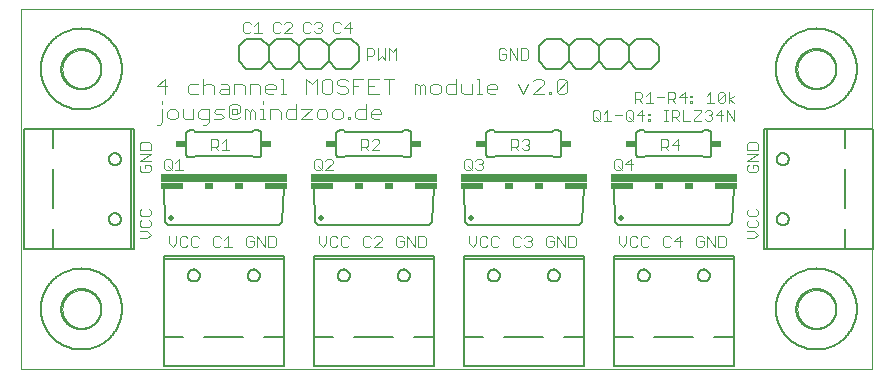
<source format=gto>
G75*
%MOIN*%
%OFA0B0*%
%FSLAX25Y25*%
%IPPOS*%
%LPD*%
%AMOC8*
5,1,8,0,0,1.08239X$1,22.5*
%
%ADD10C,0.00000*%
%ADD11C,0.00300*%
%ADD12C,0.00400*%
%ADD13C,0.00600*%
%ADD14C,0.02000*%
%ADD15R,0.42000X0.03000*%
%ADD16R,0.07500X0.02000*%
%ADD17R,0.03000X0.02000*%
%ADD18R,0.03400X0.02400*%
%ADD19C,0.00800*%
D10*
X0006800Y0001800D02*
X0006800Y0121800D01*
X0290550Y0121761D01*
X0290501Y0121761D02*
X0290501Y0001800D01*
X0006800Y0001800D01*
X0020501Y0021800D02*
X0020503Y0021958D01*
X0020509Y0022116D01*
X0020519Y0022274D01*
X0020533Y0022432D01*
X0020551Y0022589D01*
X0020572Y0022746D01*
X0020598Y0022902D01*
X0020628Y0023058D01*
X0020661Y0023213D01*
X0020699Y0023366D01*
X0020740Y0023519D01*
X0020785Y0023671D01*
X0020834Y0023822D01*
X0020887Y0023971D01*
X0020943Y0024119D01*
X0021003Y0024265D01*
X0021067Y0024410D01*
X0021135Y0024553D01*
X0021206Y0024695D01*
X0021280Y0024835D01*
X0021358Y0024972D01*
X0021440Y0025108D01*
X0021524Y0025242D01*
X0021613Y0025373D01*
X0021704Y0025502D01*
X0021799Y0025629D01*
X0021896Y0025754D01*
X0021997Y0025876D01*
X0022101Y0025995D01*
X0022208Y0026112D01*
X0022318Y0026226D01*
X0022431Y0026337D01*
X0022546Y0026446D01*
X0022664Y0026551D01*
X0022785Y0026653D01*
X0022908Y0026753D01*
X0023034Y0026849D01*
X0023162Y0026942D01*
X0023292Y0027032D01*
X0023425Y0027118D01*
X0023560Y0027202D01*
X0023696Y0027281D01*
X0023835Y0027358D01*
X0023976Y0027430D01*
X0024118Y0027500D01*
X0024262Y0027565D01*
X0024408Y0027627D01*
X0024555Y0027685D01*
X0024704Y0027740D01*
X0024854Y0027791D01*
X0025005Y0027838D01*
X0025157Y0027881D01*
X0025310Y0027920D01*
X0025465Y0027956D01*
X0025620Y0027987D01*
X0025776Y0028015D01*
X0025932Y0028039D01*
X0026089Y0028059D01*
X0026247Y0028075D01*
X0026404Y0028087D01*
X0026563Y0028095D01*
X0026721Y0028099D01*
X0026879Y0028099D01*
X0027037Y0028095D01*
X0027196Y0028087D01*
X0027353Y0028075D01*
X0027511Y0028059D01*
X0027668Y0028039D01*
X0027824Y0028015D01*
X0027980Y0027987D01*
X0028135Y0027956D01*
X0028290Y0027920D01*
X0028443Y0027881D01*
X0028595Y0027838D01*
X0028746Y0027791D01*
X0028896Y0027740D01*
X0029045Y0027685D01*
X0029192Y0027627D01*
X0029338Y0027565D01*
X0029482Y0027500D01*
X0029624Y0027430D01*
X0029765Y0027358D01*
X0029904Y0027281D01*
X0030040Y0027202D01*
X0030175Y0027118D01*
X0030308Y0027032D01*
X0030438Y0026942D01*
X0030566Y0026849D01*
X0030692Y0026753D01*
X0030815Y0026653D01*
X0030936Y0026551D01*
X0031054Y0026446D01*
X0031169Y0026337D01*
X0031282Y0026226D01*
X0031392Y0026112D01*
X0031499Y0025995D01*
X0031603Y0025876D01*
X0031704Y0025754D01*
X0031801Y0025629D01*
X0031896Y0025502D01*
X0031987Y0025373D01*
X0032076Y0025242D01*
X0032160Y0025108D01*
X0032242Y0024972D01*
X0032320Y0024835D01*
X0032394Y0024695D01*
X0032465Y0024553D01*
X0032533Y0024410D01*
X0032597Y0024265D01*
X0032657Y0024119D01*
X0032713Y0023971D01*
X0032766Y0023822D01*
X0032815Y0023671D01*
X0032860Y0023519D01*
X0032901Y0023366D01*
X0032939Y0023213D01*
X0032972Y0023058D01*
X0033002Y0022902D01*
X0033028Y0022746D01*
X0033049Y0022589D01*
X0033067Y0022432D01*
X0033081Y0022274D01*
X0033091Y0022116D01*
X0033097Y0021958D01*
X0033099Y0021800D01*
X0033097Y0021642D01*
X0033091Y0021484D01*
X0033081Y0021326D01*
X0033067Y0021168D01*
X0033049Y0021011D01*
X0033028Y0020854D01*
X0033002Y0020698D01*
X0032972Y0020542D01*
X0032939Y0020387D01*
X0032901Y0020234D01*
X0032860Y0020081D01*
X0032815Y0019929D01*
X0032766Y0019778D01*
X0032713Y0019629D01*
X0032657Y0019481D01*
X0032597Y0019335D01*
X0032533Y0019190D01*
X0032465Y0019047D01*
X0032394Y0018905D01*
X0032320Y0018765D01*
X0032242Y0018628D01*
X0032160Y0018492D01*
X0032076Y0018358D01*
X0031987Y0018227D01*
X0031896Y0018098D01*
X0031801Y0017971D01*
X0031704Y0017846D01*
X0031603Y0017724D01*
X0031499Y0017605D01*
X0031392Y0017488D01*
X0031282Y0017374D01*
X0031169Y0017263D01*
X0031054Y0017154D01*
X0030936Y0017049D01*
X0030815Y0016947D01*
X0030692Y0016847D01*
X0030566Y0016751D01*
X0030438Y0016658D01*
X0030308Y0016568D01*
X0030175Y0016482D01*
X0030040Y0016398D01*
X0029904Y0016319D01*
X0029765Y0016242D01*
X0029624Y0016170D01*
X0029482Y0016100D01*
X0029338Y0016035D01*
X0029192Y0015973D01*
X0029045Y0015915D01*
X0028896Y0015860D01*
X0028746Y0015809D01*
X0028595Y0015762D01*
X0028443Y0015719D01*
X0028290Y0015680D01*
X0028135Y0015644D01*
X0027980Y0015613D01*
X0027824Y0015585D01*
X0027668Y0015561D01*
X0027511Y0015541D01*
X0027353Y0015525D01*
X0027196Y0015513D01*
X0027037Y0015505D01*
X0026879Y0015501D01*
X0026721Y0015501D01*
X0026563Y0015505D01*
X0026404Y0015513D01*
X0026247Y0015525D01*
X0026089Y0015541D01*
X0025932Y0015561D01*
X0025776Y0015585D01*
X0025620Y0015613D01*
X0025465Y0015644D01*
X0025310Y0015680D01*
X0025157Y0015719D01*
X0025005Y0015762D01*
X0024854Y0015809D01*
X0024704Y0015860D01*
X0024555Y0015915D01*
X0024408Y0015973D01*
X0024262Y0016035D01*
X0024118Y0016100D01*
X0023976Y0016170D01*
X0023835Y0016242D01*
X0023696Y0016319D01*
X0023560Y0016398D01*
X0023425Y0016482D01*
X0023292Y0016568D01*
X0023162Y0016658D01*
X0023034Y0016751D01*
X0022908Y0016847D01*
X0022785Y0016947D01*
X0022664Y0017049D01*
X0022546Y0017154D01*
X0022431Y0017263D01*
X0022318Y0017374D01*
X0022208Y0017488D01*
X0022101Y0017605D01*
X0021997Y0017724D01*
X0021896Y0017846D01*
X0021799Y0017971D01*
X0021704Y0018098D01*
X0021613Y0018227D01*
X0021524Y0018358D01*
X0021440Y0018492D01*
X0021358Y0018628D01*
X0021280Y0018765D01*
X0021206Y0018905D01*
X0021135Y0019047D01*
X0021067Y0019190D01*
X0021003Y0019335D01*
X0020943Y0019481D01*
X0020887Y0019629D01*
X0020834Y0019778D01*
X0020785Y0019929D01*
X0020740Y0020081D01*
X0020699Y0020234D01*
X0020661Y0020387D01*
X0020628Y0020542D01*
X0020598Y0020698D01*
X0020572Y0020854D01*
X0020551Y0021011D01*
X0020533Y0021168D01*
X0020519Y0021326D01*
X0020509Y0021484D01*
X0020503Y0021642D01*
X0020501Y0021800D01*
X0020501Y0101800D02*
X0020503Y0101958D01*
X0020509Y0102116D01*
X0020519Y0102274D01*
X0020533Y0102432D01*
X0020551Y0102589D01*
X0020572Y0102746D01*
X0020598Y0102902D01*
X0020628Y0103058D01*
X0020661Y0103213D01*
X0020699Y0103366D01*
X0020740Y0103519D01*
X0020785Y0103671D01*
X0020834Y0103822D01*
X0020887Y0103971D01*
X0020943Y0104119D01*
X0021003Y0104265D01*
X0021067Y0104410D01*
X0021135Y0104553D01*
X0021206Y0104695D01*
X0021280Y0104835D01*
X0021358Y0104972D01*
X0021440Y0105108D01*
X0021524Y0105242D01*
X0021613Y0105373D01*
X0021704Y0105502D01*
X0021799Y0105629D01*
X0021896Y0105754D01*
X0021997Y0105876D01*
X0022101Y0105995D01*
X0022208Y0106112D01*
X0022318Y0106226D01*
X0022431Y0106337D01*
X0022546Y0106446D01*
X0022664Y0106551D01*
X0022785Y0106653D01*
X0022908Y0106753D01*
X0023034Y0106849D01*
X0023162Y0106942D01*
X0023292Y0107032D01*
X0023425Y0107118D01*
X0023560Y0107202D01*
X0023696Y0107281D01*
X0023835Y0107358D01*
X0023976Y0107430D01*
X0024118Y0107500D01*
X0024262Y0107565D01*
X0024408Y0107627D01*
X0024555Y0107685D01*
X0024704Y0107740D01*
X0024854Y0107791D01*
X0025005Y0107838D01*
X0025157Y0107881D01*
X0025310Y0107920D01*
X0025465Y0107956D01*
X0025620Y0107987D01*
X0025776Y0108015D01*
X0025932Y0108039D01*
X0026089Y0108059D01*
X0026247Y0108075D01*
X0026404Y0108087D01*
X0026563Y0108095D01*
X0026721Y0108099D01*
X0026879Y0108099D01*
X0027037Y0108095D01*
X0027196Y0108087D01*
X0027353Y0108075D01*
X0027511Y0108059D01*
X0027668Y0108039D01*
X0027824Y0108015D01*
X0027980Y0107987D01*
X0028135Y0107956D01*
X0028290Y0107920D01*
X0028443Y0107881D01*
X0028595Y0107838D01*
X0028746Y0107791D01*
X0028896Y0107740D01*
X0029045Y0107685D01*
X0029192Y0107627D01*
X0029338Y0107565D01*
X0029482Y0107500D01*
X0029624Y0107430D01*
X0029765Y0107358D01*
X0029904Y0107281D01*
X0030040Y0107202D01*
X0030175Y0107118D01*
X0030308Y0107032D01*
X0030438Y0106942D01*
X0030566Y0106849D01*
X0030692Y0106753D01*
X0030815Y0106653D01*
X0030936Y0106551D01*
X0031054Y0106446D01*
X0031169Y0106337D01*
X0031282Y0106226D01*
X0031392Y0106112D01*
X0031499Y0105995D01*
X0031603Y0105876D01*
X0031704Y0105754D01*
X0031801Y0105629D01*
X0031896Y0105502D01*
X0031987Y0105373D01*
X0032076Y0105242D01*
X0032160Y0105108D01*
X0032242Y0104972D01*
X0032320Y0104835D01*
X0032394Y0104695D01*
X0032465Y0104553D01*
X0032533Y0104410D01*
X0032597Y0104265D01*
X0032657Y0104119D01*
X0032713Y0103971D01*
X0032766Y0103822D01*
X0032815Y0103671D01*
X0032860Y0103519D01*
X0032901Y0103366D01*
X0032939Y0103213D01*
X0032972Y0103058D01*
X0033002Y0102902D01*
X0033028Y0102746D01*
X0033049Y0102589D01*
X0033067Y0102432D01*
X0033081Y0102274D01*
X0033091Y0102116D01*
X0033097Y0101958D01*
X0033099Y0101800D01*
X0033097Y0101642D01*
X0033091Y0101484D01*
X0033081Y0101326D01*
X0033067Y0101168D01*
X0033049Y0101011D01*
X0033028Y0100854D01*
X0033002Y0100698D01*
X0032972Y0100542D01*
X0032939Y0100387D01*
X0032901Y0100234D01*
X0032860Y0100081D01*
X0032815Y0099929D01*
X0032766Y0099778D01*
X0032713Y0099629D01*
X0032657Y0099481D01*
X0032597Y0099335D01*
X0032533Y0099190D01*
X0032465Y0099047D01*
X0032394Y0098905D01*
X0032320Y0098765D01*
X0032242Y0098628D01*
X0032160Y0098492D01*
X0032076Y0098358D01*
X0031987Y0098227D01*
X0031896Y0098098D01*
X0031801Y0097971D01*
X0031704Y0097846D01*
X0031603Y0097724D01*
X0031499Y0097605D01*
X0031392Y0097488D01*
X0031282Y0097374D01*
X0031169Y0097263D01*
X0031054Y0097154D01*
X0030936Y0097049D01*
X0030815Y0096947D01*
X0030692Y0096847D01*
X0030566Y0096751D01*
X0030438Y0096658D01*
X0030308Y0096568D01*
X0030175Y0096482D01*
X0030040Y0096398D01*
X0029904Y0096319D01*
X0029765Y0096242D01*
X0029624Y0096170D01*
X0029482Y0096100D01*
X0029338Y0096035D01*
X0029192Y0095973D01*
X0029045Y0095915D01*
X0028896Y0095860D01*
X0028746Y0095809D01*
X0028595Y0095762D01*
X0028443Y0095719D01*
X0028290Y0095680D01*
X0028135Y0095644D01*
X0027980Y0095613D01*
X0027824Y0095585D01*
X0027668Y0095561D01*
X0027511Y0095541D01*
X0027353Y0095525D01*
X0027196Y0095513D01*
X0027037Y0095505D01*
X0026879Y0095501D01*
X0026721Y0095501D01*
X0026563Y0095505D01*
X0026404Y0095513D01*
X0026247Y0095525D01*
X0026089Y0095541D01*
X0025932Y0095561D01*
X0025776Y0095585D01*
X0025620Y0095613D01*
X0025465Y0095644D01*
X0025310Y0095680D01*
X0025157Y0095719D01*
X0025005Y0095762D01*
X0024854Y0095809D01*
X0024704Y0095860D01*
X0024555Y0095915D01*
X0024408Y0095973D01*
X0024262Y0096035D01*
X0024118Y0096100D01*
X0023976Y0096170D01*
X0023835Y0096242D01*
X0023696Y0096319D01*
X0023560Y0096398D01*
X0023425Y0096482D01*
X0023292Y0096568D01*
X0023162Y0096658D01*
X0023034Y0096751D01*
X0022908Y0096847D01*
X0022785Y0096947D01*
X0022664Y0097049D01*
X0022546Y0097154D01*
X0022431Y0097263D01*
X0022318Y0097374D01*
X0022208Y0097488D01*
X0022101Y0097605D01*
X0021997Y0097724D01*
X0021896Y0097846D01*
X0021799Y0097971D01*
X0021704Y0098098D01*
X0021613Y0098227D01*
X0021524Y0098358D01*
X0021440Y0098492D01*
X0021358Y0098628D01*
X0021280Y0098765D01*
X0021206Y0098905D01*
X0021135Y0099047D01*
X0021067Y0099190D01*
X0021003Y0099335D01*
X0020943Y0099481D01*
X0020887Y0099629D01*
X0020834Y0099778D01*
X0020785Y0099929D01*
X0020740Y0100081D01*
X0020699Y0100234D01*
X0020661Y0100387D01*
X0020628Y0100542D01*
X0020598Y0100698D01*
X0020572Y0100854D01*
X0020551Y0101011D01*
X0020533Y0101168D01*
X0020519Y0101326D01*
X0020509Y0101484D01*
X0020503Y0101642D01*
X0020501Y0101800D01*
X0265501Y0101800D02*
X0265503Y0101958D01*
X0265509Y0102116D01*
X0265519Y0102274D01*
X0265533Y0102432D01*
X0265551Y0102589D01*
X0265572Y0102746D01*
X0265598Y0102902D01*
X0265628Y0103058D01*
X0265661Y0103213D01*
X0265699Y0103366D01*
X0265740Y0103519D01*
X0265785Y0103671D01*
X0265834Y0103822D01*
X0265887Y0103971D01*
X0265943Y0104119D01*
X0266003Y0104265D01*
X0266067Y0104410D01*
X0266135Y0104553D01*
X0266206Y0104695D01*
X0266280Y0104835D01*
X0266358Y0104972D01*
X0266440Y0105108D01*
X0266524Y0105242D01*
X0266613Y0105373D01*
X0266704Y0105502D01*
X0266799Y0105629D01*
X0266896Y0105754D01*
X0266997Y0105876D01*
X0267101Y0105995D01*
X0267208Y0106112D01*
X0267318Y0106226D01*
X0267431Y0106337D01*
X0267546Y0106446D01*
X0267664Y0106551D01*
X0267785Y0106653D01*
X0267908Y0106753D01*
X0268034Y0106849D01*
X0268162Y0106942D01*
X0268292Y0107032D01*
X0268425Y0107118D01*
X0268560Y0107202D01*
X0268696Y0107281D01*
X0268835Y0107358D01*
X0268976Y0107430D01*
X0269118Y0107500D01*
X0269262Y0107565D01*
X0269408Y0107627D01*
X0269555Y0107685D01*
X0269704Y0107740D01*
X0269854Y0107791D01*
X0270005Y0107838D01*
X0270157Y0107881D01*
X0270310Y0107920D01*
X0270465Y0107956D01*
X0270620Y0107987D01*
X0270776Y0108015D01*
X0270932Y0108039D01*
X0271089Y0108059D01*
X0271247Y0108075D01*
X0271404Y0108087D01*
X0271563Y0108095D01*
X0271721Y0108099D01*
X0271879Y0108099D01*
X0272037Y0108095D01*
X0272196Y0108087D01*
X0272353Y0108075D01*
X0272511Y0108059D01*
X0272668Y0108039D01*
X0272824Y0108015D01*
X0272980Y0107987D01*
X0273135Y0107956D01*
X0273290Y0107920D01*
X0273443Y0107881D01*
X0273595Y0107838D01*
X0273746Y0107791D01*
X0273896Y0107740D01*
X0274045Y0107685D01*
X0274192Y0107627D01*
X0274338Y0107565D01*
X0274482Y0107500D01*
X0274624Y0107430D01*
X0274765Y0107358D01*
X0274904Y0107281D01*
X0275040Y0107202D01*
X0275175Y0107118D01*
X0275308Y0107032D01*
X0275438Y0106942D01*
X0275566Y0106849D01*
X0275692Y0106753D01*
X0275815Y0106653D01*
X0275936Y0106551D01*
X0276054Y0106446D01*
X0276169Y0106337D01*
X0276282Y0106226D01*
X0276392Y0106112D01*
X0276499Y0105995D01*
X0276603Y0105876D01*
X0276704Y0105754D01*
X0276801Y0105629D01*
X0276896Y0105502D01*
X0276987Y0105373D01*
X0277076Y0105242D01*
X0277160Y0105108D01*
X0277242Y0104972D01*
X0277320Y0104835D01*
X0277394Y0104695D01*
X0277465Y0104553D01*
X0277533Y0104410D01*
X0277597Y0104265D01*
X0277657Y0104119D01*
X0277713Y0103971D01*
X0277766Y0103822D01*
X0277815Y0103671D01*
X0277860Y0103519D01*
X0277901Y0103366D01*
X0277939Y0103213D01*
X0277972Y0103058D01*
X0278002Y0102902D01*
X0278028Y0102746D01*
X0278049Y0102589D01*
X0278067Y0102432D01*
X0278081Y0102274D01*
X0278091Y0102116D01*
X0278097Y0101958D01*
X0278099Y0101800D01*
X0278097Y0101642D01*
X0278091Y0101484D01*
X0278081Y0101326D01*
X0278067Y0101168D01*
X0278049Y0101011D01*
X0278028Y0100854D01*
X0278002Y0100698D01*
X0277972Y0100542D01*
X0277939Y0100387D01*
X0277901Y0100234D01*
X0277860Y0100081D01*
X0277815Y0099929D01*
X0277766Y0099778D01*
X0277713Y0099629D01*
X0277657Y0099481D01*
X0277597Y0099335D01*
X0277533Y0099190D01*
X0277465Y0099047D01*
X0277394Y0098905D01*
X0277320Y0098765D01*
X0277242Y0098628D01*
X0277160Y0098492D01*
X0277076Y0098358D01*
X0276987Y0098227D01*
X0276896Y0098098D01*
X0276801Y0097971D01*
X0276704Y0097846D01*
X0276603Y0097724D01*
X0276499Y0097605D01*
X0276392Y0097488D01*
X0276282Y0097374D01*
X0276169Y0097263D01*
X0276054Y0097154D01*
X0275936Y0097049D01*
X0275815Y0096947D01*
X0275692Y0096847D01*
X0275566Y0096751D01*
X0275438Y0096658D01*
X0275308Y0096568D01*
X0275175Y0096482D01*
X0275040Y0096398D01*
X0274904Y0096319D01*
X0274765Y0096242D01*
X0274624Y0096170D01*
X0274482Y0096100D01*
X0274338Y0096035D01*
X0274192Y0095973D01*
X0274045Y0095915D01*
X0273896Y0095860D01*
X0273746Y0095809D01*
X0273595Y0095762D01*
X0273443Y0095719D01*
X0273290Y0095680D01*
X0273135Y0095644D01*
X0272980Y0095613D01*
X0272824Y0095585D01*
X0272668Y0095561D01*
X0272511Y0095541D01*
X0272353Y0095525D01*
X0272196Y0095513D01*
X0272037Y0095505D01*
X0271879Y0095501D01*
X0271721Y0095501D01*
X0271563Y0095505D01*
X0271404Y0095513D01*
X0271247Y0095525D01*
X0271089Y0095541D01*
X0270932Y0095561D01*
X0270776Y0095585D01*
X0270620Y0095613D01*
X0270465Y0095644D01*
X0270310Y0095680D01*
X0270157Y0095719D01*
X0270005Y0095762D01*
X0269854Y0095809D01*
X0269704Y0095860D01*
X0269555Y0095915D01*
X0269408Y0095973D01*
X0269262Y0096035D01*
X0269118Y0096100D01*
X0268976Y0096170D01*
X0268835Y0096242D01*
X0268696Y0096319D01*
X0268560Y0096398D01*
X0268425Y0096482D01*
X0268292Y0096568D01*
X0268162Y0096658D01*
X0268034Y0096751D01*
X0267908Y0096847D01*
X0267785Y0096947D01*
X0267664Y0097049D01*
X0267546Y0097154D01*
X0267431Y0097263D01*
X0267318Y0097374D01*
X0267208Y0097488D01*
X0267101Y0097605D01*
X0266997Y0097724D01*
X0266896Y0097846D01*
X0266799Y0097971D01*
X0266704Y0098098D01*
X0266613Y0098227D01*
X0266524Y0098358D01*
X0266440Y0098492D01*
X0266358Y0098628D01*
X0266280Y0098765D01*
X0266206Y0098905D01*
X0266135Y0099047D01*
X0266067Y0099190D01*
X0266003Y0099335D01*
X0265943Y0099481D01*
X0265887Y0099629D01*
X0265834Y0099778D01*
X0265785Y0099929D01*
X0265740Y0100081D01*
X0265699Y0100234D01*
X0265661Y0100387D01*
X0265628Y0100542D01*
X0265598Y0100698D01*
X0265572Y0100854D01*
X0265551Y0101011D01*
X0265533Y0101168D01*
X0265519Y0101326D01*
X0265509Y0101484D01*
X0265503Y0101642D01*
X0265501Y0101800D01*
X0265501Y0021800D02*
X0265503Y0021958D01*
X0265509Y0022116D01*
X0265519Y0022274D01*
X0265533Y0022432D01*
X0265551Y0022589D01*
X0265572Y0022746D01*
X0265598Y0022902D01*
X0265628Y0023058D01*
X0265661Y0023213D01*
X0265699Y0023366D01*
X0265740Y0023519D01*
X0265785Y0023671D01*
X0265834Y0023822D01*
X0265887Y0023971D01*
X0265943Y0024119D01*
X0266003Y0024265D01*
X0266067Y0024410D01*
X0266135Y0024553D01*
X0266206Y0024695D01*
X0266280Y0024835D01*
X0266358Y0024972D01*
X0266440Y0025108D01*
X0266524Y0025242D01*
X0266613Y0025373D01*
X0266704Y0025502D01*
X0266799Y0025629D01*
X0266896Y0025754D01*
X0266997Y0025876D01*
X0267101Y0025995D01*
X0267208Y0026112D01*
X0267318Y0026226D01*
X0267431Y0026337D01*
X0267546Y0026446D01*
X0267664Y0026551D01*
X0267785Y0026653D01*
X0267908Y0026753D01*
X0268034Y0026849D01*
X0268162Y0026942D01*
X0268292Y0027032D01*
X0268425Y0027118D01*
X0268560Y0027202D01*
X0268696Y0027281D01*
X0268835Y0027358D01*
X0268976Y0027430D01*
X0269118Y0027500D01*
X0269262Y0027565D01*
X0269408Y0027627D01*
X0269555Y0027685D01*
X0269704Y0027740D01*
X0269854Y0027791D01*
X0270005Y0027838D01*
X0270157Y0027881D01*
X0270310Y0027920D01*
X0270465Y0027956D01*
X0270620Y0027987D01*
X0270776Y0028015D01*
X0270932Y0028039D01*
X0271089Y0028059D01*
X0271247Y0028075D01*
X0271404Y0028087D01*
X0271563Y0028095D01*
X0271721Y0028099D01*
X0271879Y0028099D01*
X0272037Y0028095D01*
X0272196Y0028087D01*
X0272353Y0028075D01*
X0272511Y0028059D01*
X0272668Y0028039D01*
X0272824Y0028015D01*
X0272980Y0027987D01*
X0273135Y0027956D01*
X0273290Y0027920D01*
X0273443Y0027881D01*
X0273595Y0027838D01*
X0273746Y0027791D01*
X0273896Y0027740D01*
X0274045Y0027685D01*
X0274192Y0027627D01*
X0274338Y0027565D01*
X0274482Y0027500D01*
X0274624Y0027430D01*
X0274765Y0027358D01*
X0274904Y0027281D01*
X0275040Y0027202D01*
X0275175Y0027118D01*
X0275308Y0027032D01*
X0275438Y0026942D01*
X0275566Y0026849D01*
X0275692Y0026753D01*
X0275815Y0026653D01*
X0275936Y0026551D01*
X0276054Y0026446D01*
X0276169Y0026337D01*
X0276282Y0026226D01*
X0276392Y0026112D01*
X0276499Y0025995D01*
X0276603Y0025876D01*
X0276704Y0025754D01*
X0276801Y0025629D01*
X0276896Y0025502D01*
X0276987Y0025373D01*
X0277076Y0025242D01*
X0277160Y0025108D01*
X0277242Y0024972D01*
X0277320Y0024835D01*
X0277394Y0024695D01*
X0277465Y0024553D01*
X0277533Y0024410D01*
X0277597Y0024265D01*
X0277657Y0024119D01*
X0277713Y0023971D01*
X0277766Y0023822D01*
X0277815Y0023671D01*
X0277860Y0023519D01*
X0277901Y0023366D01*
X0277939Y0023213D01*
X0277972Y0023058D01*
X0278002Y0022902D01*
X0278028Y0022746D01*
X0278049Y0022589D01*
X0278067Y0022432D01*
X0278081Y0022274D01*
X0278091Y0022116D01*
X0278097Y0021958D01*
X0278099Y0021800D01*
X0278097Y0021642D01*
X0278091Y0021484D01*
X0278081Y0021326D01*
X0278067Y0021168D01*
X0278049Y0021011D01*
X0278028Y0020854D01*
X0278002Y0020698D01*
X0277972Y0020542D01*
X0277939Y0020387D01*
X0277901Y0020234D01*
X0277860Y0020081D01*
X0277815Y0019929D01*
X0277766Y0019778D01*
X0277713Y0019629D01*
X0277657Y0019481D01*
X0277597Y0019335D01*
X0277533Y0019190D01*
X0277465Y0019047D01*
X0277394Y0018905D01*
X0277320Y0018765D01*
X0277242Y0018628D01*
X0277160Y0018492D01*
X0277076Y0018358D01*
X0276987Y0018227D01*
X0276896Y0018098D01*
X0276801Y0017971D01*
X0276704Y0017846D01*
X0276603Y0017724D01*
X0276499Y0017605D01*
X0276392Y0017488D01*
X0276282Y0017374D01*
X0276169Y0017263D01*
X0276054Y0017154D01*
X0275936Y0017049D01*
X0275815Y0016947D01*
X0275692Y0016847D01*
X0275566Y0016751D01*
X0275438Y0016658D01*
X0275308Y0016568D01*
X0275175Y0016482D01*
X0275040Y0016398D01*
X0274904Y0016319D01*
X0274765Y0016242D01*
X0274624Y0016170D01*
X0274482Y0016100D01*
X0274338Y0016035D01*
X0274192Y0015973D01*
X0274045Y0015915D01*
X0273896Y0015860D01*
X0273746Y0015809D01*
X0273595Y0015762D01*
X0273443Y0015719D01*
X0273290Y0015680D01*
X0273135Y0015644D01*
X0272980Y0015613D01*
X0272824Y0015585D01*
X0272668Y0015561D01*
X0272511Y0015541D01*
X0272353Y0015525D01*
X0272196Y0015513D01*
X0272037Y0015505D01*
X0271879Y0015501D01*
X0271721Y0015501D01*
X0271563Y0015505D01*
X0271404Y0015513D01*
X0271247Y0015525D01*
X0271089Y0015541D01*
X0270932Y0015561D01*
X0270776Y0015585D01*
X0270620Y0015613D01*
X0270465Y0015644D01*
X0270310Y0015680D01*
X0270157Y0015719D01*
X0270005Y0015762D01*
X0269854Y0015809D01*
X0269704Y0015860D01*
X0269555Y0015915D01*
X0269408Y0015973D01*
X0269262Y0016035D01*
X0269118Y0016100D01*
X0268976Y0016170D01*
X0268835Y0016242D01*
X0268696Y0016319D01*
X0268560Y0016398D01*
X0268425Y0016482D01*
X0268292Y0016568D01*
X0268162Y0016658D01*
X0268034Y0016751D01*
X0267908Y0016847D01*
X0267785Y0016947D01*
X0267664Y0017049D01*
X0267546Y0017154D01*
X0267431Y0017263D01*
X0267318Y0017374D01*
X0267208Y0017488D01*
X0267101Y0017605D01*
X0266997Y0017724D01*
X0266896Y0017846D01*
X0266799Y0017971D01*
X0266704Y0018098D01*
X0266613Y0018227D01*
X0266524Y0018358D01*
X0266440Y0018492D01*
X0266358Y0018628D01*
X0266280Y0018765D01*
X0266206Y0018905D01*
X0266135Y0019047D01*
X0266067Y0019190D01*
X0266003Y0019335D01*
X0265943Y0019481D01*
X0265887Y0019629D01*
X0265834Y0019778D01*
X0265785Y0019929D01*
X0265740Y0020081D01*
X0265699Y0020234D01*
X0265661Y0020387D01*
X0265628Y0020542D01*
X0265598Y0020698D01*
X0265572Y0020854D01*
X0265551Y0021011D01*
X0265533Y0021168D01*
X0265519Y0021326D01*
X0265509Y0021484D01*
X0265503Y0021642D01*
X0265501Y0021800D01*
D11*
X0241651Y0043067D02*
X0241651Y0045536D01*
X0241034Y0046153D01*
X0239183Y0046153D01*
X0239183Y0042450D01*
X0241034Y0042450D01*
X0241651Y0043067D01*
X0237968Y0042450D02*
X0237968Y0046153D01*
X0235499Y0046153D02*
X0237968Y0042450D01*
X0235499Y0042450D02*
X0235499Y0046153D01*
X0234285Y0045536D02*
X0233668Y0046153D01*
X0232433Y0046153D01*
X0231816Y0045536D01*
X0231816Y0043067D01*
X0232433Y0042450D01*
X0233668Y0042450D01*
X0234285Y0043067D01*
X0234285Y0044302D01*
X0233051Y0044302D01*
X0226919Y0044302D02*
X0224450Y0044302D01*
X0226302Y0046153D01*
X0226302Y0042450D01*
X0223236Y0043067D02*
X0222618Y0042450D01*
X0221384Y0042450D01*
X0220767Y0043067D01*
X0220767Y0045536D01*
X0221384Y0046153D01*
X0222618Y0046153D01*
X0223236Y0045536D01*
X0215869Y0045536D02*
X0215252Y0046153D01*
X0214018Y0046153D01*
X0213401Y0045536D01*
X0213401Y0043067D01*
X0214018Y0042450D01*
X0215252Y0042450D01*
X0215869Y0043067D01*
X0212186Y0043067D02*
X0211569Y0042450D01*
X0210335Y0042450D01*
X0209717Y0043067D01*
X0209717Y0045536D01*
X0210335Y0046153D01*
X0211569Y0046153D01*
X0212186Y0045536D01*
X0208503Y0046153D02*
X0208503Y0043684D01*
X0207269Y0042450D01*
X0206034Y0043684D01*
X0206034Y0046153D01*
X0191651Y0045536D02*
X0191651Y0043067D01*
X0191034Y0042450D01*
X0189183Y0042450D01*
X0189183Y0046153D01*
X0191034Y0046153D01*
X0191651Y0045536D01*
X0187968Y0046153D02*
X0187968Y0042450D01*
X0185499Y0046153D01*
X0185499Y0042450D01*
X0184285Y0043067D02*
X0184285Y0044302D01*
X0183051Y0044302D01*
X0184285Y0045536D02*
X0183668Y0046153D01*
X0182433Y0046153D01*
X0181816Y0045536D01*
X0181816Y0043067D01*
X0182433Y0042450D01*
X0183668Y0042450D01*
X0184285Y0043067D01*
X0176919Y0043067D02*
X0176302Y0042450D01*
X0175067Y0042450D01*
X0174450Y0043067D01*
X0173236Y0043067D02*
X0172618Y0042450D01*
X0171384Y0042450D01*
X0170767Y0043067D01*
X0170767Y0045536D01*
X0171384Y0046153D01*
X0172618Y0046153D01*
X0173236Y0045536D01*
X0174450Y0045536D02*
X0175067Y0046153D01*
X0176302Y0046153D01*
X0176919Y0045536D01*
X0176919Y0044919D01*
X0176302Y0044302D01*
X0176919Y0043684D01*
X0176919Y0043067D01*
X0176302Y0044302D02*
X0175684Y0044302D01*
X0165869Y0045536D02*
X0165252Y0046153D01*
X0164018Y0046153D01*
X0163401Y0045536D01*
X0163401Y0043067D01*
X0164018Y0042450D01*
X0165252Y0042450D01*
X0165869Y0043067D01*
X0162186Y0043067D02*
X0161569Y0042450D01*
X0160335Y0042450D01*
X0159717Y0043067D01*
X0159717Y0045536D01*
X0160335Y0046153D01*
X0161569Y0046153D01*
X0162186Y0045536D01*
X0158503Y0046153D02*
X0158503Y0043684D01*
X0157269Y0042450D01*
X0156034Y0043684D01*
X0156034Y0046153D01*
X0141651Y0045536D02*
X0141651Y0043067D01*
X0141034Y0042450D01*
X0139183Y0042450D01*
X0139183Y0046153D01*
X0141034Y0046153D01*
X0141651Y0045536D01*
X0137968Y0046153D02*
X0137968Y0042450D01*
X0135499Y0046153D01*
X0135499Y0042450D01*
X0134285Y0043067D02*
X0134285Y0044302D01*
X0133051Y0044302D01*
X0134285Y0045536D02*
X0133668Y0046153D01*
X0132433Y0046153D01*
X0131816Y0045536D01*
X0131816Y0043067D01*
X0132433Y0042450D01*
X0133668Y0042450D01*
X0134285Y0043067D01*
X0126919Y0042450D02*
X0124450Y0042450D01*
X0126919Y0044919D01*
X0126919Y0045536D01*
X0126302Y0046153D01*
X0125067Y0046153D01*
X0124450Y0045536D01*
X0123236Y0045536D02*
X0122618Y0046153D01*
X0121384Y0046153D01*
X0120767Y0045536D01*
X0120767Y0043067D01*
X0121384Y0042450D01*
X0122618Y0042450D01*
X0123236Y0043067D01*
X0115869Y0043067D02*
X0115252Y0042450D01*
X0114018Y0042450D01*
X0113401Y0043067D01*
X0113401Y0045536D01*
X0114018Y0046153D01*
X0115252Y0046153D01*
X0115869Y0045536D01*
X0112186Y0045536D02*
X0111569Y0046153D01*
X0110335Y0046153D01*
X0109717Y0045536D01*
X0109717Y0043067D01*
X0110335Y0042450D01*
X0111569Y0042450D01*
X0112186Y0043067D01*
X0108503Y0043684D02*
X0107269Y0042450D01*
X0106034Y0043684D01*
X0106034Y0046153D01*
X0108503Y0046153D02*
X0108503Y0043684D01*
X0091651Y0043067D02*
X0091651Y0045536D01*
X0091034Y0046153D01*
X0089183Y0046153D01*
X0089183Y0042450D01*
X0091034Y0042450D01*
X0091651Y0043067D01*
X0087968Y0042450D02*
X0087968Y0046153D01*
X0085499Y0046153D02*
X0087968Y0042450D01*
X0085499Y0042450D02*
X0085499Y0046153D01*
X0084285Y0045536D02*
X0083668Y0046153D01*
X0082433Y0046153D01*
X0081816Y0045536D01*
X0081816Y0043067D01*
X0082433Y0042450D01*
X0083668Y0042450D01*
X0084285Y0043067D01*
X0084285Y0044302D01*
X0083051Y0044302D01*
X0076919Y0042450D02*
X0074450Y0042450D01*
X0075684Y0042450D02*
X0075684Y0046153D01*
X0074450Y0044919D01*
X0073236Y0045536D02*
X0072618Y0046153D01*
X0071384Y0046153D01*
X0070767Y0045536D01*
X0070767Y0043067D01*
X0071384Y0042450D01*
X0072618Y0042450D01*
X0073236Y0043067D01*
X0065869Y0043067D02*
X0065252Y0042450D01*
X0064018Y0042450D01*
X0063401Y0043067D01*
X0063401Y0045536D01*
X0064018Y0046153D01*
X0065252Y0046153D01*
X0065869Y0045536D01*
X0062186Y0045536D02*
X0061569Y0046153D01*
X0060335Y0046153D01*
X0059717Y0045536D01*
X0059717Y0043067D01*
X0060335Y0042450D01*
X0061569Y0042450D01*
X0062186Y0043067D01*
X0058503Y0043684D02*
X0057269Y0042450D01*
X0056034Y0043684D01*
X0056034Y0046153D01*
X0058503Y0046153D02*
X0058503Y0043684D01*
X0049900Y0046610D02*
X0048666Y0047845D01*
X0046197Y0047845D01*
X0046814Y0049059D02*
X0049283Y0049059D01*
X0049900Y0049676D01*
X0049900Y0050911D01*
X0049283Y0051528D01*
X0049283Y0052742D02*
X0046814Y0052742D01*
X0046197Y0053359D01*
X0046197Y0054594D01*
X0046814Y0055211D01*
X0049283Y0055211D02*
X0049900Y0054594D01*
X0049900Y0053359D01*
X0049283Y0052742D01*
X0046814Y0051528D02*
X0046197Y0050911D01*
X0046197Y0049676D01*
X0046814Y0049059D01*
X0049900Y0046610D02*
X0048666Y0045376D01*
X0046197Y0045376D01*
X0046814Y0067475D02*
X0049283Y0067475D01*
X0049900Y0068092D01*
X0049900Y0069326D01*
X0049283Y0069943D01*
X0048048Y0069943D01*
X0048048Y0068709D01*
X0046814Y0067475D02*
X0046197Y0068092D01*
X0046197Y0069326D01*
X0046814Y0069943D01*
X0046197Y0071158D02*
X0049900Y0073627D01*
X0046197Y0073627D01*
X0046197Y0074841D02*
X0046197Y0076693D01*
X0046814Y0077310D01*
X0049283Y0077310D01*
X0049900Y0076693D01*
X0049900Y0074841D01*
X0046197Y0074841D01*
X0046197Y0071158D02*
X0049900Y0071158D01*
X0121950Y0104950D02*
X0121950Y0108653D01*
X0123802Y0108653D01*
X0124419Y0108036D01*
X0124419Y0106802D01*
X0123802Y0106184D01*
X0121950Y0106184D01*
X0125633Y0104950D02*
X0126868Y0106184D01*
X0128102Y0104950D01*
X0128102Y0108653D01*
X0129316Y0108653D02*
X0130551Y0107419D01*
X0131785Y0108653D01*
X0131785Y0104950D01*
X0129316Y0104950D02*
X0129316Y0108653D01*
X0125633Y0108653D02*
X0125633Y0104950D01*
X0116302Y0113700D02*
X0116302Y0117403D01*
X0114450Y0115552D01*
X0116919Y0115552D01*
X0113236Y0116786D02*
X0112618Y0117403D01*
X0111384Y0117403D01*
X0110767Y0116786D01*
X0110767Y0114317D01*
X0111384Y0113700D01*
X0112618Y0113700D01*
X0113236Y0114317D01*
X0106919Y0114317D02*
X0106302Y0113700D01*
X0105067Y0113700D01*
X0104450Y0114317D01*
X0103236Y0114317D02*
X0102618Y0113700D01*
X0101384Y0113700D01*
X0100767Y0114317D01*
X0100767Y0116786D01*
X0101384Y0117403D01*
X0102618Y0117403D01*
X0103236Y0116786D01*
X0104450Y0116786D02*
X0105067Y0117403D01*
X0106302Y0117403D01*
X0106919Y0116786D01*
X0106919Y0116169D01*
X0106302Y0115552D01*
X0106919Y0114934D01*
X0106919Y0114317D01*
X0106302Y0115552D02*
X0105684Y0115552D01*
X0096919Y0116169D02*
X0096919Y0116786D01*
X0096302Y0117403D01*
X0095067Y0117403D01*
X0094450Y0116786D01*
X0093236Y0116786D02*
X0092618Y0117403D01*
X0091384Y0117403D01*
X0090767Y0116786D01*
X0090767Y0114317D01*
X0091384Y0113700D01*
X0092618Y0113700D01*
X0093236Y0114317D01*
X0094450Y0113700D02*
X0096919Y0116169D01*
X0096919Y0113700D02*
X0094450Y0113700D01*
X0086919Y0113700D02*
X0084450Y0113700D01*
X0085684Y0113700D02*
X0085684Y0117403D01*
X0084450Y0116169D01*
X0083236Y0116786D02*
X0082618Y0117403D01*
X0081384Y0117403D01*
X0080767Y0116786D01*
X0080767Y0114317D01*
X0081384Y0113700D01*
X0082618Y0113700D01*
X0083236Y0114317D01*
X0165901Y0108036D02*
X0165901Y0105567D01*
X0166518Y0104950D01*
X0167752Y0104950D01*
X0168369Y0105567D01*
X0168369Y0106802D01*
X0167135Y0106802D01*
X0168369Y0108036D02*
X0167752Y0108653D01*
X0166518Y0108653D01*
X0165901Y0108036D01*
X0169584Y0108653D02*
X0172052Y0104950D01*
X0172052Y0108653D01*
X0173267Y0108653D02*
X0175118Y0108653D01*
X0175736Y0108036D01*
X0175736Y0105567D01*
X0175118Y0104950D01*
X0173267Y0104950D01*
X0173267Y0108653D01*
X0169584Y0108653D02*
X0169584Y0104950D01*
X0197205Y0087536D02*
X0197822Y0088153D01*
X0199057Y0088153D01*
X0199674Y0087536D01*
X0199674Y0085067D01*
X0199057Y0084450D01*
X0197822Y0084450D01*
X0197205Y0085067D01*
X0197205Y0087536D01*
X0198440Y0085684D02*
X0199674Y0084450D01*
X0200888Y0084450D02*
X0203357Y0084450D01*
X0202123Y0084450D02*
X0202123Y0088153D01*
X0200888Y0086919D01*
X0204572Y0086302D02*
X0207040Y0086302D01*
X0208255Y0087536D02*
X0208255Y0085067D01*
X0208872Y0084450D01*
X0210106Y0084450D01*
X0210723Y0085067D01*
X0210723Y0087536D01*
X0210106Y0088153D01*
X0208872Y0088153D01*
X0208255Y0087536D01*
X0209489Y0085684D02*
X0210723Y0084450D01*
X0211938Y0086302D02*
X0214407Y0086302D01*
X0215621Y0086302D02*
X0215621Y0086919D01*
X0216238Y0086919D01*
X0216238Y0086302D01*
X0215621Y0086302D01*
X0215621Y0085067D02*
X0215621Y0084450D01*
X0216238Y0084450D01*
X0216238Y0085067D01*
X0215621Y0085067D01*
X0213789Y0084450D02*
X0213789Y0088153D01*
X0211938Y0086302D01*
X0221146Y0088153D02*
X0222380Y0088153D01*
X0221763Y0088153D02*
X0221763Y0084450D01*
X0221146Y0084450D02*
X0222380Y0084450D01*
X0223601Y0084450D02*
X0223601Y0088153D01*
X0225453Y0088153D01*
X0226070Y0087536D01*
X0226070Y0086302D01*
X0225453Y0085684D01*
X0223601Y0085684D01*
X0224835Y0085684D02*
X0226070Y0084450D01*
X0227284Y0084450D02*
X0229753Y0084450D01*
X0230967Y0084450D02*
X0233436Y0084450D01*
X0234651Y0085067D02*
X0235268Y0084450D01*
X0236502Y0084450D01*
X0237119Y0085067D01*
X0237119Y0085684D01*
X0236502Y0086302D01*
X0235885Y0086302D01*
X0236502Y0086302D02*
X0237119Y0086919D01*
X0237119Y0087536D01*
X0236502Y0088153D01*
X0235268Y0088153D01*
X0234651Y0087536D01*
X0233436Y0087536D02*
X0230967Y0085067D01*
X0230967Y0084450D01*
X0227284Y0084450D02*
X0227284Y0088153D01*
X0230967Y0088153D02*
X0233436Y0088153D01*
X0233436Y0087536D01*
X0238334Y0086302D02*
X0240802Y0086302D01*
X0240185Y0088153D02*
X0240185Y0084450D01*
X0242017Y0084450D02*
X0242017Y0088153D01*
X0244486Y0084450D01*
X0244486Y0088153D01*
X0244482Y0090450D02*
X0242631Y0091684D01*
X0244482Y0092919D01*
X0242631Y0094153D02*
X0242631Y0090450D01*
X0241416Y0091067D02*
X0240799Y0090450D01*
X0239565Y0090450D01*
X0238948Y0091067D01*
X0241416Y0093536D01*
X0241416Y0091067D01*
X0238948Y0091067D02*
X0238948Y0093536D01*
X0239565Y0094153D01*
X0240799Y0094153D01*
X0241416Y0093536D01*
X0237733Y0090450D02*
X0235264Y0090450D01*
X0236499Y0090450D02*
X0236499Y0094153D01*
X0235264Y0092919D01*
X0230357Y0092919D02*
X0230357Y0092302D01*
X0229740Y0092302D01*
X0229740Y0092919D01*
X0230357Y0092919D01*
X0228525Y0092302D02*
X0226057Y0092302D01*
X0227908Y0094153D01*
X0227908Y0090450D01*
X0229740Y0090450D02*
X0229740Y0091067D01*
X0230357Y0091067D01*
X0230357Y0090450D01*
X0229740Y0090450D01*
X0224842Y0090450D02*
X0223608Y0091684D01*
X0224225Y0091684D02*
X0222373Y0091684D01*
X0222373Y0090450D02*
X0222373Y0094153D01*
X0224225Y0094153D01*
X0224842Y0093536D01*
X0224842Y0092302D01*
X0224225Y0091684D01*
X0221159Y0092302D02*
X0218690Y0092302D01*
X0217476Y0090450D02*
X0215007Y0090450D01*
X0213793Y0090450D02*
X0212558Y0091684D01*
X0213176Y0091684D02*
X0211324Y0091684D01*
X0211324Y0090450D02*
X0211324Y0094153D01*
X0213176Y0094153D01*
X0213793Y0093536D01*
X0213793Y0092302D01*
X0213176Y0091684D01*
X0215007Y0092919D02*
X0216241Y0094153D01*
X0216241Y0090450D01*
X0238334Y0086302D02*
X0240185Y0088153D01*
X0249314Y0077310D02*
X0248697Y0076693D01*
X0248697Y0074841D01*
X0252400Y0074841D01*
X0252400Y0076693D01*
X0251783Y0077310D01*
X0249314Y0077310D01*
X0248697Y0073627D02*
X0252400Y0073627D01*
X0248697Y0071158D01*
X0252400Y0071158D01*
X0251783Y0069943D02*
X0250548Y0069943D01*
X0250548Y0068709D01*
X0249314Y0067475D02*
X0251783Y0067475D01*
X0252400Y0068092D01*
X0252400Y0069326D01*
X0251783Y0069943D01*
X0249314Y0069943D02*
X0248697Y0069326D01*
X0248697Y0068092D01*
X0249314Y0067475D01*
X0249314Y0055211D02*
X0248697Y0054594D01*
X0248697Y0053359D01*
X0249314Y0052742D01*
X0251783Y0052742D01*
X0252400Y0053359D01*
X0252400Y0054594D01*
X0251783Y0055211D01*
X0251783Y0051528D02*
X0252400Y0050911D01*
X0252400Y0049676D01*
X0251783Y0049059D01*
X0249314Y0049059D01*
X0248697Y0049676D01*
X0248697Y0050911D01*
X0249314Y0051528D01*
X0248697Y0047845D02*
X0251166Y0047845D01*
X0252400Y0046610D01*
X0251166Y0045376D01*
X0248697Y0045376D01*
D12*
X0209985Y0068200D02*
X0209985Y0071803D01*
X0208183Y0070002D01*
X0210585Y0070002D01*
X0206902Y0071203D02*
X0206902Y0068801D01*
X0206302Y0068200D01*
X0205101Y0068200D01*
X0204500Y0068801D01*
X0204500Y0071203D01*
X0205101Y0071803D01*
X0206302Y0071803D01*
X0206902Y0071203D01*
X0205701Y0069401D02*
X0206902Y0068200D01*
X0220067Y0074750D02*
X0220067Y0078353D01*
X0221868Y0078353D01*
X0222469Y0077753D01*
X0222469Y0076552D01*
X0221868Y0075951D01*
X0220067Y0075951D01*
X0221268Y0075951D02*
X0222469Y0074750D01*
X0223750Y0076552D02*
X0226152Y0076552D01*
X0225552Y0078353D02*
X0225552Y0074750D01*
X0223750Y0076552D02*
X0225552Y0078353D01*
X0188677Y0094267D02*
X0187809Y0093400D01*
X0186074Y0093400D01*
X0185207Y0094267D01*
X0188677Y0097737D01*
X0188677Y0094267D01*
X0185207Y0094267D02*
X0185207Y0097737D01*
X0186074Y0098604D01*
X0187809Y0098604D01*
X0188677Y0097737D01*
X0183496Y0094267D02*
X0183496Y0093400D01*
X0182629Y0093400D01*
X0182629Y0094267D01*
X0183496Y0094267D01*
X0180942Y0093400D02*
X0177472Y0093400D01*
X0180942Y0096870D01*
X0180942Y0097737D01*
X0180075Y0098604D01*
X0178340Y0098604D01*
X0177472Y0097737D01*
X0175786Y0096870D02*
X0174051Y0093400D01*
X0172316Y0096870D01*
X0165473Y0096002D02*
X0165473Y0095135D01*
X0162003Y0095135D01*
X0162003Y0096002D02*
X0162003Y0094267D01*
X0162871Y0093400D01*
X0164605Y0093400D01*
X0165473Y0096002D02*
X0164605Y0096870D01*
X0162871Y0096870D01*
X0162003Y0096002D01*
X0160300Y0093400D02*
X0158566Y0093400D01*
X0159433Y0093400D02*
X0159433Y0098604D01*
X0158566Y0098604D01*
X0156879Y0096870D02*
X0156879Y0093400D01*
X0154277Y0093400D01*
X0153409Y0094267D01*
X0153409Y0096870D01*
X0151722Y0096870D02*
X0149120Y0096870D01*
X0148253Y0096002D01*
X0148253Y0094267D01*
X0149120Y0093400D01*
X0151722Y0093400D01*
X0151722Y0098604D01*
X0146566Y0096002D02*
X0145699Y0096870D01*
X0143964Y0096870D01*
X0143096Y0096002D01*
X0143096Y0094267D01*
X0143964Y0093400D01*
X0145699Y0093400D01*
X0146566Y0094267D01*
X0146566Y0096002D01*
X0141410Y0096002D02*
X0141410Y0093400D01*
X0139675Y0093400D02*
X0139675Y0096002D01*
X0140542Y0096870D01*
X0141410Y0096002D01*
X0139675Y0096002D02*
X0138807Y0096870D01*
X0137940Y0096870D01*
X0137940Y0093400D01*
X0129362Y0093400D02*
X0129362Y0098604D01*
X0127627Y0098604D02*
X0131097Y0098604D01*
X0125940Y0098604D02*
X0122471Y0098604D01*
X0122471Y0093400D01*
X0125940Y0093400D01*
X0124206Y0096002D02*
X0122471Y0096002D01*
X0119049Y0096002D02*
X0117314Y0096002D01*
X0115628Y0095135D02*
X0114760Y0096002D01*
X0113025Y0096002D01*
X0112158Y0096870D01*
X0112158Y0097737D01*
X0113025Y0098604D01*
X0114760Y0098604D01*
X0115628Y0097737D01*
X0117314Y0098604D02*
X0120784Y0098604D01*
X0117314Y0098604D02*
X0117314Y0093400D01*
X0115628Y0094267D02*
X0114760Y0093400D01*
X0113025Y0093400D01*
X0112158Y0094267D01*
X0110471Y0094267D02*
X0109604Y0093400D01*
X0107869Y0093400D01*
X0107002Y0094267D01*
X0107002Y0097737D01*
X0107869Y0098604D01*
X0109604Y0098604D01*
X0110471Y0097737D01*
X0110471Y0094267D01*
X0115628Y0094267D02*
X0115628Y0095135D01*
X0121643Y0090204D02*
X0121643Y0085000D01*
X0119041Y0085000D01*
X0118174Y0085867D01*
X0118174Y0087602D01*
X0119041Y0088470D01*
X0121643Y0088470D01*
X0123330Y0087602D02*
X0124198Y0088470D01*
X0125932Y0088470D01*
X0126800Y0087602D01*
X0126800Y0086735D01*
X0123330Y0086735D01*
X0123330Y0087602D02*
X0123330Y0085867D01*
X0124198Y0085000D01*
X0125932Y0085000D01*
X0116463Y0085000D02*
X0115596Y0085000D01*
X0115596Y0085867D01*
X0116463Y0085867D01*
X0116463Y0085000D01*
X0113909Y0085867D02*
X0113909Y0087602D01*
X0113041Y0088470D01*
X0111307Y0088470D01*
X0110439Y0087602D01*
X0110439Y0085867D01*
X0111307Y0085000D01*
X0113041Y0085000D01*
X0113909Y0085867D01*
X0108752Y0085867D02*
X0108752Y0087602D01*
X0107885Y0088470D01*
X0106150Y0088470D01*
X0105283Y0087602D01*
X0105283Y0085867D01*
X0106150Y0085000D01*
X0107885Y0085000D01*
X0108752Y0085867D01*
X0103596Y0085000D02*
X0100126Y0085000D01*
X0103596Y0088470D01*
X0100126Y0088470D01*
X0098440Y0088470D02*
X0095837Y0088470D01*
X0094970Y0087602D01*
X0094970Y0085867D01*
X0095837Y0085000D01*
X0098440Y0085000D01*
X0098440Y0090204D01*
X0093283Y0087602D02*
X0093283Y0085000D01*
X0089814Y0085000D02*
X0089814Y0088470D01*
X0092416Y0088470D01*
X0093283Y0087602D01*
X0088111Y0085000D02*
X0086376Y0085000D01*
X0087243Y0085000D02*
X0087243Y0088470D01*
X0086376Y0088470D01*
X0084689Y0087602D02*
X0084689Y0085000D01*
X0082954Y0085000D02*
X0082954Y0087602D01*
X0083822Y0088470D01*
X0084689Y0087602D01*
X0082954Y0087602D02*
X0082087Y0088470D01*
X0081220Y0088470D01*
X0081220Y0085000D01*
X0079533Y0085867D02*
X0078665Y0085000D01*
X0076931Y0085000D01*
X0076063Y0085867D01*
X0076063Y0089337D01*
X0076931Y0090204D01*
X0078665Y0090204D01*
X0079533Y0089337D01*
X0079533Y0087602D01*
X0078665Y0086735D01*
X0078665Y0088470D01*
X0076931Y0088470D01*
X0076931Y0086735D01*
X0078665Y0086735D01*
X0074376Y0085867D02*
X0073509Y0086735D01*
X0071774Y0086735D01*
X0070907Y0087602D01*
X0071774Y0088470D01*
X0074376Y0088470D01*
X0074376Y0085867D02*
X0073509Y0085000D01*
X0070907Y0085000D01*
X0069220Y0085000D02*
X0066618Y0085000D01*
X0065750Y0085867D01*
X0065750Y0087602D01*
X0066618Y0088470D01*
X0069220Y0088470D01*
X0069220Y0084133D01*
X0068353Y0083265D01*
X0067485Y0083265D01*
X0064064Y0085000D02*
X0064064Y0088470D01*
X0060594Y0088470D02*
X0060594Y0085867D01*
X0061461Y0085000D01*
X0064064Y0085000D01*
X0058907Y0085867D02*
X0058907Y0087602D01*
X0058040Y0088470D01*
X0056305Y0088470D01*
X0055438Y0087602D01*
X0055438Y0085867D01*
X0056305Y0085000D01*
X0058040Y0085000D01*
X0058907Y0085867D01*
X0053735Y0084133D02*
X0052867Y0083265D01*
X0052000Y0083265D01*
X0053735Y0084133D02*
X0053735Y0088470D01*
X0053735Y0090204D02*
X0053735Y0091072D01*
X0054602Y0093400D02*
X0054602Y0098604D01*
X0052000Y0096002D01*
X0055470Y0096002D01*
X0062313Y0096002D02*
X0062313Y0094267D01*
X0063180Y0093400D01*
X0065782Y0093400D01*
X0067469Y0093400D02*
X0067469Y0098604D01*
X0068337Y0096870D02*
X0070071Y0096870D01*
X0070939Y0096002D01*
X0070939Y0093400D01*
X0072626Y0094267D02*
X0073493Y0095135D01*
X0076095Y0095135D01*
X0076095Y0096002D02*
X0076095Y0093400D01*
X0073493Y0093400D01*
X0072626Y0094267D01*
X0075228Y0096870D02*
X0076095Y0096002D01*
X0075228Y0096870D02*
X0073493Y0096870D01*
X0077782Y0096870D02*
X0080384Y0096870D01*
X0081252Y0096002D01*
X0081252Y0093400D01*
X0082938Y0093400D02*
X0082938Y0096870D01*
X0085541Y0096870D01*
X0086408Y0096002D01*
X0086408Y0093400D01*
X0088095Y0094267D02*
X0088095Y0096002D01*
X0088962Y0096870D01*
X0090697Y0096870D01*
X0091564Y0096002D01*
X0091564Y0095135D01*
X0088095Y0095135D01*
X0088095Y0094267D02*
X0088962Y0093400D01*
X0090697Y0093400D01*
X0093251Y0093400D02*
X0094986Y0093400D01*
X0094119Y0093400D02*
X0094119Y0098604D01*
X0093251Y0098604D01*
X0101845Y0098604D02*
X0103580Y0096870D01*
X0105315Y0098604D01*
X0105315Y0093400D01*
X0101845Y0093400D02*
X0101845Y0098604D01*
X0087243Y0091072D02*
X0087243Y0090204D01*
X0077782Y0093400D02*
X0077782Y0096870D01*
X0068337Y0096870D02*
X0067469Y0096002D01*
X0065782Y0096870D02*
X0063180Y0096870D01*
X0062313Y0096002D01*
X0070067Y0078353D02*
X0071868Y0078353D01*
X0072469Y0077753D01*
X0072469Y0076552D01*
X0071868Y0075951D01*
X0070067Y0075951D01*
X0071268Y0075951D02*
X0072469Y0074750D01*
X0073750Y0074750D02*
X0076152Y0074750D01*
X0074951Y0074750D02*
X0074951Y0078353D01*
X0073750Y0077152D01*
X0070067Y0078353D02*
X0070067Y0074750D01*
X0059384Y0071803D02*
X0059384Y0068200D01*
X0058183Y0068200D02*
X0060585Y0068200D01*
X0056902Y0068200D02*
X0055701Y0069401D01*
X0055101Y0068200D02*
X0054500Y0068801D01*
X0054500Y0071203D01*
X0055101Y0071803D01*
X0056302Y0071803D01*
X0056902Y0071203D01*
X0056902Y0068801D01*
X0056302Y0068200D01*
X0055101Y0068200D01*
X0058183Y0070602D02*
X0059384Y0071803D01*
X0104500Y0071203D02*
X0104500Y0068801D01*
X0105101Y0068200D01*
X0106302Y0068200D01*
X0106902Y0068801D01*
X0106902Y0071203D01*
X0106302Y0071803D01*
X0105101Y0071803D01*
X0104500Y0071203D01*
X0105701Y0069401D02*
X0106902Y0068200D01*
X0108183Y0068200D02*
X0110585Y0070602D01*
X0110585Y0071203D01*
X0109985Y0071803D01*
X0108784Y0071803D01*
X0108183Y0071203D01*
X0108183Y0068200D02*
X0110585Y0068200D01*
X0120067Y0074750D02*
X0120067Y0078353D01*
X0121868Y0078353D01*
X0122469Y0077753D01*
X0122469Y0076552D01*
X0121868Y0075951D01*
X0120067Y0075951D01*
X0121268Y0075951D02*
X0122469Y0074750D01*
X0123750Y0074750D02*
X0126152Y0077152D01*
X0126152Y0077753D01*
X0125552Y0078353D01*
X0124351Y0078353D01*
X0123750Y0077753D01*
X0123750Y0074750D02*
X0126152Y0074750D01*
X0154500Y0071203D02*
X0154500Y0068801D01*
X0155101Y0068200D01*
X0156302Y0068200D01*
X0156902Y0068801D01*
X0156902Y0071203D01*
X0156302Y0071803D01*
X0155101Y0071803D01*
X0154500Y0071203D01*
X0155701Y0069401D02*
X0156902Y0068200D01*
X0158183Y0068801D02*
X0158784Y0068200D01*
X0159985Y0068200D01*
X0160585Y0068801D01*
X0160585Y0069401D01*
X0159985Y0070002D01*
X0159384Y0070002D01*
X0159985Y0070002D02*
X0160585Y0070602D01*
X0160585Y0071203D01*
X0159985Y0071803D01*
X0158784Y0071803D01*
X0158183Y0071203D01*
X0170067Y0074750D02*
X0170067Y0078353D01*
X0171868Y0078353D01*
X0172469Y0077753D01*
X0172469Y0076552D01*
X0171868Y0075951D01*
X0170067Y0075951D01*
X0171268Y0075951D02*
X0172469Y0074750D01*
X0173750Y0075351D02*
X0174351Y0074750D01*
X0175552Y0074750D01*
X0176152Y0075351D01*
X0176152Y0075951D01*
X0175552Y0076552D01*
X0174951Y0076552D01*
X0175552Y0076552D02*
X0176152Y0077152D01*
X0176152Y0077753D01*
X0175552Y0078353D01*
X0174351Y0078353D01*
X0173750Y0077753D01*
D13*
X0164800Y0080800D02*
X0183800Y0080800D01*
X0184300Y0081300D01*
X0185800Y0081300D01*
X0185860Y0081298D01*
X0185921Y0081293D01*
X0185980Y0081284D01*
X0186039Y0081271D01*
X0186098Y0081255D01*
X0186155Y0081235D01*
X0186210Y0081212D01*
X0186265Y0081185D01*
X0186317Y0081156D01*
X0186368Y0081123D01*
X0186417Y0081087D01*
X0186463Y0081049D01*
X0186507Y0081007D01*
X0186549Y0080963D01*
X0186587Y0080917D01*
X0186623Y0080868D01*
X0186656Y0080817D01*
X0186685Y0080765D01*
X0186712Y0080710D01*
X0186735Y0080655D01*
X0186755Y0080598D01*
X0186771Y0080539D01*
X0186784Y0080480D01*
X0186793Y0080421D01*
X0186798Y0080360D01*
X0186800Y0080300D01*
X0186800Y0073300D01*
X0186798Y0073240D01*
X0186793Y0073179D01*
X0186784Y0073120D01*
X0186771Y0073061D01*
X0186755Y0073002D01*
X0186735Y0072945D01*
X0186712Y0072890D01*
X0186685Y0072835D01*
X0186656Y0072783D01*
X0186623Y0072732D01*
X0186587Y0072683D01*
X0186549Y0072637D01*
X0186507Y0072593D01*
X0186463Y0072551D01*
X0186417Y0072513D01*
X0186368Y0072477D01*
X0186317Y0072444D01*
X0186265Y0072415D01*
X0186210Y0072388D01*
X0186155Y0072365D01*
X0186098Y0072345D01*
X0186039Y0072329D01*
X0185980Y0072316D01*
X0185921Y0072307D01*
X0185860Y0072302D01*
X0185800Y0072300D01*
X0184300Y0072300D01*
X0183800Y0072800D01*
X0164800Y0072800D01*
X0164300Y0072300D01*
X0162800Y0072300D01*
X0162740Y0072302D01*
X0162679Y0072307D01*
X0162620Y0072316D01*
X0162561Y0072329D01*
X0162502Y0072345D01*
X0162445Y0072365D01*
X0162390Y0072388D01*
X0162335Y0072415D01*
X0162283Y0072444D01*
X0162232Y0072477D01*
X0162183Y0072513D01*
X0162137Y0072551D01*
X0162093Y0072593D01*
X0162051Y0072637D01*
X0162013Y0072683D01*
X0161977Y0072732D01*
X0161944Y0072783D01*
X0161915Y0072835D01*
X0161888Y0072890D01*
X0161865Y0072945D01*
X0161845Y0073002D01*
X0161829Y0073061D01*
X0161816Y0073120D01*
X0161807Y0073179D01*
X0161802Y0073240D01*
X0161800Y0073300D01*
X0161800Y0080300D01*
X0161802Y0080360D01*
X0161807Y0080421D01*
X0161816Y0080480D01*
X0161829Y0080539D01*
X0161845Y0080598D01*
X0161865Y0080655D01*
X0161888Y0080710D01*
X0161915Y0080765D01*
X0161944Y0080817D01*
X0161977Y0080868D01*
X0162013Y0080917D01*
X0162051Y0080963D01*
X0162093Y0081007D01*
X0162137Y0081049D01*
X0162183Y0081087D01*
X0162232Y0081123D01*
X0162283Y0081156D01*
X0162335Y0081185D01*
X0162390Y0081212D01*
X0162445Y0081235D01*
X0162502Y0081255D01*
X0162561Y0081271D01*
X0162620Y0081284D01*
X0162679Y0081293D01*
X0162740Y0081298D01*
X0162800Y0081300D01*
X0164300Y0081300D01*
X0164800Y0080800D01*
X0136800Y0080300D02*
X0136800Y0073300D01*
X0136798Y0073240D01*
X0136793Y0073179D01*
X0136784Y0073120D01*
X0136771Y0073061D01*
X0136755Y0073002D01*
X0136735Y0072945D01*
X0136712Y0072890D01*
X0136685Y0072835D01*
X0136656Y0072783D01*
X0136623Y0072732D01*
X0136587Y0072683D01*
X0136549Y0072637D01*
X0136507Y0072593D01*
X0136463Y0072551D01*
X0136417Y0072513D01*
X0136368Y0072477D01*
X0136317Y0072444D01*
X0136265Y0072415D01*
X0136210Y0072388D01*
X0136155Y0072365D01*
X0136098Y0072345D01*
X0136039Y0072329D01*
X0135980Y0072316D01*
X0135921Y0072307D01*
X0135860Y0072302D01*
X0135800Y0072300D01*
X0134300Y0072300D01*
X0133800Y0072800D01*
X0114800Y0072800D01*
X0114300Y0072300D01*
X0112800Y0072300D01*
X0112740Y0072302D01*
X0112679Y0072307D01*
X0112620Y0072316D01*
X0112561Y0072329D01*
X0112502Y0072345D01*
X0112445Y0072365D01*
X0112390Y0072388D01*
X0112335Y0072415D01*
X0112283Y0072444D01*
X0112232Y0072477D01*
X0112183Y0072513D01*
X0112137Y0072551D01*
X0112093Y0072593D01*
X0112051Y0072637D01*
X0112013Y0072683D01*
X0111977Y0072732D01*
X0111944Y0072783D01*
X0111915Y0072835D01*
X0111888Y0072890D01*
X0111865Y0072945D01*
X0111845Y0073002D01*
X0111829Y0073061D01*
X0111816Y0073120D01*
X0111807Y0073179D01*
X0111802Y0073240D01*
X0111800Y0073300D01*
X0111800Y0080300D01*
X0111802Y0080360D01*
X0111807Y0080421D01*
X0111816Y0080480D01*
X0111829Y0080539D01*
X0111845Y0080598D01*
X0111865Y0080655D01*
X0111888Y0080710D01*
X0111915Y0080765D01*
X0111944Y0080817D01*
X0111977Y0080868D01*
X0112013Y0080917D01*
X0112051Y0080963D01*
X0112093Y0081007D01*
X0112137Y0081049D01*
X0112183Y0081087D01*
X0112232Y0081123D01*
X0112283Y0081156D01*
X0112335Y0081185D01*
X0112390Y0081212D01*
X0112445Y0081235D01*
X0112502Y0081255D01*
X0112561Y0081271D01*
X0112620Y0081284D01*
X0112679Y0081293D01*
X0112740Y0081298D01*
X0112800Y0081300D01*
X0114300Y0081300D01*
X0114800Y0080800D01*
X0133800Y0080800D01*
X0134300Y0081300D01*
X0135800Y0081300D01*
X0135860Y0081298D01*
X0135921Y0081293D01*
X0135980Y0081284D01*
X0136039Y0081271D01*
X0136098Y0081255D01*
X0136155Y0081235D01*
X0136210Y0081212D01*
X0136265Y0081185D01*
X0136317Y0081156D01*
X0136368Y0081123D01*
X0136417Y0081087D01*
X0136463Y0081049D01*
X0136507Y0081007D01*
X0136549Y0080963D01*
X0136587Y0080917D01*
X0136623Y0080868D01*
X0136656Y0080817D01*
X0136685Y0080765D01*
X0136712Y0080710D01*
X0136735Y0080655D01*
X0136755Y0080598D01*
X0136771Y0080539D01*
X0136784Y0080480D01*
X0136793Y0080421D01*
X0136798Y0080360D01*
X0136800Y0080300D01*
X0144300Y0062300D02*
X0143800Y0050800D01*
X0142800Y0049800D01*
X0105800Y0049800D01*
X0104800Y0050800D01*
X0104300Y0062300D01*
X0094300Y0062300D02*
X0093800Y0050800D01*
X0092800Y0049800D01*
X0055800Y0049800D01*
X0054800Y0050800D01*
X0054300Y0062300D01*
X0062800Y0072300D02*
X0064300Y0072300D01*
X0064800Y0072800D01*
X0083800Y0072800D01*
X0084300Y0072300D01*
X0085800Y0072300D01*
X0085860Y0072302D01*
X0085921Y0072307D01*
X0085980Y0072316D01*
X0086039Y0072329D01*
X0086098Y0072345D01*
X0086155Y0072365D01*
X0086210Y0072388D01*
X0086265Y0072415D01*
X0086317Y0072444D01*
X0086368Y0072477D01*
X0086417Y0072513D01*
X0086463Y0072551D01*
X0086507Y0072593D01*
X0086549Y0072637D01*
X0086587Y0072683D01*
X0086623Y0072732D01*
X0086656Y0072783D01*
X0086685Y0072835D01*
X0086712Y0072890D01*
X0086735Y0072945D01*
X0086755Y0073002D01*
X0086771Y0073061D01*
X0086784Y0073120D01*
X0086793Y0073179D01*
X0086798Y0073240D01*
X0086800Y0073300D01*
X0086800Y0080300D01*
X0086798Y0080360D01*
X0086793Y0080421D01*
X0086784Y0080480D01*
X0086771Y0080539D01*
X0086755Y0080598D01*
X0086735Y0080655D01*
X0086712Y0080710D01*
X0086685Y0080765D01*
X0086656Y0080817D01*
X0086623Y0080868D01*
X0086587Y0080917D01*
X0086549Y0080963D01*
X0086507Y0081007D01*
X0086463Y0081049D01*
X0086417Y0081087D01*
X0086368Y0081123D01*
X0086317Y0081156D01*
X0086265Y0081185D01*
X0086210Y0081212D01*
X0086155Y0081235D01*
X0086098Y0081255D01*
X0086039Y0081271D01*
X0085980Y0081284D01*
X0085921Y0081293D01*
X0085860Y0081298D01*
X0085800Y0081300D01*
X0084300Y0081300D01*
X0083800Y0080800D01*
X0064800Y0080800D01*
X0064300Y0081300D01*
X0062800Y0081300D01*
X0062740Y0081298D01*
X0062679Y0081293D01*
X0062620Y0081284D01*
X0062561Y0081271D01*
X0062502Y0081255D01*
X0062445Y0081235D01*
X0062390Y0081212D01*
X0062335Y0081185D01*
X0062283Y0081156D01*
X0062232Y0081123D01*
X0062183Y0081087D01*
X0062137Y0081049D01*
X0062093Y0081007D01*
X0062051Y0080963D01*
X0062013Y0080917D01*
X0061977Y0080868D01*
X0061944Y0080817D01*
X0061915Y0080765D01*
X0061888Y0080710D01*
X0061865Y0080655D01*
X0061845Y0080598D01*
X0061829Y0080539D01*
X0061816Y0080480D01*
X0061807Y0080421D01*
X0061802Y0080360D01*
X0061800Y0080300D01*
X0061800Y0073300D01*
X0061802Y0073240D01*
X0061807Y0073179D01*
X0061816Y0073120D01*
X0061829Y0073061D01*
X0061845Y0073002D01*
X0061865Y0072945D01*
X0061888Y0072890D01*
X0061915Y0072835D01*
X0061944Y0072783D01*
X0061977Y0072732D01*
X0062013Y0072683D01*
X0062051Y0072637D01*
X0062093Y0072593D01*
X0062137Y0072551D01*
X0062183Y0072513D01*
X0062232Y0072477D01*
X0062283Y0072444D01*
X0062335Y0072415D01*
X0062390Y0072388D01*
X0062445Y0072365D01*
X0062502Y0072345D01*
X0062561Y0072329D01*
X0062620Y0072316D01*
X0062679Y0072307D01*
X0062740Y0072302D01*
X0062800Y0072300D01*
X0044300Y0081800D02*
X0043300Y0081800D01*
X0017300Y0081800D01*
X0007800Y0081800D01*
X0007800Y0041800D01*
X0017300Y0041800D01*
X0043300Y0041800D01*
X0044300Y0041800D01*
X0044300Y0081800D01*
X0043300Y0081800D02*
X0043300Y0041800D01*
X0054300Y0039300D02*
X0054300Y0038300D01*
X0054300Y0012300D01*
X0054300Y0002800D01*
X0094300Y0002800D01*
X0094300Y0012300D01*
X0094300Y0038300D01*
X0094300Y0039300D01*
X0054300Y0039300D01*
X0054300Y0038300D02*
X0094300Y0038300D01*
X0104300Y0038300D02*
X0104300Y0039300D01*
X0144300Y0039300D01*
X0144300Y0038300D01*
X0144300Y0012300D01*
X0137800Y0012300D01*
X0130800Y0012300D02*
X0117800Y0012300D01*
X0110800Y0012300D02*
X0104300Y0012300D01*
X0104300Y0002800D01*
X0144300Y0002800D01*
X0144300Y0012300D01*
X0154300Y0012300D02*
X0154300Y0002800D01*
X0194300Y0002800D01*
X0194300Y0012300D01*
X0194300Y0038300D01*
X0194300Y0039300D01*
X0154300Y0039300D01*
X0154300Y0038300D01*
X0154300Y0012300D01*
X0160800Y0012300D01*
X0167800Y0012300D02*
X0180800Y0012300D01*
X0187800Y0012300D02*
X0194300Y0012300D01*
X0204300Y0012300D02*
X0204300Y0002800D01*
X0244300Y0002800D01*
X0244300Y0012300D01*
X0244300Y0038300D01*
X0244300Y0039300D01*
X0204300Y0039300D01*
X0204300Y0038300D01*
X0204300Y0012300D01*
X0210800Y0012300D01*
X0217800Y0012300D02*
X0230800Y0012300D01*
X0237800Y0012300D02*
X0244300Y0012300D01*
X0258300Y0021800D02*
X0258304Y0022131D01*
X0258316Y0022462D01*
X0258337Y0022793D01*
X0258365Y0023123D01*
X0258402Y0023453D01*
X0258446Y0023781D01*
X0258499Y0024108D01*
X0258559Y0024434D01*
X0258628Y0024758D01*
X0258705Y0025080D01*
X0258789Y0025401D01*
X0258881Y0025719D01*
X0258981Y0026035D01*
X0259089Y0026348D01*
X0259205Y0026659D01*
X0259328Y0026966D01*
X0259458Y0027271D01*
X0259596Y0027572D01*
X0259741Y0027870D01*
X0259894Y0028164D01*
X0260054Y0028454D01*
X0260221Y0028740D01*
X0260394Y0029022D01*
X0260575Y0029300D01*
X0260763Y0029573D01*
X0260957Y0029842D01*
X0261157Y0030106D01*
X0261364Y0030364D01*
X0261578Y0030618D01*
X0261797Y0030866D01*
X0262023Y0031109D01*
X0262254Y0031346D01*
X0262491Y0031577D01*
X0262734Y0031803D01*
X0262982Y0032022D01*
X0263236Y0032236D01*
X0263494Y0032443D01*
X0263758Y0032643D01*
X0264027Y0032837D01*
X0264300Y0033025D01*
X0264578Y0033206D01*
X0264860Y0033379D01*
X0265146Y0033546D01*
X0265436Y0033706D01*
X0265730Y0033859D01*
X0266028Y0034004D01*
X0266329Y0034142D01*
X0266634Y0034272D01*
X0266941Y0034395D01*
X0267252Y0034511D01*
X0267565Y0034619D01*
X0267881Y0034719D01*
X0268199Y0034811D01*
X0268520Y0034895D01*
X0268842Y0034972D01*
X0269166Y0035041D01*
X0269492Y0035101D01*
X0269819Y0035154D01*
X0270147Y0035198D01*
X0270477Y0035235D01*
X0270807Y0035263D01*
X0271138Y0035284D01*
X0271469Y0035296D01*
X0271800Y0035300D01*
X0272131Y0035296D01*
X0272462Y0035284D01*
X0272793Y0035263D01*
X0273123Y0035235D01*
X0273453Y0035198D01*
X0273781Y0035154D01*
X0274108Y0035101D01*
X0274434Y0035041D01*
X0274758Y0034972D01*
X0275080Y0034895D01*
X0275401Y0034811D01*
X0275719Y0034719D01*
X0276035Y0034619D01*
X0276348Y0034511D01*
X0276659Y0034395D01*
X0276966Y0034272D01*
X0277271Y0034142D01*
X0277572Y0034004D01*
X0277870Y0033859D01*
X0278164Y0033706D01*
X0278454Y0033546D01*
X0278740Y0033379D01*
X0279022Y0033206D01*
X0279300Y0033025D01*
X0279573Y0032837D01*
X0279842Y0032643D01*
X0280106Y0032443D01*
X0280364Y0032236D01*
X0280618Y0032022D01*
X0280866Y0031803D01*
X0281109Y0031577D01*
X0281346Y0031346D01*
X0281577Y0031109D01*
X0281803Y0030866D01*
X0282022Y0030618D01*
X0282236Y0030364D01*
X0282443Y0030106D01*
X0282643Y0029842D01*
X0282837Y0029573D01*
X0283025Y0029300D01*
X0283206Y0029022D01*
X0283379Y0028740D01*
X0283546Y0028454D01*
X0283706Y0028164D01*
X0283859Y0027870D01*
X0284004Y0027572D01*
X0284142Y0027271D01*
X0284272Y0026966D01*
X0284395Y0026659D01*
X0284511Y0026348D01*
X0284619Y0026035D01*
X0284719Y0025719D01*
X0284811Y0025401D01*
X0284895Y0025080D01*
X0284972Y0024758D01*
X0285041Y0024434D01*
X0285101Y0024108D01*
X0285154Y0023781D01*
X0285198Y0023453D01*
X0285235Y0023123D01*
X0285263Y0022793D01*
X0285284Y0022462D01*
X0285296Y0022131D01*
X0285300Y0021800D01*
X0285296Y0021469D01*
X0285284Y0021138D01*
X0285263Y0020807D01*
X0285235Y0020477D01*
X0285198Y0020147D01*
X0285154Y0019819D01*
X0285101Y0019492D01*
X0285041Y0019166D01*
X0284972Y0018842D01*
X0284895Y0018520D01*
X0284811Y0018199D01*
X0284719Y0017881D01*
X0284619Y0017565D01*
X0284511Y0017252D01*
X0284395Y0016941D01*
X0284272Y0016634D01*
X0284142Y0016329D01*
X0284004Y0016028D01*
X0283859Y0015730D01*
X0283706Y0015436D01*
X0283546Y0015146D01*
X0283379Y0014860D01*
X0283206Y0014578D01*
X0283025Y0014300D01*
X0282837Y0014027D01*
X0282643Y0013758D01*
X0282443Y0013494D01*
X0282236Y0013236D01*
X0282022Y0012982D01*
X0281803Y0012734D01*
X0281577Y0012491D01*
X0281346Y0012254D01*
X0281109Y0012023D01*
X0280866Y0011797D01*
X0280618Y0011578D01*
X0280364Y0011364D01*
X0280106Y0011157D01*
X0279842Y0010957D01*
X0279573Y0010763D01*
X0279300Y0010575D01*
X0279022Y0010394D01*
X0278740Y0010221D01*
X0278454Y0010054D01*
X0278164Y0009894D01*
X0277870Y0009741D01*
X0277572Y0009596D01*
X0277271Y0009458D01*
X0276966Y0009328D01*
X0276659Y0009205D01*
X0276348Y0009089D01*
X0276035Y0008981D01*
X0275719Y0008881D01*
X0275401Y0008789D01*
X0275080Y0008705D01*
X0274758Y0008628D01*
X0274434Y0008559D01*
X0274108Y0008499D01*
X0273781Y0008446D01*
X0273453Y0008402D01*
X0273123Y0008365D01*
X0272793Y0008337D01*
X0272462Y0008316D01*
X0272131Y0008304D01*
X0271800Y0008300D01*
X0271469Y0008304D01*
X0271138Y0008316D01*
X0270807Y0008337D01*
X0270477Y0008365D01*
X0270147Y0008402D01*
X0269819Y0008446D01*
X0269492Y0008499D01*
X0269166Y0008559D01*
X0268842Y0008628D01*
X0268520Y0008705D01*
X0268199Y0008789D01*
X0267881Y0008881D01*
X0267565Y0008981D01*
X0267252Y0009089D01*
X0266941Y0009205D01*
X0266634Y0009328D01*
X0266329Y0009458D01*
X0266028Y0009596D01*
X0265730Y0009741D01*
X0265436Y0009894D01*
X0265146Y0010054D01*
X0264860Y0010221D01*
X0264578Y0010394D01*
X0264300Y0010575D01*
X0264027Y0010763D01*
X0263758Y0010957D01*
X0263494Y0011157D01*
X0263236Y0011364D01*
X0262982Y0011578D01*
X0262734Y0011797D01*
X0262491Y0012023D01*
X0262254Y0012254D01*
X0262023Y0012491D01*
X0261797Y0012734D01*
X0261578Y0012982D01*
X0261364Y0013236D01*
X0261157Y0013494D01*
X0260957Y0013758D01*
X0260763Y0014027D01*
X0260575Y0014300D01*
X0260394Y0014578D01*
X0260221Y0014860D01*
X0260054Y0015146D01*
X0259894Y0015436D01*
X0259741Y0015730D01*
X0259596Y0016028D01*
X0259458Y0016329D01*
X0259328Y0016634D01*
X0259205Y0016941D01*
X0259089Y0017252D01*
X0258981Y0017565D01*
X0258881Y0017881D01*
X0258789Y0018199D01*
X0258705Y0018520D01*
X0258628Y0018842D01*
X0258559Y0019166D01*
X0258499Y0019492D01*
X0258446Y0019819D01*
X0258402Y0020147D01*
X0258365Y0020477D01*
X0258337Y0020807D01*
X0258316Y0021138D01*
X0258304Y0021469D01*
X0258300Y0021800D01*
X0232300Y0033000D02*
X0232302Y0033089D01*
X0232308Y0033178D01*
X0232318Y0033267D01*
X0232332Y0033355D01*
X0232349Y0033442D01*
X0232371Y0033528D01*
X0232397Y0033614D01*
X0232426Y0033698D01*
X0232459Y0033781D01*
X0232495Y0033862D01*
X0232536Y0033942D01*
X0232579Y0034019D01*
X0232626Y0034095D01*
X0232677Y0034168D01*
X0232730Y0034239D01*
X0232787Y0034308D01*
X0232847Y0034374D01*
X0232910Y0034438D01*
X0232975Y0034498D01*
X0233043Y0034556D01*
X0233114Y0034610D01*
X0233187Y0034661D01*
X0233262Y0034709D01*
X0233339Y0034754D01*
X0233418Y0034795D01*
X0233499Y0034832D01*
X0233581Y0034866D01*
X0233665Y0034897D01*
X0233750Y0034923D01*
X0233836Y0034946D01*
X0233923Y0034964D01*
X0234011Y0034979D01*
X0234100Y0034990D01*
X0234189Y0034997D01*
X0234278Y0035000D01*
X0234367Y0034999D01*
X0234456Y0034994D01*
X0234544Y0034985D01*
X0234633Y0034972D01*
X0234720Y0034955D01*
X0234807Y0034935D01*
X0234893Y0034910D01*
X0234977Y0034882D01*
X0235060Y0034850D01*
X0235142Y0034814D01*
X0235222Y0034775D01*
X0235300Y0034732D01*
X0235376Y0034686D01*
X0235450Y0034636D01*
X0235522Y0034583D01*
X0235591Y0034527D01*
X0235658Y0034468D01*
X0235722Y0034406D01*
X0235783Y0034342D01*
X0235842Y0034274D01*
X0235897Y0034204D01*
X0235949Y0034132D01*
X0235998Y0034057D01*
X0236043Y0033981D01*
X0236085Y0033902D01*
X0236123Y0033822D01*
X0236158Y0033740D01*
X0236189Y0033656D01*
X0236217Y0033571D01*
X0236240Y0033485D01*
X0236260Y0033398D01*
X0236276Y0033311D01*
X0236288Y0033222D01*
X0236296Y0033134D01*
X0236300Y0033045D01*
X0236300Y0032955D01*
X0236296Y0032866D01*
X0236288Y0032778D01*
X0236276Y0032689D01*
X0236260Y0032602D01*
X0236240Y0032515D01*
X0236217Y0032429D01*
X0236189Y0032344D01*
X0236158Y0032260D01*
X0236123Y0032178D01*
X0236085Y0032098D01*
X0236043Y0032019D01*
X0235998Y0031943D01*
X0235949Y0031868D01*
X0235897Y0031796D01*
X0235842Y0031726D01*
X0235783Y0031658D01*
X0235722Y0031594D01*
X0235658Y0031532D01*
X0235591Y0031473D01*
X0235522Y0031417D01*
X0235450Y0031364D01*
X0235376Y0031314D01*
X0235300Y0031268D01*
X0235222Y0031225D01*
X0235142Y0031186D01*
X0235060Y0031150D01*
X0234977Y0031118D01*
X0234893Y0031090D01*
X0234807Y0031065D01*
X0234720Y0031045D01*
X0234633Y0031028D01*
X0234544Y0031015D01*
X0234456Y0031006D01*
X0234367Y0031001D01*
X0234278Y0031000D01*
X0234189Y0031003D01*
X0234100Y0031010D01*
X0234011Y0031021D01*
X0233923Y0031036D01*
X0233836Y0031054D01*
X0233750Y0031077D01*
X0233665Y0031103D01*
X0233581Y0031134D01*
X0233499Y0031168D01*
X0233418Y0031205D01*
X0233339Y0031246D01*
X0233262Y0031291D01*
X0233187Y0031339D01*
X0233114Y0031390D01*
X0233043Y0031444D01*
X0232975Y0031502D01*
X0232910Y0031562D01*
X0232847Y0031626D01*
X0232787Y0031692D01*
X0232730Y0031761D01*
X0232677Y0031832D01*
X0232626Y0031905D01*
X0232579Y0031981D01*
X0232536Y0032058D01*
X0232495Y0032138D01*
X0232459Y0032219D01*
X0232426Y0032302D01*
X0232397Y0032386D01*
X0232371Y0032472D01*
X0232349Y0032558D01*
X0232332Y0032645D01*
X0232318Y0032733D01*
X0232308Y0032822D01*
X0232302Y0032911D01*
X0232300Y0033000D01*
X0244300Y0038300D02*
X0204300Y0038300D01*
X0194300Y0038300D02*
X0154300Y0038300D01*
X0144300Y0038300D02*
X0104300Y0038300D01*
X0104300Y0012300D01*
X0094300Y0012300D02*
X0087800Y0012300D01*
X0080800Y0012300D02*
X0067800Y0012300D01*
X0060800Y0012300D02*
X0054300Y0012300D01*
X0013300Y0021800D02*
X0013304Y0022131D01*
X0013316Y0022462D01*
X0013337Y0022793D01*
X0013365Y0023123D01*
X0013402Y0023453D01*
X0013446Y0023781D01*
X0013499Y0024108D01*
X0013559Y0024434D01*
X0013628Y0024758D01*
X0013705Y0025080D01*
X0013789Y0025401D01*
X0013881Y0025719D01*
X0013981Y0026035D01*
X0014089Y0026348D01*
X0014205Y0026659D01*
X0014328Y0026966D01*
X0014458Y0027271D01*
X0014596Y0027572D01*
X0014741Y0027870D01*
X0014894Y0028164D01*
X0015054Y0028454D01*
X0015221Y0028740D01*
X0015394Y0029022D01*
X0015575Y0029300D01*
X0015763Y0029573D01*
X0015957Y0029842D01*
X0016157Y0030106D01*
X0016364Y0030364D01*
X0016578Y0030618D01*
X0016797Y0030866D01*
X0017023Y0031109D01*
X0017254Y0031346D01*
X0017491Y0031577D01*
X0017734Y0031803D01*
X0017982Y0032022D01*
X0018236Y0032236D01*
X0018494Y0032443D01*
X0018758Y0032643D01*
X0019027Y0032837D01*
X0019300Y0033025D01*
X0019578Y0033206D01*
X0019860Y0033379D01*
X0020146Y0033546D01*
X0020436Y0033706D01*
X0020730Y0033859D01*
X0021028Y0034004D01*
X0021329Y0034142D01*
X0021634Y0034272D01*
X0021941Y0034395D01*
X0022252Y0034511D01*
X0022565Y0034619D01*
X0022881Y0034719D01*
X0023199Y0034811D01*
X0023520Y0034895D01*
X0023842Y0034972D01*
X0024166Y0035041D01*
X0024492Y0035101D01*
X0024819Y0035154D01*
X0025147Y0035198D01*
X0025477Y0035235D01*
X0025807Y0035263D01*
X0026138Y0035284D01*
X0026469Y0035296D01*
X0026800Y0035300D01*
X0027131Y0035296D01*
X0027462Y0035284D01*
X0027793Y0035263D01*
X0028123Y0035235D01*
X0028453Y0035198D01*
X0028781Y0035154D01*
X0029108Y0035101D01*
X0029434Y0035041D01*
X0029758Y0034972D01*
X0030080Y0034895D01*
X0030401Y0034811D01*
X0030719Y0034719D01*
X0031035Y0034619D01*
X0031348Y0034511D01*
X0031659Y0034395D01*
X0031966Y0034272D01*
X0032271Y0034142D01*
X0032572Y0034004D01*
X0032870Y0033859D01*
X0033164Y0033706D01*
X0033454Y0033546D01*
X0033740Y0033379D01*
X0034022Y0033206D01*
X0034300Y0033025D01*
X0034573Y0032837D01*
X0034842Y0032643D01*
X0035106Y0032443D01*
X0035364Y0032236D01*
X0035618Y0032022D01*
X0035866Y0031803D01*
X0036109Y0031577D01*
X0036346Y0031346D01*
X0036577Y0031109D01*
X0036803Y0030866D01*
X0037022Y0030618D01*
X0037236Y0030364D01*
X0037443Y0030106D01*
X0037643Y0029842D01*
X0037837Y0029573D01*
X0038025Y0029300D01*
X0038206Y0029022D01*
X0038379Y0028740D01*
X0038546Y0028454D01*
X0038706Y0028164D01*
X0038859Y0027870D01*
X0039004Y0027572D01*
X0039142Y0027271D01*
X0039272Y0026966D01*
X0039395Y0026659D01*
X0039511Y0026348D01*
X0039619Y0026035D01*
X0039719Y0025719D01*
X0039811Y0025401D01*
X0039895Y0025080D01*
X0039972Y0024758D01*
X0040041Y0024434D01*
X0040101Y0024108D01*
X0040154Y0023781D01*
X0040198Y0023453D01*
X0040235Y0023123D01*
X0040263Y0022793D01*
X0040284Y0022462D01*
X0040296Y0022131D01*
X0040300Y0021800D01*
X0040296Y0021469D01*
X0040284Y0021138D01*
X0040263Y0020807D01*
X0040235Y0020477D01*
X0040198Y0020147D01*
X0040154Y0019819D01*
X0040101Y0019492D01*
X0040041Y0019166D01*
X0039972Y0018842D01*
X0039895Y0018520D01*
X0039811Y0018199D01*
X0039719Y0017881D01*
X0039619Y0017565D01*
X0039511Y0017252D01*
X0039395Y0016941D01*
X0039272Y0016634D01*
X0039142Y0016329D01*
X0039004Y0016028D01*
X0038859Y0015730D01*
X0038706Y0015436D01*
X0038546Y0015146D01*
X0038379Y0014860D01*
X0038206Y0014578D01*
X0038025Y0014300D01*
X0037837Y0014027D01*
X0037643Y0013758D01*
X0037443Y0013494D01*
X0037236Y0013236D01*
X0037022Y0012982D01*
X0036803Y0012734D01*
X0036577Y0012491D01*
X0036346Y0012254D01*
X0036109Y0012023D01*
X0035866Y0011797D01*
X0035618Y0011578D01*
X0035364Y0011364D01*
X0035106Y0011157D01*
X0034842Y0010957D01*
X0034573Y0010763D01*
X0034300Y0010575D01*
X0034022Y0010394D01*
X0033740Y0010221D01*
X0033454Y0010054D01*
X0033164Y0009894D01*
X0032870Y0009741D01*
X0032572Y0009596D01*
X0032271Y0009458D01*
X0031966Y0009328D01*
X0031659Y0009205D01*
X0031348Y0009089D01*
X0031035Y0008981D01*
X0030719Y0008881D01*
X0030401Y0008789D01*
X0030080Y0008705D01*
X0029758Y0008628D01*
X0029434Y0008559D01*
X0029108Y0008499D01*
X0028781Y0008446D01*
X0028453Y0008402D01*
X0028123Y0008365D01*
X0027793Y0008337D01*
X0027462Y0008316D01*
X0027131Y0008304D01*
X0026800Y0008300D01*
X0026469Y0008304D01*
X0026138Y0008316D01*
X0025807Y0008337D01*
X0025477Y0008365D01*
X0025147Y0008402D01*
X0024819Y0008446D01*
X0024492Y0008499D01*
X0024166Y0008559D01*
X0023842Y0008628D01*
X0023520Y0008705D01*
X0023199Y0008789D01*
X0022881Y0008881D01*
X0022565Y0008981D01*
X0022252Y0009089D01*
X0021941Y0009205D01*
X0021634Y0009328D01*
X0021329Y0009458D01*
X0021028Y0009596D01*
X0020730Y0009741D01*
X0020436Y0009894D01*
X0020146Y0010054D01*
X0019860Y0010221D01*
X0019578Y0010394D01*
X0019300Y0010575D01*
X0019027Y0010763D01*
X0018758Y0010957D01*
X0018494Y0011157D01*
X0018236Y0011364D01*
X0017982Y0011578D01*
X0017734Y0011797D01*
X0017491Y0012023D01*
X0017254Y0012254D01*
X0017023Y0012491D01*
X0016797Y0012734D01*
X0016578Y0012982D01*
X0016364Y0013236D01*
X0016157Y0013494D01*
X0015957Y0013758D01*
X0015763Y0014027D01*
X0015575Y0014300D01*
X0015394Y0014578D01*
X0015221Y0014860D01*
X0015054Y0015146D01*
X0014894Y0015436D01*
X0014741Y0015730D01*
X0014596Y0016028D01*
X0014458Y0016329D01*
X0014328Y0016634D01*
X0014205Y0016941D01*
X0014089Y0017252D01*
X0013981Y0017565D01*
X0013881Y0017881D01*
X0013789Y0018199D01*
X0013705Y0018520D01*
X0013628Y0018842D01*
X0013559Y0019166D01*
X0013499Y0019492D01*
X0013446Y0019819D01*
X0013402Y0020147D01*
X0013365Y0020477D01*
X0013337Y0020807D01*
X0013316Y0021138D01*
X0013304Y0021469D01*
X0013300Y0021800D01*
X0017300Y0041800D02*
X0017300Y0048300D01*
X0017300Y0055300D02*
X0017300Y0068300D01*
X0017300Y0075300D02*
X0017300Y0081800D01*
X0036000Y0071800D02*
X0036002Y0071889D01*
X0036008Y0071978D01*
X0036018Y0072067D01*
X0036032Y0072155D01*
X0036049Y0072242D01*
X0036071Y0072328D01*
X0036097Y0072414D01*
X0036126Y0072498D01*
X0036159Y0072581D01*
X0036195Y0072662D01*
X0036236Y0072742D01*
X0036279Y0072819D01*
X0036326Y0072895D01*
X0036377Y0072968D01*
X0036430Y0073039D01*
X0036487Y0073108D01*
X0036547Y0073174D01*
X0036610Y0073238D01*
X0036675Y0073298D01*
X0036743Y0073356D01*
X0036814Y0073410D01*
X0036887Y0073461D01*
X0036962Y0073509D01*
X0037039Y0073554D01*
X0037118Y0073595D01*
X0037199Y0073632D01*
X0037281Y0073666D01*
X0037365Y0073697D01*
X0037450Y0073723D01*
X0037536Y0073746D01*
X0037623Y0073764D01*
X0037711Y0073779D01*
X0037800Y0073790D01*
X0037889Y0073797D01*
X0037978Y0073800D01*
X0038067Y0073799D01*
X0038156Y0073794D01*
X0038244Y0073785D01*
X0038333Y0073772D01*
X0038420Y0073755D01*
X0038507Y0073735D01*
X0038593Y0073710D01*
X0038677Y0073682D01*
X0038760Y0073650D01*
X0038842Y0073614D01*
X0038922Y0073575D01*
X0039000Y0073532D01*
X0039076Y0073486D01*
X0039150Y0073436D01*
X0039222Y0073383D01*
X0039291Y0073327D01*
X0039358Y0073268D01*
X0039422Y0073206D01*
X0039483Y0073142D01*
X0039542Y0073074D01*
X0039597Y0073004D01*
X0039649Y0072932D01*
X0039698Y0072857D01*
X0039743Y0072781D01*
X0039785Y0072702D01*
X0039823Y0072622D01*
X0039858Y0072540D01*
X0039889Y0072456D01*
X0039917Y0072371D01*
X0039940Y0072285D01*
X0039960Y0072198D01*
X0039976Y0072111D01*
X0039988Y0072022D01*
X0039996Y0071934D01*
X0040000Y0071845D01*
X0040000Y0071755D01*
X0039996Y0071666D01*
X0039988Y0071578D01*
X0039976Y0071489D01*
X0039960Y0071402D01*
X0039940Y0071315D01*
X0039917Y0071229D01*
X0039889Y0071144D01*
X0039858Y0071060D01*
X0039823Y0070978D01*
X0039785Y0070898D01*
X0039743Y0070819D01*
X0039698Y0070743D01*
X0039649Y0070668D01*
X0039597Y0070596D01*
X0039542Y0070526D01*
X0039483Y0070458D01*
X0039422Y0070394D01*
X0039358Y0070332D01*
X0039291Y0070273D01*
X0039222Y0070217D01*
X0039150Y0070164D01*
X0039076Y0070114D01*
X0039000Y0070068D01*
X0038922Y0070025D01*
X0038842Y0069986D01*
X0038760Y0069950D01*
X0038677Y0069918D01*
X0038593Y0069890D01*
X0038507Y0069865D01*
X0038420Y0069845D01*
X0038333Y0069828D01*
X0038244Y0069815D01*
X0038156Y0069806D01*
X0038067Y0069801D01*
X0037978Y0069800D01*
X0037889Y0069803D01*
X0037800Y0069810D01*
X0037711Y0069821D01*
X0037623Y0069836D01*
X0037536Y0069854D01*
X0037450Y0069877D01*
X0037365Y0069903D01*
X0037281Y0069934D01*
X0037199Y0069968D01*
X0037118Y0070005D01*
X0037039Y0070046D01*
X0036962Y0070091D01*
X0036887Y0070139D01*
X0036814Y0070190D01*
X0036743Y0070244D01*
X0036675Y0070302D01*
X0036610Y0070362D01*
X0036547Y0070426D01*
X0036487Y0070492D01*
X0036430Y0070561D01*
X0036377Y0070632D01*
X0036326Y0070705D01*
X0036279Y0070781D01*
X0036236Y0070858D01*
X0036195Y0070938D01*
X0036159Y0071019D01*
X0036126Y0071102D01*
X0036097Y0071186D01*
X0036071Y0071272D01*
X0036049Y0071358D01*
X0036032Y0071445D01*
X0036018Y0071533D01*
X0036008Y0071622D01*
X0036002Y0071711D01*
X0036000Y0071800D01*
X0036000Y0051800D02*
X0036002Y0051889D01*
X0036008Y0051978D01*
X0036018Y0052067D01*
X0036032Y0052155D01*
X0036049Y0052242D01*
X0036071Y0052328D01*
X0036097Y0052414D01*
X0036126Y0052498D01*
X0036159Y0052581D01*
X0036195Y0052662D01*
X0036236Y0052742D01*
X0036279Y0052819D01*
X0036326Y0052895D01*
X0036377Y0052968D01*
X0036430Y0053039D01*
X0036487Y0053108D01*
X0036547Y0053174D01*
X0036610Y0053238D01*
X0036675Y0053298D01*
X0036743Y0053356D01*
X0036814Y0053410D01*
X0036887Y0053461D01*
X0036962Y0053509D01*
X0037039Y0053554D01*
X0037118Y0053595D01*
X0037199Y0053632D01*
X0037281Y0053666D01*
X0037365Y0053697D01*
X0037450Y0053723D01*
X0037536Y0053746D01*
X0037623Y0053764D01*
X0037711Y0053779D01*
X0037800Y0053790D01*
X0037889Y0053797D01*
X0037978Y0053800D01*
X0038067Y0053799D01*
X0038156Y0053794D01*
X0038244Y0053785D01*
X0038333Y0053772D01*
X0038420Y0053755D01*
X0038507Y0053735D01*
X0038593Y0053710D01*
X0038677Y0053682D01*
X0038760Y0053650D01*
X0038842Y0053614D01*
X0038922Y0053575D01*
X0039000Y0053532D01*
X0039076Y0053486D01*
X0039150Y0053436D01*
X0039222Y0053383D01*
X0039291Y0053327D01*
X0039358Y0053268D01*
X0039422Y0053206D01*
X0039483Y0053142D01*
X0039542Y0053074D01*
X0039597Y0053004D01*
X0039649Y0052932D01*
X0039698Y0052857D01*
X0039743Y0052781D01*
X0039785Y0052702D01*
X0039823Y0052622D01*
X0039858Y0052540D01*
X0039889Y0052456D01*
X0039917Y0052371D01*
X0039940Y0052285D01*
X0039960Y0052198D01*
X0039976Y0052111D01*
X0039988Y0052022D01*
X0039996Y0051934D01*
X0040000Y0051845D01*
X0040000Y0051755D01*
X0039996Y0051666D01*
X0039988Y0051578D01*
X0039976Y0051489D01*
X0039960Y0051402D01*
X0039940Y0051315D01*
X0039917Y0051229D01*
X0039889Y0051144D01*
X0039858Y0051060D01*
X0039823Y0050978D01*
X0039785Y0050898D01*
X0039743Y0050819D01*
X0039698Y0050743D01*
X0039649Y0050668D01*
X0039597Y0050596D01*
X0039542Y0050526D01*
X0039483Y0050458D01*
X0039422Y0050394D01*
X0039358Y0050332D01*
X0039291Y0050273D01*
X0039222Y0050217D01*
X0039150Y0050164D01*
X0039076Y0050114D01*
X0039000Y0050068D01*
X0038922Y0050025D01*
X0038842Y0049986D01*
X0038760Y0049950D01*
X0038677Y0049918D01*
X0038593Y0049890D01*
X0038507Y0049865D01*
X0038420Y0049845D01*
X0038333Y0049828D01*
X0038244Y0049815D01*
X0038156Y0049806D01*
X0038067Y0049801D01*
X0037978Y0049800D01*
X0037889Y0049803D01*
X0037800Y0049810D01*
X0037711Y0049821D01*
X0037623Y0049836D01*
X0037536Y0049854D01*
X0037450Y0049877D01*
X0037365Y0049903D01*
X0037281Y0049934D01*
X0037199Y0049968D01*
X0037118Y0050005D01*
X0037039Y0050046D01*
X0036962Y0050091D01*
X0036887Y0050139D01*
X0036814Y0050190D01*
X0036743Y0050244D01*
X0036675Y0050302D01*
X0036610Y0050362D01*
X0036547Y0050426D01*
X0036487Y0050492D01*
X0036430Y0050561D01*
X0036377Y0050632D01*
X0036326Y0050705D01*
X0036279Y0050781D01*
X0036236Y0050858D01*
X0036195Y0050938D01*
X0036159Y0051019D01*
X0036126Y0051102D01*
X0036097Y0051186D01*
X0036071Y0051272D01*
X0036049Y0051358D01*
X0036032Y0051445D01*
X0036018Y0051533D01*
X0036008Y0051622D01*
X0036002Y0051711D01*
X0036000Y0051800D01*
X0062300Y0033000D02*
X0062302Y0033089D01*
X0062308Y0033178D01*
X0062318Y0033267D01*
X0062332Y0033355D01*
X0062349Y0033442D01*
X0062371Y0033528D01*
X0062397Y0033614D01*
X0062426Y0033698D01*
X0062459Y0033781D01*
X0062495Y0033862D01*
X0062536Y0033942D01*
X0062579Y0034019D01*
X0062626Y0034095D01*
X0062677Y0034168D01*
X0062730Y0034239D01*
X0062787Y0034308D01*
X0062847Y0034374D01*
X0062910Y0034438D01*
X0062975Y0034498D01*
X0063043Y0034556D01*
X0063114Y0034610D01*
X0063187Y0034661D01*
X0063262Y0034709D01*
X0063339Y0034754D01*
X0063418Y0034795D01*
X0063499Y0034832D01*
X0063581Y0034866D01*
X0063665Y0034897D01*
X0063750Y0034923D01*
X0063836Y0034946D01*
X0063923Y0034964D01*
X0064011Y0034979D01*
X0064100Y0034990D01*
X0064189Y0034997D01*
X0064278Y0035000D01*
X0064367Y0034999D01*
X0064456Y0034994D01*
X0064544Y0034985D01*
X0064633Y0034972D01*
X0064720Y0034955D01*
X0064807Y0034935D01*
X0064893Y0034910D01*
X0064977Y0034882D01*
X0065060Y0034850D01*
X0065142Y0034814D01*
X0065222Y0034775D01*
X0065300Y0034732D01*
X0065376Y0034686D01*
X0065450Y0034636D01*
X0065522Y0034583D01*
X0065591Y0034527D01*
X0065658Y0034468D01*
X0065722Y0034406D01*
X0065783Y0034342D01*
X0065842Y0034274D01*
X0065897Y0034204D01*
X0065949Y0034132D01*
X0065998Y0034057D01*
X0066043Y0033981D01*
X0066085Y0033902D01*
X0066123Y0033822D01*
X0066158Y0033740D01*
X0066189Y0033656D01*
X0066217Y0033571D01*
X0066240Y0033485D01*
X0066260Y0033398D01*
X0066276Y0033311D01*
X0066288Y0033222D01*
X0066296Y0033134D01*
X0066300Y0033045D01*
X0066300Y0032955D01*
X0066296Y0032866D01*
X0066288Y0032778D01*
X0066276Y0032689D01*
X0066260Y0032602D01*
X0066240Y0032515D01*
X0066217Y0032429D01*
X0066189Y0032344D01*
X0066158Y0032260D01*
X0066123Y0032178D01*
X0066085Y0032098D01*
X0066043Y0032019D01*
X0065998Y0031943D01*
X0065949Y0031868D01*
X0065897Y0031796D01*
X0065842Y0031726D01*
X0065783Y0031658D01*
X0065722Y0031594D01*
X0065658Y0031532D01*
X0065591Y0031473D01*
X0065522Y0031417D01*
X0065450Y0031364D01*
X0065376Y0031314D01*
X0065300Y0031268D01*
X0065222Y0031225D01*
X0065142Y0031186D01*
X0065060Y0031150D01*
X0064977Y0031118D01*
X0064893Y0031090D01*
X0064807Y0031065D01*
X0064720Y0031045D01*
X0064633Y0031028D01*
X0064544Y0031015D01*
X0064456Y0031006D01*
X0064367Y0031001D01*
X0064278Y0031000D01*
X0064189Y0031003D01*
X0064100Y0031010D01*
X0064011Y0031021D01*
X0063923Y0031036D01*
X0063836Y0031054D01*
X0063750Y0031077D01*
X0063665Y0031103D01*
X0063581Y0031134D01*
X0063499Y0031168D01*
X0063418Y0031205D01*
X0063339Y0031246D01*
X0063262Y0031291D01*
X0063187Y0031339D01*
X0063114Y0031390D01*
X0063043Y0031444D01*
X0062975Y0031502D01*
X0062910Y0031562D01*
X0062847Y0031626D01*
X0062787Y0031692D01*
X0062730Y0031761D01*
X0062677Y0031832D01*
X0062626Y0031905D01*
X0062579Y0031981D01*
X0062536Y0032058D01*
X0062495Y0032138D01*
X0062459Y0032219D01*
X0062426Y0032302D01*
X0062397Y0032386D01*
X0062371Y0032472D01*
X0062349Y0032558D01*
X0062332Y0032645D01*
X0062318Y0032733D01*
X0062308Y0032822D01*
X0062302Y0032911D01*
X0062300Y0033000D01*
X0082300Y0033000D02*
X0082302Y0033089D01*
X0082308Y0033178D01*
X0082318Y0033267D01*
X0082332Y0033355D01*
X0082349Y0033442D01*
X0082371Y0033528D01*
X0082397Y0033614D01*
X0082426Y0033698D01*
X0082459Y0033781D01*
X0082495Y0033862D01*
X0082536Y0033942D01*
X0082579Y0034019D01*
X0082626Y0034095D01*
X0082677Y0034168D01*
X0082730Y0034239D01*
X0082787Y0034308D01*
X0082847Y0034374D01*
X0082910Y0034438D01*
X0082975Y0034498D01*
X0083043Y0034556D01*
X0083114Y0034610D01*
X0083187Y0034661D01*
X0083262Y0034709D01*
X0083339Y0034754D01*
X0083418Y0034795D01*
X0083499Y0034832D01*
X0083581Y0034866D01*
X0083665Y0034897D01*
X0083750Y0034923D01*
X0083836Y0034946D01*
X0083923Y0034964D01*
X0084011Y0034979D01*
X0084100Y0034990D01*
X0084189Y0034997D01*
X0084278Y0035000D01*
X0084367Y0034999D01*
X0084456Y0034994D01*
X0084544Y0034985D01*
X0084633Y0034972D01*
X0084720Y0034955D01*
X0084807Y0034935D01*
X0084893Y0034910D01*
X0084977Y0034882D01*
X0085060Y0034850D01*
X0085142Y0034814D01*
X0085222Y0034775D01*
X0085300Y0034732D01*
X0085376Y0034686D01*
X0085450Y0034636D01*
X0085522Y0034583D01*
X0085591Y0034527D01*
X0085658Y0034468D01*
X0085722Y0034406D01*
X0085783Y0034342D01*
X0085842Y0034274D01*
X0085897Y0034204D01*
X0085949Y0034132D01*
X0085998Y0034057D01*
X0086043Y0033981D01*
X0086085Y0033902D01*
X0086123Y0033822D01*
X0086158Y0033740D01*
X0086189Y0033656D01*
X0086217Y0033571D01*
X0086240Y0033485D01*
X0086260Y0033398D01*
X0086276Y0033311D01*
X0086288Y0033222D01*
X0086296Y0033134D01*
X0086300Y0033045D01*
X0086300Y0032955D01*
X0086296Y0032866D01*
X0086288Y0032778D01*
X0086276Y0032689D01*
X0086260Y0032602D01*
X0086240Y0032515D01*
X0086217Y0032429D01*
X0086189Y0032344D01*
X0086158Y0032260D01*
X0086123Y0032178D01*
X0086085Y0032098D01*
X0086043Y0032019D01*
X0085998Y0031943D01*
X0085949Y0031868D01*
X0085897Y0031796D01*
X0085842Y0031726D01*
X0085783Y0031658D01*
X0085722Y0031594D01*
X0085658Y0031532D01*
X0085591Y0031473D01*
X0085522Y0031417D01*
X0085450Y0031364D01*
X0085376Y0031314D01*
X0085300Y0031268D01*
X0085222Y0031225D01*
X0085142Y0031186D01*
X0085060Y0031150D01*
X0084977Y0031118D01*
X0084893Y0031090D01*
X0084807Y0031065D01*
X0084720Y0031045D01*
X0084633Y0031028D01*
X0084544Y0031015D01*
X0084456Y0031006D01*
X0084367Y0031001D01*
X0084278Y0031000D01*
X0084189Y0031003D01*
X0084100Y0031010D01*
X0084011Y0031021D01*
X0083923Y0031036D01*
X0083836Y0031054D01*
X0083750Y0031077D01*
X0083665Y0031103D01*
X0083581Y0031134D01*
X0083499Y0031168D01*
X0083418Y0031205D01*
X0083339Y0031246D01*
X0083262Y0031291D01*
X0083187Y0031339D01*
X0083114Y0031390D01*
X0083043Y0031444D01*
X0082975Y0031502D01*
X0082910Y0031562D01*
X0082847Y0031626D01*
X0082787Y0031692D01*
X0082730Y0031761D01*
X0082677Y0031832D01*
X0082626Y0031905D01*
X0082579Y0031981D01*
X0082536Y0032058D01*
X0082495Y0032138D01*
X0082459Y0032219D01*
X0082426Y0032302D01*
X0082397Y0032386D01*
X0082371Y0032472D01*
X0082349Y0032558D01*
X0082332Y0032645D01*
X0082318Y0032733D01*
X0082308Y0032822D01*
X0082302Y0032911D01*
X0082300Y0033000D01*
X0112300Y0033000D02*
X0112302Y0033089D01*
X0112308Y0033178D01*
X0112318Y0033267D01*
X0112332Y0033355D01*
X0112349Y0033442D01*
X0112371Y0033528D01*
X0112397Y0033614D01*
X0112426Y0033698D01*
X0112459Y0033781D01*
X0112495Y0033862D01*
X0112536Y0033942D01*
X0112579Y0034019D01*
X0112626Y0034095D01*
X0112677Y0034168D01*
X0112730Y0034239D01*
X0112787Y0034308D01*
X0112847Y0034374D01*
X0112910Y0034438D01*
X0112975Y0034498D01*
X0113043Y0034556D01*
X0113114Y0034610D01*
X0113187Y0034661D01*
X0113262Y0034709D01*
X0113339Y0034754D01*
X0113418Y0034795D01*
X0113499Y0034832D01*
X0113581Y0034866D01*
X0113665Y0034897D01*
X0113750Y0034923D01*
X0113836Y0034946D01*
X0113923Y0034964D01*
X0114011Y0034979D01*
X0114100Y0034990D01*
X0114189Y0034997D01*
X0114278Y0035000D01*
X0114367Y0034999D01*
X0114456Y0034994D01*
X0114544Y0034985D01*
X0114633Y0034972D01*
X0114720Y0034955D01*
X0114807Y0034935D01*
X0114893Y0034910D01*
X0114977Y0034882D01*
X0115060Y0034850D01*
X0115142Y0034814D01*
X0115222Y0034775D01*
X0115300Y0034732D01*
X0115376Y0034686D01*
X0115450Y0034636D01*
X0115522Y0034583D01*
X0115591Y0034527D01*
X0115658Y0034468D01*
X0115722Y0034406D01*
X0115783Y0034342D01*
X0115842Y0034274D01*
X0115897Y0034204D01*
X0115949Y0034132D01*
X0115998Y0034057D01*
X0116043Y0033981D01*
X0116085Y0033902D01*
X0116123Y0033822D01*
X0116158Y0033740D01*
X0116189Y0033656D01*
X0116217Y0033571D01*
X0116240Y0033485D01*
X0116260Y0033398D01*
X0116276Y0033311D01*
X0116288Y0033222D01*
X0116296Y0033134D01*
X0116300Y0033045D01*
X0116300Y0032955D01*
X0116296Y0032866D01*
X0116288Y0032778D01*
X0116276Y0032689D01*
X0116260Y0032602D01*
X0116240Y0032515D01*
X0116217Y0032429D01*
X0116189Y0032344D01*
X0116158Y0032260D01*
X0116123Y0032178D01*
X0116085Y0032098D01*
X0116043Y0032019D01*
X0115998Y0031943D01*
X0115949Y0031868D01*
X0115897Y0031796D01*
X0115842Y0031726D01*
X0115783Y0031658D01*
X0115722Y0031594D01*
X0115658Y0031532D01*
X0115591Y0031473D01*
X0115522Y0031417D01*
X0115450Y0031364D01*
X0115376Y0031314D01*
X0115300Y0031268D01*
X0115222Y0031225D01*
X0115142Y0031186D01*
X0115060Y0031150D01*
X0114977Y0031118D01*
X0114893Y0031090D01*
X0114807Y0031065D01*
X0114720Y0031045D01*
X0114633Y0031028D01*
X0114544Y0031015D01*
X0114456Y0031006D01*
X0114367Y0031001D01*
X0114278Y0031000D01*
X0114189Y0031003D01*
X0114100Y0031010D01*
X0114011Y0031021D01*
X0113923Y0031036D01*
X0113836Y0031054D01*
X0113750Y0031077D01*
X0113665Y0031103D01*
X0113581Y0031134D01*
X0113499Y0031168D01*
X0113418Y0031205D01*
X0113339Y0031246D01*
X0113262Y0031291D01*
X0113187Y0031339D01*
X0113114Y0031390D01*
X0113043Y0031444D01*
X0112975Y0031502D01*
X0112910Y0031562D01*
X0112847Y0031626D01*
X0112787Y0031692D01*
X0112730Y0031761D01*
X0112677Y0031832D01*
X0112626Y0031905D01*
X0112579Y0031981D01*
X0112536Y0032058D01*
X0112495Y0032138D01*
X0112459Y0032219D01*
X0112426Y0032302D01*
X0112397Y0032386D01*
X0112371Y0032472D01*
X0112349Y0032558D01*
X0112332Y0032645D01*
X0112318Y0032733D01*
X0112308Y0032822D01*
X0112302Y0032911D01*
X0112300Y0033000D01*
X0132300Y0033000D02*
X0132302Y0033089D01*
X0132308Y0033178D01*
X0132318Y0033267D01*
X0132332Y0033355D01*
X0132349Y0033442D01*
X0132371Y0033528D01*
X0132397Y0033614D01*
X0132426Y0033698D01*
X0132459Y0033781D01*
X0132495Y0033862D01*
X0132536Y0033942D01*
X0132579Y0034019D01*
X0132626Y0034095D01*
X0132677Y0034168D01*
X0132730Y0034239D01*
X0132787Y0034308D01*
X0132847Y0034374D01*
X0132910Y0034438D01*
X0132975Y0034498D01*
X0133043Y0034556D01*
X0133114Y0034610D01*
X0133187Y0034661D01*
X0133262Y0034709D01*
X0133339Y0034754D01*
X0133418Y0034795D01*
X0133499Y0034832D01*
X0133581Y0034866D01*
X0133665Y0034897D01*
X0133750Y0034923D01*
X0133836Y0034946D01*
X0133923Y0034964D01*
X0134011Y0034979D01*
X0134100Y0034990D01*
X0134189Y0034997D01*
X0134278Y0035000D01*
X0134367Y0034999D01*
X0134456Y0034994D01*
X0134544Y0034985D01*
X0134633Y0034972D01*
X0134720Y0034955D01*
X0134807Y0034935D01*
X0134893Y0034910D01*
X0134977Y0034882D01*
X0135060Y0034850D01*
X0135142Y0034814D01*
X0135222Y0034775D01*
X0135300Y0034732D01*
X0135376Y0034686D01*
X0135450Y0034636D01*
X0135522Y0034583D01*
X0135591Y0034527D01*
X0135658Y0034468D01*
X0135722Y0034406D01*
X0135783Y0034342D01*
X0135842Y0034274D01*
X0135897Y0034204D01*
X0135949Y0034132D01*
X0135998Y0034057D01*
X0136043Y0033981D01*
X0136085Y0033902D01*
X0136123Y0033822D01*
X0136158Y0033740D01*
X0136189Y0033656D01*
X0136217Y0033571D01*
X0136240Y0033485D01*
X0136260Y0033398D01*
X0136276Y0033311D01*
X0136288Y0033222D01*
X0136296Y0033134D01*
X0136300Y0033045D01*
X0136300Y0032955D01*
X0136296Y0032866D01*
X0136288Y0032778D01*
X0136276Y0032689D01*
X0136260Y0032602D01*
X0136240Y0032515D01*
X0136217Y0032429D01*
X0136189Y0032344D01*
X0136158Y0032260D01*
X0136123Y0032178D01*
X0136085Y0032098D01*
X0136043Y0032019D01*
X0135998Y0031943D01*
X0135949Y0031868D01*
X0135897Y0031796D01*
X0135842Y0031726D01*
X0135783Y0031658D01*
X0135722Y0031594D01*
X0135658Y0031532D01*
X0135591Y0031473D01*
X0135522Y0031417D01*
X0135450Y0031364D01*
X0135376Y0031314D01*
X0135300Y0031268D01*
X0135222Y0031225D01*
X0135142Y0031186D01*
X0135060Y0031150D01*
X0134977Y0031118D01*
X0134893Y0031090D01*
X0134807Y0031065D01*
X0134720Y0031045D01*
X0134633Y0031028D01*
X0134544Y0031015D01*
X0134456Y0031006D01*
X0134367Y0031001D01*
X0134278Y0031000D01*
X0134189Y0031003D01*
X0134100Y0031010D01*
X0134011Y0031021D01*
X0133923Y0031036D01*
X0133836Y0031054D01*
X0133750Y0031077D01*
X0133665Y0031103D01*
X0133581Y0031134D01*
X0133499Y0031168D01*
X0133418Y0031205D01*
X0133339Y0031246D01*
X0133262Y0031291D01*
X0133187Y0031339D01*
X0133114Y0031390D01*
X0133043Y0031444D01*
X0132975Y0031502D01*
X0132910Y0031562D01*
X0132847Y0031626D01*
X0132787Y0031692D01*
X0132730Y0031761D01*
X0132677Y0031832D01*
X0132626Y0031905D01*
X0132579Y0031981D01*
X0132536Y0032058D01*
X0132495Y0032138D01*
X0132459Y0032219D01*
X0132426Y0032302D01*
X0132397Y0032386D01*
X0132371Y0032472D01*
X0132349Y0032558D01*
X0132332Y0032645D01*
X0132318Y0032733D01*
X0132308Y0032822D01*
X0132302Y0032911D01*
X0132300Y0033000D01*
X0162300Y0033000D02*
X0162302Y0033089D01*
X0162308Y0033178D01*
X0162318Y0033267D01*
X0162332Y0033355D01*
X0162349Y0033442D01*
X0162371Y0033528D01*
X0162397Y0033614D01*
X0162426Y0033698D01*
X0162459Y0033781D01*
X0162495Y0033862D01*
X0162536Y0033942D01*
X0162579Y0034019D01*
X0162626Y0034095D01*
X0162677Y0034168D01*
X0162730Y0034239D01*
X0162787Y0034308D01*
X0162847Y0034374D01*
X0162910Y0034438D01*
X0162975Y0034498D01*
X0163043Y0034556D01*
X0163114Y0034610D01*
X0163187Y0034661D01*
X0163262Y0034709D01*
X0163339Y0034754D01*
X0163418Y0034795D01*
X0163499Y0034832D01*
X0163581Y0034866D01*
X0163665Y0034897D01*
X0163750Y0034923D01*
X0163836Y0034946D01*
X0163923Y0034964D01*
X0164011Y0034979D01*
X0164100Y0034990D01*
X0164189Y0034997D01*
X0164278Y0035000D01*
X0164367Y0034999D01*
X0164456Y0034994D01*
X0164544Y0034985D01*
X0164633Y0034972D01*
X0164720Y0034955D01*
X0164807Y0034935D01*
X0164893Y0034910D01*
X0164977Y0034882D01*
X0165060Y0034850D01*
X0165142Y0034814D01*
X0165222Y0034775D01*
X0165300Y0034732D01*
X0165376Y0034686D01*
X0165450Y0034636D01*
X0165522Y0034583D01*
X0165591Y0034527D01*
X0165658Y0034468D01*
X0165722Y0034406D01*
X0165783Y0034342D01*
X0165842Y0034274D01*
X0165897Y0034204D01*
X0165949Y0034132D01*
X0165998Y0034057D01*
X0166043Y0033981D01*
X0166085Y0033902D01*
X0166123Y0033822D01*
X0166158Y0033740D01*
X0166189Y0033656D01*
X0166217Y0033571D01*
X0166240Y0033485D01*
X0166260Y0033398D01*
X0166276Y0033311D01*
X0166288Y0033222D01*
X0166296Y0033134D01*
X0166300Y0033045D01*
X0166300Y0032955D01*
X0166296Y0032866D01*
X0166288Y0032778D01*
X0166276Y0032689D01*
X0166260Y0032602D01*
X0166240Y0032515D01*
X0166217Y0032429D01*
X0166189Y0032344D01*
X0166158Y0032260D01*
X0166123Y0032178D01*
X0166085Y0032098D01*
X0166043Y0032019D01*
X0165998Y0031943D01*
X0165949Y0031868D01*
X0165897Y0031796D01*
X0165842Y0031726D01*
X0165783Y0031658D01*
X0165722Y0031594D01*
X0165658Y0031532D01*
X0165591Y0031473D01*
X0165522Y0031417D01*
X0165450Y0031364D01*
X0165376Y0031314D01*
X0165300Y0031268D01*
X0165222Y0031225D01*
X0165142Y0031186D01*
X0165060Y0031150D01*
X0164977Y0031118D01*
X0164893Y0031090D01*
X0164807Y0031065D01*
X0164720Y0031045D01*
X0164633Y0031028D01*
X0164544Y0031015D01*
X0164456Y0031006D01*
X0164367Y0031001D01*
X0164278Y0031000D01*
X0164189Y0031003D01*
X0164100Y0031010D01*
X0164011Y0031021D01*
X0163923Y0031036D01*
X0163836Y0031054D01*
X0163750Y0031077D01*
X0163665Y0031103D01*
X0163581Y0031134D01*
X0163499Y0031168D01*
X0163418Y0031205D01*
X0163339Y0031246D01*
X0163262Y0031291D01*
X0163187Y0031339D01*
X0163114Y0031390D01*
X0163043Y0031444D01*
X0162975Y0031502D01*
X0162910Y0031562D01*
X0162847Y0031626D01*
X0162787Y0031692D01*
X0162730Y0031761D01*
X0162677Y0031832D01*
X0162626Y0031905D01*
X0162579Y0031981D01*
X0162536Y0032058D01*
X0162495Y0032138D01*
X0162459Y0032219D01*
X0162426Y0032302D01*
X0162397Y0032386D01*
X0162371Y0032472D01*
X0162349Y0032558D01*
X0162332Y0032645D01*
X0162318Y0032733D01*
X0162308Y0032822D01*
X0162302Y0032911D01*
X0162300Y0033000D01*
X0182300Y0033000D02*
X0182302Y0033089D01*
X0182308Y0033178D01*
X0182318Y0033267D01*
X0182332Y0033355D01*
X0182349Y0033442D01*
X0182371Y0033528D01*
X0182397Y0033614D01*
X0182426Y0033698D01*
X0182459Y0033781D01*
X0182495Y0033862D01*
X0182536Y0033942D01*
X0182579Y0034019D01*
X0182626Y0034095D01*
X0182677Y0034168D01*
X0182730Y0034239D01*
X0182787Y0034308D01*
X0182847Y0034374D01*
X0182910Y0034438D01*
X0182975Y0034498D01*
X0183043Y0034556D01*
X0183114Y0034610D01*
X0183187Y0034661D01*
X0183262Y0034709D01*
X0183339Y0034754D01*
X0183418Y0034795D01*
X0183499Y0034832D01*
X0183581Y0034866D01*
X0183665Y0034897D01*
X0183750Y0034923D01*
X0183836Y0034946D01*
X0183923Y0034964D01*
X0184011Y0034979D01*
X0184100Y0034990D01*
X0184189Y0034997D01*
X0184278Y0035000D01*
X0184367Y0034999D01*
X0184456Y0034994D01*
X0184544Y0034985D01*
X0184633Y0034972D01*
X0184720Y0034955D01*
X0184807Y0034935D01*
X0184893Y0034910D01*
X0184977Y0034882D01*
X0185060Y0034850D01*
X0185142Y0034814D01*
X0185222Y0034775D01*
X0185300Y0034732D01*
X0185376Y0034686D01*
X0185450Y0034636D01*
X0185522Y0034583D01*
X0185591Y0034527D01*
X0185658Y0034468D01*
X0185722Y0034406D01*
X0185783Y0034342D01*
X0185842Y0034274D01*
X0185897Y0034204D01*
X0185949Y0034132D01*
X0185998Y0034057D01*
X0186043Y0033981D01*
X0186085Y0033902D01*
X0186123Y0033822D01*
X0186158Y0033740D01*
X0186189Y0033656D01*
X0186217Y0033571D01*
X0186240Y0033485D01*
X0186260Y0033398D01*
X0186276Y0033311D01*
X0186288Y0033222D01*
X0186296Y0033134D01*
X0186300Y0033045D01*
X0186300Y0032955D01*
X0186296Y0032866D01*
X0186288Y0032778D01*
X0186276Y0032689D01*
X0186260Y0032602D01*
X0186240Y0032515D01*
X0186217Y0032429D01*
X0186189Y0032344D01*
X0186158Y0032260D01*
X0186123Y0032178D01*
X0186085Y0032098D01*
X0186043Y0032019D01*
X0185998Y0031943D01*
X0185949Y0031868D01*
X0185897Y0031796D01*
X0185842Y0031726D01*
X0185783Y0031658D01*
X0185722Y0031594D01*
X0185658Y0031532D01*
X0185591Y0031473D01*
X0185522Y0031417D01*
X0185450Y0031364D01*
X0185376Y0031314D01*
X0185300Y0031268D01*
X0185222Y0031225D01*
X0185142Y0031186D01*
X0185060Y0031150D01*
X0184977Y0031118D01*
X0184893Y0031090D01*
X0184807Y0031065D01*
X0184720Y0031045D01*
X0184633Y0031028D01*
X0184544Y0031015D01*
X0184456Y0031006D01*
X0184367Y0031001D01*
X0184278Y0031000D01*
X0184189Y0031003D01*
X0184100Y0031010D01*
X0184011Y0031021D01*
X0183923Y0031036D01*
X0183836Y0031054D01*
X0183750Y0031077D01*
X0183665Y0031103D01*
X0183581Y0031134D01*
X0183499Y0031168D01*
X0183418Y0031205D01*
X0183339Y0031246D01*
X0183262Y0031291D01*
X0183187Y0031339D01*
X0183114Y0031390D01*
X0183043Y0031444D01*
X0182975Y0031502D01*
X0182910Y0031562D01*
X0182847Y0031626D01*
X0182787Y0031692D01*
X0182730Y0031761D01*
X0182677Y0031832D01*
X0182626Y0031905D01*
X0182579Y0031981D01*
X0182536Y0032058D01*
X0182495Y0032138D01*
X0182459Y0032219D01*
X0182426Y0032302D01*
X0182397Y0032386D01*
X0182371Y0032472D01*
X0182349Y0032558D01*
X0182332Y0032645D01*
X0182318Y0032733D01*
X0182308Y0032822D01*
X0182302Y0032911D01*
X0182300Y0033000D01*
X0212300Y0033000D02*
X0212302Y0033089D01*
X0212308Y0033178D01*
X0212318Y0033267D01*
X0212332Y0033355D01*
X0212349Y0033442D01*
X0212371Y0033528D01*
X0212397Y0033614D01*
X0212426Y0033698D01*
X0212459Y0033781D01*
X0212495Y0033862D01*
X0212536Y0033942D01*
X0212579Y0034019D01*
X0212626Y0034095D01*
X0212677Y0034168D01*
X0212730Y0034239D01*
X0212787Y0034308D01*
X0212847Y0034374D01*
X0212910Y0034438D01*
X0212975Y0034498D01*
X0213043Y0034556D01*
X0213114Y0034610D01*
X0213187Y0034661D01*
X0213262Y0034709D01*
X0213339Y0034754D01*
X0213418Y0034795D01*
X0213499Y0034832D01*
X0213581Y0034866D01*
X0213665Y0034897D01*
X0213750Y0034923D01*
X0213836Y0034946D01*
X0213923Y0034964D01*
X0214011Y0034979D01*
X0214100Y0034990D01*
X0214189Y0034997D01*
X0214278Y0035000D01*
X0214367Y0034999D01*
X0214456Y0034994D01*
X0214544Y0034985D01*
X0214633Y0034972D01*
X0214720Y0034955D01*
X0214807Y0034935D01*
X0214893Y0034910D01*
X0214977Y0034882D01*
X0215060Y0034850D01*
X0215142Y0034814D01*
X0215222Y0034775D01*
X0215300Y0034732D01*
X0215376Y0034686D01*
X0215450Y0034636D01*
X0215522Y0034583D01*
X0215591Y0034527D01*
X0215658Y0034468D01*
X0215722Y0034406D01*
X0215783Y0034342D01*
X0215842Y0034274D01*
X0215897Y0034204D01*
X0215949Y0034132D01*
X0215998Y0034057D01*
X0216043Y0033981D01*
X0216085Y0033902D01*
X0216123Y0033822D01*
X0216158Y0033740D01*
X0216189Y0033656D01*
X0216217Y0033571D01*
X0216240Y0033485D01*
X0216260Y0033398D01*
X0216276Y0033311D01*
X0216288Y0033222D01*
X0216296Y0033134D01*
X0216300Y0033045D01*
X0216300Y0032955D01*
X0216296Y0032866D01*
X0216288Y0032778D01*
X0216276Y0032689D01*
X0216260Y0032602D01*
X0216240Y0032515D01*
X0216217Y0032429D01*
X0216189Y0032344D01*
X0216158Y0032260D01*
X0216123Y0032178D01*
X0216085Y0032098D01*
X0216043Y0032019D01*
X0215998Y0031943D01*
X0215949Y0031868D01*
X0215897Y0031796D01*
X0215842Y0031726D01*
X0215783Y0031658D01*
X0215722Y0031594D01*
X0215658Y0031532D01*
X0215591Y0031473D01*
X0215522Y0031417D01*
X0215450Y0031364D01*
X0215376Y0031314D01*
X0215300Y0031268D01*
X0215222Y0031225D01*
X0215142Y0031186D01*
X0215060Y0031150D01*
X0214977Y0031118D01*
X0214893Y0031090D01*
X0214807Y0031065D01*
X0214720Y0031045D01*
X0214633Y0031028D01*
X0214544Y0031015D01*
X0214456Y0031006D01*
X0214367Y0031001D01*
X0214278Y0031000D01*
X0214189Y0031003D01*
X0214100Y0031010D01*
X0214011Y0031021D01*
X0213923Y0031036D01*
X0213836Y0031054D01*
X0213750Y0031077D01*
X0213665Y0031103D01*
X0213581Y0031134D01*
X0213499Y0031168D01*
X0213418Y0031205D01*
X0213339Y0031246D01*
X0213262Y0031291D01*
X0213187Y0031339D01*
X0213114Y0031390D01*
X0213043Y0031444D01*
X0212975Y0031502D01*
X0212910Y0031562D01*
X0212847Y0031626D01*
X0212787Y0031692D01*
X0212730Y0031761D01*
X0212677Y0031832D01*
X0212626Y0031905D01*
X0212579Y0031981D01*
X0212536Y0032058D01*
X0212495Y0032138D01*
X0212459Y0032219D01*
X0212426Y0032302D01*
X0212397Y0032386D01*
X0212371Y0032472D01*
X0212349Y0032558D01*
X0212332Y0032645D01*
X0212318Y0032733D01*
X0212308Y0032822D01*
X0212302Y0032911D01*
X0212300Y0033000D01*
X0205800Y0049800D02*
X0204800Y0050800D01*
X0204300Y0062300D01*
X0194300Y0062300D02*
X0193800Y0050800D01*
X0192800Y0049800D01*
X0155800Y0049800D01*
X0154800Y0050800D01*
X0154300Y0062300D01*
X0205800Y0049800D02*
X0242800Y0049800D01*
X0243800Y0050800D01*
X0244300Y0062300D01*
X0235800Y0072300D02*
X0234300Y0072300D01*
X0233800Y0072800D01*
X0214800Y0072800D01*
X0214300Y0072300D01*
X0212800Y0072300D01*
X0212740Y0072302D01*
X0212679Y0072307D01*
X0212620Y0072316D01*
X0212561Y0072329D01*
X0212502Y0072345D01*
X0212445Y0072365D01*
X0212390Y0072388D01*
X0212335Y0072415D01*
X0212283Y0072444D01*
X0212232Y0072477D01*
X0212183Y0072513D01*
X0212137Y0072551D01*
X0212093Y0072593D01*
X0212051Y0072637D01*
X0212013Y0072683D01*
X0211977Y0072732D01*
X0211944Y0072783D01*
X0211915Y0072835D01*
X0211888Y0072890D01*
X0211865Y0072945D01*
X0211845Y0073002D01*
X0211829Y0073061D01*
X0211816Y0073120D01*
X0211807Y0073179D01*
X0211802Y0073240D01*
X0211800Y0073300D01*
X0211800Y0080300D01*
X0211802Y0080360D01*
X0211807Y0080421D01*
X0211816Y0080480D01*
X0211829Y0080539D01*
X0211845Y0080598D01*
X0211865Y0080655D01*
X0211888Y0080710D01*
X0211915Y0080765D01*
X0211944Y0080817D01*
X0211977Y0080868D01*
X0212013Y0080917D01*
X0212051Y0080963D01*
X0212093Y0081007D01*
X0212137Y0081049D01*
X0212183Y0081087D01*
X0212232Y0081123D01*
X0212283Y0081156D01*
X0212335Y0081185D01*
X0212390Y0081212D01*
X0212445Y0081235D01*
X0212502Y0081255D01*
X0212561Y0081271D01*
X0212620Y0081284D01*
X0212679Y0081293D01*
X0212740Y0081298D01*
X0212800Y0081300D01*
X0214300Y0081300D01*
X0214800Y0080800D01*
X0233800Y0080800D01*
X0234300Y0081300D01*
X0235800Y0081300D01*
X0235860Y0081298D01*
X0235921Y0081293D01*
X0235980Y0081284D01*
X0236039Y0081271D01*
X0236098Y0081255D01*
X0236155Y0081235D01*
X0236210Y0081212D01*
X0236265Y0081185D01*
X0236317Y0081156D01*
X0236368Y0081123D01*
X0236417Y0081087D01*
X0236463Y0081049D01*
X0236507Y0081007D01*
X0236549Y0080963D01*
X0236587Y0080917D01*
X0236623Y0080868D01*
X0236656Y0080817D01*
X0236685Y0080765D01*
X0236712Y0080710D01*
X0236735Y0080655D01*
X0236755Y0080598D01*
X0236771Y0080539D01*
X0236784Y0080480D01*
X0236793Y0080421D01*
X0236798Y0080360D01*
X0236800Y0080300D01*
X0236800Y0073300D01*
X0236798Y0073240D01*
X0236793Y0073179D01*
X0236784Y0073120D01*
X0236771Y0073061D01*
X0236755Y0073002D01*
X0236735Y0072945D01*
X0236712Y0072890D01*
X0236685Y0072835D01*
X0236656Y0072783D01*
X0236623Y0072732D01*
X0236587Y0072683D01*
X0236549Y0072637D01*
X0236507Y0072593D01*
X0236463Y0072551D01*
X0236417Y0072513D01*
X0236368Y0072477D01*
X0236317Y0072444D01*
X0236265Y0072415D01*
X0236210Y0072388D01*
X0236155Y0072365D01*
X0236098Y0072345D01*
X0236039Y0072329D01*
X0235980Y0072316D01*
X0235921Y0072307D01*
X0235860Y0072302D01*
X0235800Y0072300D01*
X0254300Y0081800D02*
X0255300Y0081800D01*
X0281300Y0081800D01*
X0281300Y0075300D01*
X0281300Y0068300D02*
X0281300Y0055300D01*
X0281300Y0048300D02*
X0281300Y0041800D01*
X0290800Y0041800D01*
X0290800Y0081800D01*
X0281300Y0081800D01*
X0258600Y0071800D02*
X0258602Y0071889D01*
X0258608Y0071978D01*
X0258618Y0072067D01*
X0258632Y0072155D01*
X0258649Y0072242D01*
X0258671Y0072328D01*
X0258697Y0072414D01*
X0258726Y0072498D01*
X0258759Y0072581D01*
X0258795Y0072662D01*
X0258836Y0072742D01*
X0258879Y0072819D01*
X0258926Y0072895D01*
X0258977Y0072968D01*
X0259030Y0073039D01*
X0259087Y0073108D01*
X0259147Y0073174D01*
X0259210Y0073238D01*
X0259275Y0073298D01*
X0259343Y0073356D01*
X0259414Y0073410D01*
X0259487Y0073461D01*
X0259562Y0073509D01*
X0259639Y0073554D01*
X0259718Y0073595D01*
X0259799Y0073632D01*
X0259881Y0073666D01*
X0259965Y0073697D01*
X0260050Y0073723D01*
X0260136Y0073746D01*
X0260223Y0073764D01*
X0260311Y0073779D01*
X0260400Y0073790D01*
X0260489Y0073797D01*
X0260578Y0073800D01*
X0260667Y0073799D01*
X0260756Y0073794D01*
X0260844Y0073785D01*
X0260933Y0073772D01*
X0261020Y0073755D01*
X0261107Y0073735D01*
X0261193Y0073710D01*
X0261277Y0073682D01*
X0261360Y0073650D01*
X0261442Y0073614D01*
X0261522Y0073575D01*
X0261600Y0073532D01*
X0261676Y0073486D01*
X0261750Y0073436D01*
X0261822Y0073383D01*
X0261891Y0073327D01*
X0261958Y0073268D01*
X0262022Y0073206D01*
X0262083Y0073142D01*
X0262142Y0073074D01*
X0262197Y0073004D01*
X0262249Y0072932D01*
X0262298Y0072857D01*
X0262343Y0072781D01*
X0262385Y0072702D01*
X0262423Y0072622D01*
X0262458Y0072540D01*
X0262489Y0072456D01*
X0262517Y0072371D01*
X0262540Y0072285D01*
X0262560Y0072198D01*
X0262576Y0072111D01*
X0262588Y0072022D01*
X0262596Y0071934D01*
X0262600Y0071845D01*
X0262600Y0071755D01*
X0262596Y0071666D01*
X0262588Y0071578D01*
X0262576Y0071489D01*
X0262560Y0071402D01*
X0262540Y0071315D01*
X0262517Y0071229D01*
X0262489Y0071144D01*
X0262458Y0071060D01*
X0262423Y0070978D01*
X0262385Y0070898D01*
X0262343Y0070819D01*
X0262298Y0070743D01*
X0262249Y0070668D01*
X0262197Y0070596D01*
X0262142Y0070526D01*
X0262083Y0070458D01*
X0262022Y0070394D01*
X0261958Y0070332D01*
X0261891Y0070273D01*
X0261822Y0070217D01*
X0261750Y0070164D01*
X0261676Y0070114D01*
X0261600Y0070068D01*
X0261522Y0070025D01*
X0261442Y0069986D01*
X0261360Y0069950D01*
X0261277Y0069918D01*
X0261193Y0069890D01*
X0261107Y0069865D01*
X0261020Y0069845D01*
X0260933Y0069828D01*
X0260844Y0069815D01*
X0260756Y0069806D01*
X0260667Y0069801D01*
X0260578Y0069800D01*
X0260489Y0069803D01*
X0260400Y0069810D01*
X0260311Y0069821D01*
X0260223Y0069836D01*
X0260136Y0069854D01*
X0260050Y0069877D01*
X0259965Y0069903D01*
X0259881Y0069934D01*
X0259799Y0069968D01*
X0259718Y0070005D01*
X0259639Y0070046D01*
X0259562Y0070091D01*
X0259487Y0070139D01*
X0259414Y0070190D01*
X0259343Y0070244D01*
X0259275Y0070302D01*
X0259210Y0070362D01*
X0259147Y0070426D01*
X0259087Y0070492D01*
X0259030Y0070561D01*
X0258977Y0070632D01*
X0258926Y0070705D01*
X0258879Y0070781D01*
X0258836Y0070858D01*
X0258795Y0070938D01*
X0258759Y0071019D01*
X0258726Y0071102D01*
X0258697Y0071186D01*
X0258671Y0071272D01*
X0258649Y0071358D01*
X0258632Y0071445D01*
X0258618Y0071533D01*
X0258608Y0071622D01*
X0258602Y0071711D01*
X0258600Y0071800D01*
X0255300Y0081800D02*
X0255300Y0041800D01*
X0254300Y0041800D01*
X0254300Y0081800D01*
X0258300Y0101800D02*
X0258304Y0102131D01*
X0258316Y0102462D01*
X0258337Y0102793D01*
X0258365Y0103123D01*
X0258402Y0103453D01*
X0258446Y0103781D01*
X0258499Y0104108D01*
X0258559Y0104434D01*
X0258628Y0104758D01*
X0258705Y0105080D01*
X0258789Y0105401D01*
X0258881Y0105719D01*
X0258981Y0106035D01*
X0259089Y0106348D01*
X0259205Y0106659D01*
X0259328Y0106966D01*
X0259458Y0107271D01*
X0259596Y0107572D01*
X0259741Y0107870D01*
X0259894Y0108164D01*
X0260054Y0108454D01*
X0260221Y0108740D01*
X0260394Y0109022D01*
X0260575Y0109300D01*
X0260763Y0109573D01*
X0260957Y0109842D01*
X0261157Y0110106D01*
X0261364Y0110364D01*
X0261578Y0110618D01*
X0261797Y0110866D01*
X0262023Y0111109D01*
X0262254Y0111346D01*
X0262491Y0111577D01*
X0262734Y0111803D01*
X0262982Y0112022D01*
X0263236Y0112236D01*
X0263494Y0112443D01*
X0263758Y0112643D01*
X0264027Y0112837D01*
X0264300Y0113025D01*
X0264578Y0113206D01*
X0264860Y0113379D01*
X0265146Y0113546D01*
X0265436Y0113706D01*
X0265730Y0113859D01*
X0266028Y0114004D01*
X0266329Y0114142D01*
X0266634Y0114272D01*
X0266941Y0114395D01*
X0267252Y0114511D01*
X0267565Y0114619D01*
X0267881Y0114719D01*
X0268199Y0114811D01*
X0268520Y0114895D01*
X0268842Y0114972D01*
X0269166Y0115041D01*
X0269492Y0115101D01*
X0269819Y0115154D01*
X0270147Y0115198D01*
X0270477Y0115235D01*
X0270807Y0115263D01*
X0271138Y0115284D01*
X0271469Y0115296D01*
X0271800Y0115300D01*
X0272131Y0115296D01*
X0272462Y0115284D01*
X0272793Y0115263D01*
X0273123Y0115235D01*
X0273453Y0115198D01*
X0273781Y0115154D01*
X0274108Y0115101D01*
X0274434Y0115041D01*
X0274758Y0114972D01*
X0275080Y0114895D01*
X0275401Y0114811D01*
X0275719Y0114719D01*
X0276035Y0114619D01*
X0276348Y0114511D01*
X0276659Y0114395D01*
X0276966Y0114272D01*
X0277271Y0114142D01*
X0277572Y0114004D01*
X0277870Y0113859D01*
X0278164Y0113706D01*
X0278454Y0113546D01*
X0278740Y0113379D01*
X0279022Y0113206D01*
X0279300Y0113025D01*
X0279573Y0112837D01*
X0279842Y0112643D01*
X0280106Y0112443D01*
X0280364Y0112236D01*
X0280618Y0112022D01*
X0280866Y0111803D01*
X0281109Y0111577D01*
X0281346Y0111346D01*
X0281577Y0111109D01*
X0281803Y0110866D01*
X0282022Y0110618D01*
X0282236Y0110364D01*
X0282443Y0110106D01*
X0282643Y0109842D01*
X0282837Y0109573D01*
X0283025Y0109300D01*
X0283206Y0109022D01*
X0283379Y0108740D01*
X0283546Y0108454D01*
X0283706Y0108164D01*
X0283859Y0107870D01*
X0284004Y0107572D01*
X0284142Y0107271D01*
X0284272Y0106966D01*
X0284395Y0106659D01*
X0284511Y0106348D01*
X0284619Y0106035D01*
X0284719Y0105719D01*
X0284811Y0105401D01*
X0284895Y0105080D01*
X0284972Y0104758D01*
X0285041Y0104434D01*
X0285101Y0104108D01*
X0285154Y0103781D01*
X0285198Y0103453D01*
X0285235Y0103123D01*
X0285263Y0102793D01*
X0285284Y0102462D01*
X0285296Y0102131D01*
X0285300Y0101800D01*
X0285296Y0101469D01*
X0285284Y0101138D01*
X0285263Y0100807D01*
X0285235Y0100477D01*
X0285198Y0100147D01*
X0285154Y0099819D01*
X0285101Y0099492D01*
X0285041Y0099166D01*
X0284972Y0098842D01*
X0284895Y0098520D01*
X0284811Y0098199D01*
X0284719Y0097881D01*
X0284619Y0097565D01*
X0284511Y0097252D01*
X0284395Y0096941D01*
X0284272Y0096634D01*
X0284142Y0096329D01*
X0284004Y0096028D01*
X0283859Y0095730D01*
X0283706Y0095436D01*
X0283546Y0095146D01*
X0283379Y0094860D01*
X0283206Y0094578D01*
X0283025Y0094300D01*
X0282837Y0094027D01*
X0282643Y0093758D01*
X0282443Y0093494D01*
X0282236Y0093236D01*
X0282022Y0092982D01*
X0281803Y0092734D01*
X0281577Y0092491D01*
X0281346Y0092254D01*
X0281109Y0092023D01*
X0280866Y0091797D01*
X0280618Y0091578D01*
X0280364Y0091364D01*
X0280106Y0091157D01*
X0279842Y0090957D01*
X0279573Y0090763D01*
X0279300Y0090575D01*
X0279022Y0090394D01*
X0278740Y0090221D01*
X0278454Y0090054D01*
X0278164Y0089894D01*
X0277870Y0089741D01*
X0277572Y0089596D01*
X0277271Y0089458D01*
X0276966Y0089328D01*
X0276659Y0089205D01*
X0276348Y0089089D01*
X0276035Y0088981D01*
X0275719Y0088881D01*
X0275401Y0088789D01*
X0275080Y0088705D01*
X0274758Y0088628D01*
X0274434Y0088559D01*
X0274108Y0088499D01*
X0273781Y0088446D01*
X0273453Y0088402D01*
X0273123Y0088365D01*
X0272793Y0088337D01*
X0272462Y0088316D01*
X0272131Y0088304D01*
X0271800Y0088300D01*
X0271469Y0088304D01*
X0271138Y0088316D01*
X0270807Y0088337D01*
X0270477Y0088365D01*
X0270147Y0088402D01*
X0269819Y0088446D01*
X0269492Y0088499D01*
X0269166Y0088559D01*
X0268842Y0088628D01*
X0268520Y0088705D01*
X0268199Y0088789D01*
X0267881Y0088881D01*
X0267565Y0088981D01*
X0267252Y0089089D01*
X0266941Y0089205D01*
X0266634Y0089328D01*
X0266329Y0089458D01*
X0266028Y0089596D01*
X0265730Y0089741D01*
X0265436Y0089894D01*
X0265146Y0090054D01*
X0264860Y0090221D01*
X0264578Y0090394D01*
X0264300Y0090575D01*
X0264027Y0090763D01*
X0263758Y0090957D01*
X0263494Y0091157D01*
X0263236Y0091364D01*
X0262982Y0091578D01*
X0262734Y0091797D01*
X0262491Y0092023D01*
X0262254Y0092254D01*
X0262023Y0092491D01*
X0261797Y0092734D01*
X0261578Y0092982D01*
X0261364Y0093236D01*
X0261157Y0093494D01*
X0260957Y0093758D01*
X0260763Y0094027D01*
X0260575Y0094300D01*
X0260394Y0094578D01*
X0260221Y0094860D01*
X0260054Y0095146D01*
X0259894Y0095436D01*
X0259741Y0095730D01*
X0259596Y0096028D01*
X0259458Y0096329D01*
X0259328Y0096634D01*
X0259205Y0096941D01*
X0259089Y0097252D01*
X0258981Y0097565D01*
X0258881Y0097881D01*
X0258789Y0098199D01*
X0258705Y0098520D01*
X0258628Y0098842D01*
X0258559Y0099166D01*
X0258499Y0099492D01*
X0258446Y0099819D01*
X0258402Y0100147D01*
X0258365Y0100477D01*
X0258337Y0100807D01*
X0258316Y0101138D01*
X0258304Y0101469D01*
X0258300Y0101800D01*
X0219300Y0104300D02*
X0216800Y0101800D01*
X0211800Y0101800D01*
X0209300Y0104300D01*
X0206800Y0101800D01*
X0201800Y0101800D01*
X0199300Y0104300D01*
X0196800Y0101800D01*
X0191800Y0101800D01*
X0189300Y0104300D01*
X0186800Y0101800D01*
X0181800Y0101800D01*
X0179300Y0104300D01*
X0179300Y0109300D01*
X0181800Y0111800D01*
X0186800Y0111800D01*
X0189300Y0109300D01*
X0191800Y0111800D01*
X0196800Y0111800D01*
X0199300Y0109300D01*
X0199300Y0104300D01*
X0189300Y0104300D02*
X0189300Y0109300D01*
X0199300Y0109300D02*
X0201800Y0111800D01*
X0206800Y0111800D01*
X0209300Y0109300D01*
X0211800Y0111800D01*
X0216800Y0111800D01*
X0219300Y0109300D01*
X0219300Y0104300D01*
X0209300Y0104300D02*
X0209300Y0109300D01*
X0119300Y0109300D02*
X0119300Y0104300D01*
X0116800Y0101800D01*
X0111800Y0101800D01*
X0109300Y0104300D01*
X0106800Y0101800D01*
X0101800Y0101800D01*
X0099300Y0104300D01*
X0099300Y0109300D01*
X0101800Y0111800D01*
X0106800Y0111800D01*
X0109300Y0109300D01*
X0111800Y0111800D01*
X0116800Y0111800D01*
X0119300Y0109300D01*
X0109300Y0109300D02*
X0109300Y0104300D01*
X0099300Y0104300D02*
X0096800Y0101800D01*
X0091800Y0101800D01*
X0089300Y0104300D01*
X0086800Y0101800D01*
X0081800Y0101800D01*
X0079300Y0104300D01*
X0079300Y0109300D01*
X0081800Y0111800D01*
X0086800Y0111800D01*
X0089300Y0109300D01*
X0091800Y0111800D01*
X0096800Y0111800D01*
X0099300Y0109300D01*
X0089300Y0109300D02*
X0089300Y0104300D01*
X0013300Y0101800D02*
X0013304Y0102131D01*
X0013316Y0102462D01*
X0013337Y0102793D01*
X0013365Y0103123D01*
X0013402Y0103453D01*
X0013446Y0103781D01*
X0013499Y0104108D01*
X0013559Y0104434D01*
X0013628Y0104758D01*
X0013705Y0105080D01*
X0013789Y0105401D01*
X0013881Y0105719D01*
X0013981Y0106035D01*
X0014089Y0106348D01*
X0014205Y0106659D01*
X0014328Y0106966D01*
X0014458Y0107271D01*
X0014596Y0107572D01*
X0014741Y0107870D01*
X0014894Y0108164D01*
X0015054Y0108454D01*
X0015221Y0108740D01*
X0015394Y0109022D01*
X0015575Y0109300D01*
X0015763Y0109573D01*
X0015957Y0109842D01*
X0016157Y0110106D01*
X0016364Y0110364D01*
X0016578Y0110618D01*
X0016797Y0110866D01*
X0017023Y0111109D01*
X0017254Y0111346D01*
X0017491Y0111577D01*
X0017734Y0111803D01*
X0017982Y0112022D01*
X0018236Y0112236D01*
X0018494Y0112443D01*
X0018758Y0112643D01*
X0019027Y0112837D01*
X0019300Y0113025D01*
X0019578Y0113206D01*
X0019860Y0113379D01*
X0020146Y0113546D01*
X0020436Y0113706D01*
X0020730Y0113859D01*
X0021028Y0114004D01*
X0021329Y0114142D01*
X0021634Y0114272D01*
X0021941Y0114395D01*
X0022252Y0114511D01*
X0022565Y0114619D01*
X0022881Y0114719D01*
X0023199Y0114811D01*
X0023520Y0114895D01*
X0023842Y0114972D01*
X0024166Y0115041D01*
X0024492Y0115101D01*
X0024819Y0115154D01*
X0025147Y0115198D01*
X0025477Y0115235D01*
X0025807Y0115263D01*
X0026138Y0115284D01*
X0026469Y0115296D01*
X0026800Y0115300D01*
X0027131Y0115296D01*
X0027462Y0115284D01*
X0027793Y0115263D01*
X0028123Y0115235D01*
X0028453Y0115198D01*
X0028781Y0115154D01*
X0029108Y0115101D01*
X0029434Y0115041D01*
X0029758Y0114972D01*
X0030080Y0114895D01*
X0030401Y0114811D01*
X0030719Y0114719D01*
X0031035Y0114619D01*
X0031348Y0114511D01*
X0031659Y0114395D01*
X0031966Y0114272D01*
X0032271Y0114142D01*
X0032572Y0114004D01*
X0032870Y0113859D01*
X0033164Y0113706D01*
X0033454Y0113546D01*
X0033740Y0113379D01*
X0034022Y0113206D01*
X0034300Y0113025D01*
X0034573Y0112837D01*
X0034842Y0112643D01*
X0035106Y0112443D01*
X0035364Y0112236D01*
X0035618Y0112022D01*
X0035866Y0111803D01*
X0036109Y0111577D01*
X0036346Y0111346D01*
X0036577Y0111109D01*
X0036803Y0110866D01*
X0037022Y0110618D01*
X0037236Y0110364D01*
X0037443Y0110106D01*
X0037643Y0109842D01*
X0037837Y0109573D01*
X0038025Y0109300D01*
X0038206Y0109022D01*
X0038379Y0108740D01*
X0038546Y0108454D01*
X0038706Y0108164D01*
X0038859Y0107870D01*
X0039004Y0107572D01*
X0039142Y0107271D01*
X0039272Y0106966D01*
X0039395Y0106659D01*
X0039511Y0106348D01*
X0039619Y0106035D01*
X0039719Y0105719D01*
X0039811Y0105401D01*
X0039895Y0105080D01*
X0039972Y0104758D01*
X0040041Y0104434D01*
X0040101Y0104108D01*
X0040154Y0103781D01*
X0040198Y0103453D01*
X0040235Y0103123D01*
X0040263Y0102793D01*
X0040284Y0102462D01*
X0040296Y0102131D01*
X0040300Y0101800D01*
X0040296Y0101469D01*
X0040284Y0101138D01*
X0040263Y0100807D01*
X0040235Y0100477D01*
X0040198Y0100147D01*
X0040154Y0099819D01*
X0040101Y0099492D01*
X0040041Y0099166D01*
X0039972Y0098842D01*
X0039895Y0098520D01*
X0039811Y0098199D01*
X0039719Y0097881D01*
X0039619Y0097565D01*
X0039511Y0097252D01*
X0039395Y0096941D01*
X0039272Y0096634D01*
X0039142Y0096329D01*
X0039004Y0096028D01*
X0038859Y0095730D01*
X0038706Y0095436D01*
X0038546Y0095146D01*
X0038379Y0094860D01*
X0038206Y0094578D01*
X0038025Y0094300D01*
X0037837Y0094027D01*
X0037643Y0093758D01*
X0037443Y0093494D01*
X0037236Y0093236D01*
X0037022Y0092982D01*
X0036803Y0092734D01*
X0036577Y0092491D01*
X0036346Y0092254D01*
X0036109Y0092023D01*
X0035866Y0091797D01*
X0035618Y0091578D01*
X0035364Y0091364D01*
X0035106Y0091157D01*
X0034842Y0090957D01*
X0034573Y0090763D01*
X0034300Y0090575D01*
X0034022Y0090394D01*
X0033740Y0090221D01*
X0033454Y0090054D01*
X0033164Y0089894D01*
X0032870Y0089741D01*
X0032572Y0089596D01*
X0032271Y0089458D01*
X0031966Y0089328D01*
X0031659Y0089205D01*
X0031348Y0089089D01*
X0031035Y0088981D01*
X0030719Y0088881D01*
X0030401Y0088789D01*
X0030080Y0088705D01*
X0029758Y0088628D01*
X0029434Y0088559D01*
X0029108Y0088499D01*
X0028781Y0088446D01*
X0028453Y0088402D01*
X0028123Y0088365D01*
X0027793Y0088337D01*
X0027462Y0088316D01*
X0027131Y0088304D01*
X0026800Y0088300D01*
X0026469Y0088304D01*
X0026138Y0088316D01*
X0025807Y0088337D01*
X0025477Y0088365D01*
X0025147Y0088402D01*
X0024819Y0088446D01*
X0024492Y0088499D01*
X0024166Y0088559D01*
X0023842Y0088628D01*
X0023520Y0088705D01*
X0023199Y0088789D01*
X0022881Y0088881D01*
X0022565Y0088981D01*
X0022252Y0089089D01*
X0021941Y0089205D01*
X0021634Y0089328D01*
X0021329Y0089458D01*
X0021028Y0089596D01*
X0020730Y0089741D01*
X0020436Y0089894D01*
X0020146Y0090054D01*
X0019860Y0090221D01*
X0019578Y0090394D01*
X0019300Y0090575D01*
X0019027Y0090763D01*
X0018758Y0090957D01*
X0018494Y0091157D01*
X0018236Y0091364D01*
X0017982Y0091578D01*
X0017734Y0091797D01*
X0017491Y0092023D01*
X0017254Y0092254D01*
X0017023Y0092491D01*
X0016797Y0092734D01*
X0016578Y0092982D01*
X0016364Y0093236D01*
X0016157Y0093494D01*
X0015957Y0093758D01*
X0015763Y0094027D01*
X0015575Y0094300D01*
X0015394Y0094578D01*
X0015221Y0094860D01*
X0015054Y0095146D01*
X0014894Y0095436D01*
X0014741Y0095730D01*
X0014596Y0096028D01*
X0014458Y0096329D01*
X0014328Y0096634D01*
X0014205Y0096941D01*
X0014089Y0097252D01*
X0013981Y0097565D01*
X0013881Y0097881D01*
X0013789Y0098199D01*
X0013705Y0098520D01*
X0013628Y0098842D01*
X0013559Y0099166D01*
X0013499Y0099492D01*
X0013446Y0099819D01*
X0013402Y0100147D01*
X0013365Y0100477D01*
X0013337Y0100807D01*
X0013316Y0101138D01*
X0013304Y0101469D01*
X0013300Y0101800D01*
X0255300Y0041800D02*
X0281300Y0041800D01*
X0258600Y0051800D02*
X0258602Y0051889D01*
X0258608Y0051978D01*
X0258618Y0052067D01*
X0258632Y0052155D01*
X0258649Y0052242D01*
X0258671Y0052328D01*
X0258697Y0052414D01*
X0258726Y0052498D01*
X0258759Y0052581D01*
X0258795Y0052662D01*
X0258836Y0052742D01*
X0258879Y0052819D01*
X0258926Y0052895D01*
X0258977Y0052968D01*
X0259030Y0053039D01*
X0259087Y0053108D01*
X0259147Y0053174D01*
X0259210Y0053238D01*
X0259275Y0053298D01*
X0259343Y0053356D01*
X0259414Y0053410D01*
X0259487Y0053461D01*
X0259562Y0053509D01*
X0259639Y0053554D01*
X0259718Y0053595D01*
X0259799Y0053632D01*
X0259881Y0053666D01*
X0259965Y0053697D01*
X0260050Y0053723D01*
X0260136Y0053746D01*
X0260223Y0053764D01*
X0260311Y0053779D01*
X0260400Y0053790D01*
X0260489Y0053797D01*
X0260578Y0053800D01*
X0260667Y0053799D01*
X0260756Y0053794D01*
X0260844Y0053785D01*
X0260933Y0053772D01*
X0261020Y0053755D01*
X0261107Y0053735D01*
X0261193Y0053710D01*
X0261277Y0053682D01*
X0261360Y0053650D01*
X0261442Y0053614D01*
X0261522Y0053575D01*
X0261600Y0053532D01*
X0261676Y0053486D01*
X0261750Y0053436D01*
X0261822Y0053383D01*
X0261891Y0053327D01*
X0261958Y0053268D01*
X0262022Y0053206D01*
X0262083Y0053142D01*
X0262142Y0053074D01*
X0262197Y0053004D01*
X0262249Y0052932D01*
X0262298Y0052857D01*
X0262343Y0052781D01*
X0262385Y0052702D01*
X0262423Y0052622D01*
X0262458Y0052540D01*
X0262489Y0052456D01*
X0262517Y0052371D01*
X0262540Y0052285D01*
X0262560Y0052198D01*
X0262576Y0052111D01*
X0262588Y0052022D01*
X0262596Y0051934D01*
X0262600Y0051845D01*
X0262600Y0051755D01*
X0262596Y0051666D01*
X0262588Y0051578D01*
X0262576Y0051489D01*
X0262560Y0051402D01*
X0262540Y0051315D01*
X0262517Y0051229D01*
X0262489Y0051144D01*
X0262458Y0051060D01*
X0262423Y0050978D01*
X0262385Y0050898D01*
X0262343Y0050819D01*
X0262298Y0050743D01*
X0262249Y0050668D01*
X0262197Y0050596D01*
X0262142Y0050526D01*
X0262083Y0050458D01*
X0262022Y0050394D01*
X0261958Y0050332D01*
X0261891Y0050273D01*
X0261822Y0050217D01*
X0261750Y0050164D01*
X0261676Y0050114D01*
X0261600Y0050068D01*
X0261522Y0050025D01*
X0261442Y0049986D01*
X0261360Y0049950D01*
X0261277Y0049918D01*
X0261193Y0049890D01*
X0261107Y0049865D01*
X0261020Y0049845D01*
X0260933Y0049828D01*
X0260844Y0049815D01*
X0260756Y0049806D01*
X0260667Y0049801D01*
X0260578Y0049800D01*
X0260489Y0049803D01*
X0260400Y0049810D01*
X0260311Y0049821D01*
X0260223Y0049836D01*
X0260136Y0049854D01*
X0260050Y0049877D01*
X0259965Y0049903D01*
X0259881Y0049934D01*
X0259799Y0049968D01*
X0259718Y0050005D01*
X0259639Y0050046D01*
X0259562Y0050091D01*
X0259487Y0050139D01*
X0259414Y0050190D01*
X0259343Y0050244D01*
X0259275Y0050302D01*
X0259210Y0050362D01*
X0259147Y0050426D01*
X0259087Y0050492D01*
X0259030Y0050561D01*
X0258977Y0050632D01*
X0258926Y0050705D01*
X0258879Y0050781D01*
X0258836Y0050858D01*
X0258795Y0050938D01*
X0258759Y0051019D01*
X0258726Y0051102D01*
X0258697Y0051186D01*
X0258671Y0051272D01*
X0258649Y0051358D01*
X0258632Y0051445D01*
X0258618Y0051533D01*
X0258608Y0051622D01*
X0258602Y0051711D01*
X0258600Y0051800D01*
D14*
X0206600Y0052200D03*
X0156600Y0052200D03*
X0106600Y0052200D03*
X0056600Y0052200D03*
D15*
X0074300Y0065300D03*
X0124300Y0065300D03*
X0174300Y0065300D03*
X0224300Y0065300D03*
D16*
X0207050Y0062800D03*
X0191550Y0062800D03*
X0157050Y0062800D03*
X0141550Y0062800D03*
X0107050Y0062800D03*
X0091550Y0062800D03*
X0057050Y0062800D03*
X0241550Y0062800D03*
D17*
X0229300Y0062800D03*
X0219300Y0062800D03*
X0179300Y0062800D03*
X0169300Y0062800D03*
X0129300Y0062800D03*
X0119300Y0062800D03*
X0079300Y0062800D03*
X0069300Y0062800D03*
D18*
X0060100Y0076800D03*
X0088500Y0076800D03*
X0110100Y0076800D03*
X0138500Y0076800D03*
X0160100Y0076800D03*
X0188500Y0076800D03*
X0210100Y0076800D03*
X0238500Y0076800D03*
D19*
X0265107Y0101800D02*
X0265109Y0101964D01*
X0265115Y0102128D01*
X0265125Y0102292D01*
X0265139Y0102456D01*
X0265157Y0102619D01*
X0265179Y0102782D01*
X0265206Y0102944D01*
X0265236Y0103106D01*
X0265270Y0103266D01*
X0265308Y0103426D01*
X0265349Y0103585D01*
X0265395Y0103743D01*
X0265445Y0103899D01*
X0265498Y0104055D01*
X0265555Y0104209D01*
X0265616Y0104361D01*
X0265681Y0104512D01*
X0265750Y0104662D01*
X0265822Y0104809D01*
X0265897Y0104955D01*
X0265977Y0105099D01*
X0266059Y0105241D01*
X0266145Y0105381D01*
X0266235Y0105518D01*
X0266328Y0105654D01*
X0266424Y0105787D01*
X0266524Y0105918D01*
X0266626Y0106046D01*
X0266732Y0106172D01*
X0266841Y0106295D01*
X0266953Y0106415D01*
X0267067Y0106533D01*
X0267185Y0106647D01*
X0267305Y0106759D01*
X0267428Y0106868D01*
X0267554Y0106974D01*
X0267682Y0107076D01*
X0267813Y0107176D01*
X0267946Y0107272D01*
X0268082Y0107365D01*
X0268219Y0107455D01*
X0268359Y0107541D01*
X0268501Y0107623D01*
X0268645Y0107703D01*
X0268791Y0107778D01*
X0268938Y0107850D01*
X0269088Y0107919D01*
X0269239Y0107984D01*
X0269391Y0108045D01*
X0269545Y0108102D01*
X0269701Y0108155D01*
X0269857Y0108205D01*
X0270015Y0108251D01*
X0270174Y0108292D01*
X0270334Y0108330D01*
X0270494Y0108364D01*
X0270656Y0108394D01*
X0270818Y0108421D01*
X0270981Y0108443D01*
X0271144Y0108461D01*
X0271308Y0108475D01*
X0271472Y0108485D01*
X0271636Y0108491D01*
X0271800Y0108493D01*
X0271964Y0108491D01*
X0272128Y0108485D01*
X0272292Y0108475D01*
X0272456Y0108461D01*
X0272619Y0108443D01*
X0272782Y0108421D01*
X0272944Y0108394D01*
X0273106Y0108364D01*
X0273266Y0108330D01*
X0273426Y0108292D01*
X0273585Y0108251D01*
X0273743Y0108205D01*
X0273899Y0108155D01*
X0274055Y0108102D01*
X0274209Y0108045D01*
X0274361Y0107984D01*
X0274512Y0107919D01*
X0274662Y0107850D01*
X0274809Y0107778D01*
X0274955Y0107703D01*
X0275099Y0107623D01*
X0275241Y0107541D01*
X0275381Y0107455D01*
X0275518Y0107365D01*
X0275654Y0107272D01*
X0275787Y0107176D01*
X0275918Y0107076D01*
X0276046Y0106974D01*
X0276172Y0106868D01*
X0276295Y0106759D01*
X0276415Y0106647D01*
X0276533Y0106533D01*
X0276647Y0106415D01*
X0276759Y0106295D01*
X0276868Y0106172D01*
X0276974Y0106046D01*
X0277076Y0105918D01*
X0277176Y0105787D01*
X0277272Y0105654D01*
X0277365Y0105518D01*
X0277455Y0105381D01*
X0277541Y0105241D01*
X0277623Y0105099D01*
X0277703Y0104955D01*
X0277778Y0104809D01*
X0277850Y0104662D01*
X0277919Y0104512D01*
X0277984Y0104361D01*
X0278045Y0104209D01*
X0278102Y0104055D01*
X0278155Y0103899D01*
X0278205Y0103743D01*
X0278251Y0103585D01*
X0278292Y0103426D01*
X0278330Y0103266D01*
X0278364Y0103106D01*
X0278394Y0102944D01*
X0278421Y0102782D01*
X0278443Y0102619D01*
X0278461Y0102456D01*
X0278475Y0102292D01*
X0278485Y0102128D01*
X0278491Y0101964D01*
X0278493Y0101800D01*
X0278491Y0101636D01*
X0278485Y0101472D01*
X0278475Y0101308D01*
X0278461Y0101144D01*
X0278443Y0100981D01*
X0278421Y0100818D01*
X0278394Y0100656D01*
X0278364Y0100494D01*
X0278330Y0100334D01*
X0278292Y0100174D01*
X0278251Y0100015D01*
X0278205Y0099857D01*
X0278155Y0099701D01*
X0278102Y0099545D01*
X0278045Y0099391D01*
X0277984Y0099239D01*
X0277919Y0099088D01*
X0277850Y0098938D01*
X0277778Y0098791D01*
X0277703Y0098645D01*
X0277623Y0098501D01*
X0277541Y0098359D01*
X0277455Y0098219D01*
X0277365Y0098082D01*
X0277272Y0097946D01*
X0277176Y0097813D01*
X0277076Y0097682D01*
X0276974Y0097554D01*
X0276868Y0097428D01*
X0276759Y0097305D01*
X0276647Y0097185D01*
X0276533Y0097067D01*
X0276415Y0096953D01*
X0276295Y0096841D01*
X0276172Y0096732D01*
X0276046Y0096626D01*
X0275918Y0096524D01*
X0275787Y0096424D01*
X0275654Y0096328D01*
X0275518Y0096235D01*
X0275381Y0096145D01*
X0275241Y0096059D01*
X0275099Y0095977D01*
X0274955Y0095897D01*
X0274809Y0095822D01*
X0274662Y0095750D01*
X0274512Y0095681D01*
X0274361Y0095616D01*
X0274209Y0095555D01*
X0274055Y0095498D01*
X0273899Y0095445D01*
X0273743Y0095395D01*
X0273585Y0095349D01*
X0273426Y0095308D01*
X0273266Y0095270D01*
X0273106Y0095236D01*
X0272944Y0095206D01*
X0272782Y0095179D01*
X0272619Y0095157D01*
X0272456Y0095139D01*
X0272292Y0095125D01*
X0272128Y0095115D01*
X0271964Y0095109D01*
X0271800Y0095107D01*
X0271636Y0095109D01*
X0271472Y0095115D01*
X0271308Y0095125D01*
X0271144Y0095139D01*
X0270981Y0095157D01*
X0270818Y0095179D01*
X0270656Y0095206D01*
X0270494Y0095236D01*
X0270334Y0095270D01*
X0270174Y0095308D01*
X0270015Y0095349D01*
X0269857Y0095395D01*
X0269701Y0095445D01*
X0269545Y0095498D01*
X0269391Y0095555D01*
X0269239Y0095616D01*
X0269088Y0095681D01*
X0268938Y0095750D01*
X0268791Y0095822D01*
X0268645Y0095897D01*
X0268501Y0095977D01*
X0268359Y0096059D01*
X0268219Y0096145D01*
X0268082Y0096235D01*
X0267946Y0096328D01*
X0267813Y0096424D01*
X0267682Y0096524D01*
X0267554Y0096626D01*
X0267428Y0096732D01*
X0267305Y0096841D01*
X0267185Y0096953D01*
X0267067Y0097067D01*
X0266953Y0097185D01*
X0266841Y0097305D01*
X0266732Y0097428D01*
X0266626Y0097554D01*
X0266524Y0097682D01*
X0266424Y0097813D01*
X0266328Y0097946D01*
X0266235Y0098082D01*
X0266145Y0098219D01*
X0266059Y0098359D01*
X0265977Y0098501D01*
X0265897Y0098645D01*
X0265822Y0098791D01*
X0265750Y0098938D01*
X0265681Y0099088D01*
X0265616Y0099239D01*
X0265555Y0099391D01*
X0265498Y0099545D01*
X0265445Y0099701D01*
X0265395Y0099857D01*
X0265349Y0100015D01*
X0265308Y0100174D01*
X0265270Y0100334D01*
X0265236Y0100494D01*
X0265206Y0100656D01*
X0265179Y0100818D01*
X0265157Y0100981D01*
X0265139Y0101144D01*
X0265125Y0101308D01*
X0265115Y0101472D01*
X0265109Y0101636D01*
X0265107Y0101800D01*
X0265107Y0021800D02*
X0265109Y0021964D01*
X0265115Y0022128D01*
X0265125Y0022292D01*
X0265139Y0022456D01*
X0265157Y0022619D01*
X0265179Y0022782D01*
X0265206Y0022944D01*
X0265236Y0023106D01*
X0265270Y0023266D01*
X0265308Y0023426D01*
X0265349Y0023585D01*
X0265395Y0023743D01*
X0265445Y0023899D01*
X0265498Y0024055D01*
X0265555Y0024209D01*
X0265616Y0024361D01*
X0265681Y0024512D01*
X0265750Y0024662D01*
X0265822Y0024809D01*
X0265897Y0024955D01*
X0265977Y0025099D01*
X0266059Y0025241D01*
X0266145Y0025381D01*
X0266235Y0025518D01*
X0266328Y0025654D01*
X0266424Y0025787D01*
X0266524Y0025918D01*
X0266626Y0026046D01*
X0266732Y0026172D01*
X0266841Y0026295D01*
X0266953Y0026415D01*
X0267067Y0026533D01*
X0267185Y0026647D01*
X0267305Y0026759D01*
X0267428Y0026868D01*
X0267554Y0026974D01*
X0267682Y0027076D01*
X0267813Y0027176D01*
X0267946Y0027272D01*
X0268082Y0027365D01*
X0268219Y0027455D01*
X0268359Y0027541D01*
X0268501Y0027623D01*
X0268645Y0027703D01*
X0268791Y0027778D01*
X0268938Y0027850D01*
X0269088Y0027919D01*
X0269239Y0027984D01*
X0269391Y0028045D01*
X0269545Y0028102D01*
X0269701Y0028155D01*
X0269857Y0028205D01*
X0270015Y0028251D01*
X0270174Y0028292D01*
X0270334Y0028330D01*
X0270494Y0028364D01*
X0270656Y0028394D01*
X0270818Y0028421D01*
X0270981Y0028443D01*
X0271144Y0028461D01*
X0271308Y0028475D01*
X0271472Y0028485D01*
X0271636Y0028491D01*
X0271800Y0028493D01*
X0271964Y0028491D01*
X0272128Y0028485D01*
X0272292Y0028475D01*
X0272456Y0028461D01*
X0272619Y0028443D01*
X0272782Y0028421D01*
X0272944Y0028394D01*
X0273106Y0028364D01*
X0273266Y0028330D01*
X0273426Y0028292D01*
X0273585Y0028251D01*
X0273743Y0028205D01*
X0273899Y0028155D01*
X0274055Y0028102D01*
X0274209Y0028045D01*
X0274361Y0027984D01*
X0274512Y0027919D01*
X0274662Y0027850D01*
X0274809Y0027778D01*
X0274955Y0027703D01*
X0275099Y0027623D01*
X0275241Y0027541D01*
X0275381Y0027455D01*
X0275518Y0027365D01*
X0275654Y0027272D01*
X0275787Y0027176D01*
X0275918Y0027076D01*
X0276046Y0026974D01*
X0276172Y0026868D01*
X0276295Y0026759D01*
X0276415Y0026647D01*
X0276533Y0026533D01*
X0276647Y0026415D01*
X0276759Y0026295D01*
X0276868Y0026172D01*
X0276974Y0026046D01*
X0277076Y0025918D01*
X0277176Y0025787D01*
X0277272Y0025654D01*
X0277365Y0025518D01*
X0277455Y0025381D01*
X0277541Y0025241D01*
X0277623Y0025099D01*
X0277703Y0024955D01*
X0277778Y0024809D01*
X0277850Y0024662D01*
X0277919Y0024512D01*
X0277984Y0024361D01*
X0278045Y0024209D01*
X0278102Y0024055D01*
X0278155Y0023899D01*
X0278205Y0023743D01*
X0278251Y0023585D01*
X0278292Y0023426D01*
X0278330Y0023266D01*
X0278364Y0023106D01*
X0278394Y0022944D01*
X0278421Y0022782D01*
X0278443Y0022619D01*
X0278461Y0022456D01*
X0278475Y0022292D01*
X0278485Y0022128D01*
X0278491Y0021964D01*
X0278493Y0021800D01*
X0278491Y0021636D01*
X0278485Y0021472D01*
X0278475Y0021308D01*
X0278461Y0021144D01*
X0278443Y0020981D01*
X0278421Y0020818D01*
X0278394Y0020656D01*
X0278364Y0020494D01*
X0278330Y0020334D01*
X0278292Y0020174D01*
X0278251Y0020015D01*
X0278205Y0019857D01*
X0278155Y0019701D01*
X0278102Y0019545D01*
X0278045Y0019391D01*
X0277984Y0019239D01*
X0277919Y0019088D01*
X0277850Y0018938D01*
X0277778Y0018791D01*
X0277703Y0018645D01*
X0277623Y0018501D01*
X0277541Y0018359D01*
X0277455Y0018219D01*
X0277365Y0018082D01*
X0277272Y0017946D01*
X0277176Y0017813D01*
X0277076Y0017682D01*
X0276974Y0017554D01*
X0276868Y0017428D01*
X0276759Y0017305D01*
X0276647Y0017185D01*
X0276533Y0017067D01*
X0276415Y0016953D01*
X0276295Y0016841D01*
X0276172Y0016732D01*
X0276046Y0016626D01*
X0275918Y0016524D01*
X0275787Y0016424D01*
X0275654Y0016328D01*
X0275518Y0016235D01*
X0275381Y0016145D01*
X0275241Y0016059D01*
X0275099Y0015977D01*
X0274955Y0015897D01*
X0274809Y0015822D01*
X0274662Y0015750D01*
X0274512Y0015681D01*
X0274361Y0015616D01*
X0274209Y0015555D01*
X0274055Y0015498D01*
X0273899Y0015445D01*
X0273743Y0015395D01*
X0273585Y0015349D01*
X0273426Y0015308D01*
X0273266Y0015270D01*
X0273106Y0015236D01*
X0272944Y0015206D01*
X0272782Y0015179D01*
X0272619Y0015157D01*
X0272456Y0015139D01*
X0272292Y0015125D01*
X0272128Y0015115D01*
X0271964Y0015109D01*
X0271800Y0015107D01*
X0271636Y0015109D01*
X0271472Y0015115D01*
X0271308Y0015125D01*
X0271144Y0015139D01*
X0270981Y0015157D01*
X0270818Y0015179D01*
X0270656Y0015206D01*
X0270494Y0015236D01*
X0270334Y0015270D01*
X0270174Y0015308D01*
X0270015Y0015349D01*
X0269857Y0015395D01*
X0269701Y0015445D01*
X0269545Y0015498D01*
X0269391Y0015555D01*
X0269239Y0015616D01*
X0269088Y0015681D01*
X0268938Y0015750D01*
X0268791Y0015822D01*
X0268645Y0015897D01*
X0268501Y0015977D01*
X0268359Y0016059D01*
X0268219Y0016145D01*
X0268082Y0016235D01*
X0267946Y0016328D01*
X0267813Y0016424D01*
X0267682Y0016524D01*
X0267554Y0016626D01*
X0267428Y0016732D01*
X0267305Y0016841D01*
X0267185Y0016953D01*
X0267067Y0017067D01*
X0266953Y0017185D01*
X0266841Y0017305D01*
X0266732Y0017428D01*
X0266626Y0017554D01*
X0266524Y0017682D01*
X0266424Y0017813D01*
X0266328Y0017946D01*
X0266235Y0018082D01*
X0266145Y0018219D01*
X0266059Y0018359D01*
X0265977Y0018501D01*
X0265897Y0018645D01*
X0265822Y0018791D01*
X0265750Y0018938D01*
X0265681Y0019088D01*
X0265616Y0019239D01*
X0265555Y0019391D01*
X0265498Y0019545D01*
X0265445Y0019701D01*
X0265395Y0019857D01*
X0265349Y0020015D01*
X0265308Y0020174D01*
X0265270Y0020334D01*
X0265236Y0020494D01*
X0265206Y0020656D01*
X0265179Y0020818D01*
X0265157Y0020981D01*
X0265139Y0021144D01*
X0265125Y0021308D01*
X0265115Y0021472D01*
X0265109Y0021636D01*
X0265107Y0021800D01*
X0020107Y0021800D02*
X0020109Y0021964D01*
X0020115Y0022128D01*
X0020125Y0022292D01*
X0020139Y0022456D01*
X0020157Y0022619D01*
X0020179Y0022782D01*
X0020206Y0022944D01*
X0020236Y0023106D01*
X0020270Y0023266D01*
X0020308Y0023426D01*
X0020349Y0023585D01*
X0020395Y0023743D01*
X0020445Y0023899D01*
X0020498Y0024055D01*
X0020555Y0024209D01*
X0020616Y0024361D01*
X0020681Y0024512D01*
X0020750Y0024662D01*
X0020822Y0024809D01*
X0020897Y0024955D01*
X0020977Y0025099D01*
X0021059Y0025241D01*
X0021145Y0025381D01*
X0021235Y0025518D01*
X0021328Y0025654D01*
X0021424Y0025787D01*
X0021524Y0025918D01*
X0021626Y0026046D01*
X0021732Y0026172D01*
X0021841Y0026295D01*
X0021953Y0026415D01*
X0022067Y0026533D01*
X0022185Y0026647D01*
X0022305Y0026759D01*
X0022428Y0026868D01*
X0022554Y0026974D01*
X0022682Y0027076D01*
X0022813Y0027176D01*
X0022946Y0027272D01*
X0023082Y0027365D01*
X0023219Y0027455D01*
X0023359Y0027541D01*
X0023501Y0027623D01*
X0023645Y0027703D01*
X0023791Y0027778D01*
X0023938Y0027850D01*
X0024088Y0027919D01*
X0024239Y0027984D01*
X0024391Y0028045D01*
X0024545Y0028102D01*
X0024701Y0028155D01*
X0024857Y0028205D01*
X0025015Y0028251D01*
X0025174Y0028292D01*
X0025334Y0028330D01*
X0025494Y0028364D01*
X0025656Y0028394D01*
X0025818Y0028421D01*
X0025981Y0028443D01*
X0026144Y0028461D01*
X0026308Y0028475D01*
X0026472Y0028485D01*
X0026636Y0028491D01*
X0026800Y0028493D01*
X0026964Y0028491D01*
X0027128Y0028485D01*
X0027292Y0028475D01*
X0027456Y0028461D01*
X0027619Y0028443D01*
X0027782Y0028421D01*
X0027944Y0028394D01*
X0028106Y0028364D01*
X0028266Y0028330D01*
X0028426Y0028292D01*
X0028585Y0028251D01*
X0028743Y0028205D01*
X0028899Y0028155D01*
X0029055Y0028102D01*
X0029209Y0028045D01*
X0029361Y0027984D01*
X0029512Y0027919D01*
X0029662Y0027850D01*
X0029809Y0027778D01*
X0029955Y0027703D01*
X0030099Y0027623D01*
X0030241Y0027541D01*
X0030381Y0027455D01*
X0030518Y0027365D01*
X0030654Y0027272D01*
X0030787Y0027176D01*
X0030918Y0027076D01*
X0031046Y0026974D01*
X0031172Y0026868D01*
X0031295Y0026759D01*
X0031415Y0026647D01*
X0031533Y0026533D01*
X0031647Y0026415D01*
X0031759Y0026295D01*
X0031868Y0026172D01*
X0031974Y0026046D01*
X0032076Y0025918D01*
X0032176Y0025787D01*
X0032272Y0025654D01*
X0032365Y0025518D01*
X0032455Y0025381D01*
X0032541Y0025241D01*
X0032623Y0025099D01*
X0032703Y0024955D01*
X0032778Y0024809D01*
X0032850Y0024662D01*
X0032919Y0024512D01*
X0032984Y0024361D01*
X0033045Y0024209D01*
X0033102Y0024055D01*
X0033155Y0023899D01*
X0033205Y0023743D01*
X0033251Y0023585D01*
X0033292Y0023426D01*
X0033330Y0023266D01*
X0033364Y0023106D01*
X0033394Y0022944D01*
X0033421Y0022782D01*
X0033443Y0022619D01*
X0033461Y0022456D01*
X0033475Y0022292D01*
X0033485Y0022128D01*
X0033491Y0021964D01*
X0033493Y0021800D01*
X0033491Y0021636D01*
X0033485Y0021472D01*
X0033475Y0021308D01*
X0033461Y0021144D01*
X0033443Y0020981D01*
X0033421Y0020818D01*
X0033394Y0020656D01*
X0033364Y0020494D01*
X0033330Y0020334D01*
X0033292Y0020174D01*
X0033251Y0020015D01*
X0033205Y0019857D01*
X0033155Y0019701D01*
X0033102Y0019545D01*
X0033045Y0019391D01*
X0032984Y0019239D01*
X0032919Y0019088D01*
X0032850Y0018938D01*
X0032778Y0018791D01*
X0032703Y0018645D01*
X0032623Y0018501D01*
X0032541Y0018359D01*
X0032455Y0018219D01*
X0032365Y0018082D01*
X0032272Y0017946D01*
X0032176Y0017813D01*
X0032076Y0017682D01*
X0031974Y0017554D01*
X0031868Y0017428D01*
X0031759Y0017305D01*
X0031647Y0017185D01*
X0031533Y0017067D01*
X0031415Y0016953D01*
X0031295Y0016841D01*
X0031172Y0016732D01*
X0031046Y0016626D01*
X0030918Y0016524D01*
X0030787Y0016424D01*
X0030654Y0016328D01*
X0030518Y0016235D01*
X0030381Y0016145D01*
X0030241Y0016059D01*
X0030099Y0015977D01*
X0029955Y0015897D01*
X0029809Y0015822D01*
X0029662Y0015750D01*
X0029512Y0015681D01*
X0029361Y0015616D01*
X0029209Y0015555D01*
X0029055Y0015498D01*
X0028899Y0015445D01*
X0028743Y0015395D01*
X0028585Y0015349D01*
X0028426Y0015308D01*
X0028266Y0015270D01*
X0028106Y0015236D01*
X0027944Y0015206D01*
X0027782Y0015179D01*
X0027619Y0015157D01*
X0027456Y0015139D01*
X0027292Y0015125D01*
X0027128Y0015115D01*
X0026964Y0015109D01*
X0026800Y0015107D01*
X0026636Y0015109D01*
X0026472Y0015115D01*
X0026308Y0015125D01*
X0026144Y0015139D01*
X0025981Y0015157D01*
X0025818Y0015179D01*
X0025656Y0015206D01*
X0025494Y0015236D01*
X0025334Y0015270D01*
X0025174Y0015308D01*
X0025015Y0015349D01*
X0024857Y0015395D01*
X0024701Y0015445D01*
X0024545Y0015498D01*
X0024391Y0015555D01*
X0024239Y0015616D01*
X0024088Y0015681D01*
X0023938Y0015750D01*
X0023791Y0015822D01*
X0023645Y0015897D01*
X0023501Y0015977D01*
X0023359Y0016059D01*
X0023219Y0016145D01*
X0023082Y0016235D01*
X0022946Y0016328D01*
X0022813Y0016424D01*
X0022682Y0016524D01*
X0022554Y0016626D01*
X0022428Y0016732D01*
X0022305Y0016841D01*
X0022185Y0016953D01*
X0022067Y0017067D01*
X0021953Y0017185D01*
X0021841Y0017305D01*
X0021732Y0017428D01*
X0021626Y0017554D01*
X0021524Y0017682D01*
X0021424Y0017813D01*
X0021328Y0017946D01*
X0021235Y0018082D01*
X0021145Y0018219D01*
X0021059Y0018359D01*
X0020977Y0018501D01*
X0020897Y0018645D01*
X0020822Y0018791D01*
X0020750Y0018938D01*
X0020681Y0019088D01*
X0020616Y0019239D01*
X0020555Y0019391D01*
X0020498Y0019545D01*
X0020445Y0019701D01*
X0020395Y0019857D01*
X0020349Y0020015D01*
X0020308Y0020174D01*
X0020270Y0020334D01*
X0020236Y0020494D01*
X0020206Y0020656D01*
X0020179Y0020818D01*
X0020157Y0020981D01*
X0020139Y0021144D01*
X0020125Y0021308D01*
X0020115Y0021472D01*
X0020109Y0021636D01*
X0020107Y0021800D01*
X0020107Y0101800D02*
X0020109Y0101964D01*
X0020115Y0102128D01*
X0020125Y0102292D01*
X0020139Y0102456D01*
X0020157Y0102619D01*
X0020179Y0102782D01*
X0020206Y0102944D01*
X0020236Y0103106D01*
X0020270Y0103266D01*
X0020308Y0103426D01*
X0020349Y0103585D01*
X0020395Y0103743D01*
X0020445Y0103899D01*
X0020498Y0104055D01*
X0020555Y0104209D01*
X0020616Y0104361D01*
X0020681Y0104512D01*
X0020750Y0104662D01*
X0020822Y0104809D01*
X0020897Y0104955D01*
X0020977Y0105099D01*
X0021059Y0105241D01*
X0021145Y0105381D01*
X0021235Y0105518D01*
X0021328Y0105654D01*
X0021424Y0105787D01*
X0021524Y0105918D01*
X0021626Y0106046D01*
X0021732Y0106172D01*
X0021841Y0106295D01*
X0021953Y0106415D01*
X0022067Y0106533D01*
X0022185Y0106647D01*
X0022305Y0106759D01*
X0022428Y0106868D01*
X0022554Y0106974D01*
X0022682Y0107076D01*
X0022813Y0107176D01*
X0022946Y0107272D01*
X0023082Y0107365D01*
X0023219Y0107455D01*
X0023359Y0107541D01*
X0023501Y0107623D01*
X0023645Y0107703D01*
X0023791Y0107778D01*
X0023938Y0107850D01*
X0024088Y0107919D01*
X0024239Y0107984D01*
X0024391Y0108045D01*
X0024545Y0108102D01*
X0024701Y0108155D01*
X0024857Y0108205D01*
X0025015Y0108251D01*
X0025174Y0108292D01*
X0025334Y0108330D01*
X0025494Y0108364D01*
X0025656Y0108394D01*
X0025818Y0108421D01*
X0025981Y0108443D01*
X0026144Y0108461D01*
X0026308Y0108475D01*
X0026472Y0108485D01*
X0026636Y0108491D01*
X0026800Y0108493D01*
X0026964Y0108491D01*
X0027128Y0108485D01*
X0027292Y0108475D01*
X0027456Y0108461D01*
X0027619Y0108443D01*
X0027782Y0108421D01*
X0027944Y0108394D01*
X0028106Y0108364D01*
X0028266Y0108330D01*
X0028426Y0108292D01*
X0028585Y0108251D01*
X0028743Y0108205D01*
X0028899Y0108155D01*
X0029055Y0108102D01*
X0029209Y0108045D01*
X0029361Y0107984D01*
X0029512Y0107919D01*
X0029662Y0107850D01*
X0029809Y0107778D01*
X0029955Y0107703D01*
X0030099Y0107623D01*
X0030241Y0107541D01*
X0030381Y0107455D01*
X0030518Y0107365D01*
X0030654Y0107272D01*
X0030787Y0107176D01*
X0030918Y0107076D01*
X0031046Y0106974D01*
X0031172Y0106868D01*
X0031295Y0106759D01*
X0031415Y0106647D01*
X0031533Y0106533D01*
X0031647Y0106415D01*
X0031759Y0106295D01*
X0031868Y0106172D01*
X0031974Y0106046D01*
X0032076Y0105918D01*
X0032176Y0105787D01*
X0032272Y0105654D01*
X0032365Y0105518D01*
X0032455Y0105381D01*
X0032541Y0105241D01*
X0032623Y0105099D01*
X0032703Y0104955D01*
X0032778Y0104809D01*
X0032850Y0104662D01*
X0032919Y0104512D01*
X0032984Y0104361D01*
X0033045Y0104209D01*
X0033102Y0104055D01*
X0033155Y0103899D01*
X0033205Y0103743D01*
X0033251Y0103585D01*
X0033292Y0103426D01*
X0033330Y0103266D01*
X0033364Y0103106D01*
X0033394Y0102944D01*
X0033421Y0102782D01*
X0033443Y0102619D01*
X0033461Y0102456D01*
X0033475Y0102292D01*
X0033485Y0102128D01*
X0033491Y0101964D01*
X0033493Y0101800D01*
X0033491Y0101636D01*
X0033485Y0101472D01*
X0033475Y0101308D01*
X0033461Y0101144D01*
X0033443Y0100981D01*
X0033421Y0100818D01*
X0033394Y0100656D01*
X0033364Y0100494D01*
X0033330Y0100334D01*
X0033292Y0100174D01*
X0033251Y0100015D01*
X0033205Y0099857D01*
X0033155Y0099701D01*
X0033102Y0099545D01*
X0033045Y0099391D01*
X0032984Y0099239D01*
X0032919Y0099088D01*
X0032850Y0098938D01*
X0032778Y0098791D01*
X0032703Y0098645D01*
X0032623Y0098501D01*
X0032541Y0098359D01*
X0032455Y0098219D01*
X0032365Y0098082D01*
X0032272Y0097946D01*
X0032176Y0097813D01*
X0032076Y0097682D01*
X0031974Y0097554D01*
X0031868Y0097428D01*
X0031759Y0097305D01*
X0031647Y0097185D01*
X0031533Y0097067D01*
X0031415Y0096953D01*
X0031295Y0096841D01*
X0031172Y0096732D01*
X0031046Y0096626D01*
X0030918Y0096524D01*
X0030787Y0096424D01*
X0030654Y0096328D01*
X0030518Y0096235D01*
X0030381Y0096145D01*
X0030241Y0096059D01*
X0030099Y0095977D01*
X0029955Y0095897D01*
X0029809Y0095822D01*
X0029662Y0095750D01*
X0029512Y0095681D01*
X0029361Y0095616D01*
X0029209Y0095555D01*
X0029055Y0095498D01*
X0028899Y0095445D01*
X0028743Y0095395D01*
X0028585Y0095349D01*
X0028426Y0095308D01*
X0028266Y0095270D01*
X0028106Y0095236D01*
X0027944Y0095206D01*
X0027782Y0095179D01*
X0027619Y0095157D01*
X0027456Y0095139D01*
X0027292Y0095125D01*
X0027128Y0095115D01*
X0026964Y0095109D01*
X0026800Y0095107D01*
X0026636Y0095109D01*
X0026472Y0095115D01*
X0026308Y0095125D01*
X0026144Y0095139D01*
X0025981Y0095157D01*
X0025818Y0095179D01*
X0025656Y0095206D01*
X0025494Y0095236D01*
X0025334Y0095270D01*
X0025174Y0095308D01*
X0025015Y0095349D01*
X0024857Y0095395D01*
X0024701Y0095445D01*
X0024545Y0095498D01*
X0024391Y0095555D01*
X0024239Y0095616D01*
X0024088Y0095681D01*
X0023938Y0095750D01*
X0023791Y0095822D01*
X0023645Y0095897D01*
X0023501Y0095977D01*
X0023359Y0096059D01*
X0023219Y0096145D01*
X0023082Y0096235D01*
X0022946Y0096328D01*
X0022813Y0096424D01*
X0022682Y0096524D01*
X0022554Y0096626D01*
X0022428Y0096732D01*
X0022305Y0096841D01*
X0022185Y0096953D01*
X0022067Y0097067D01*
X0021953Y0097185D01*
X0021841Y0097305D01*
X0021732Y0097428D01*
X0021626Y0097554D01*
X0021524Y0097682D01*
X0021424Y0097813D01*
X0021328Y0097946D01*
X0021235Y0098082D01*
X0021145Y0098219D01*
X0021059Y0098359D01*
X0020977Y0098501D01*
X0020897Y0098645D01*
X0020822Y0098791D01*
X0020750Y0098938D01*
X0020681Y0099088D01*
X0020616Y0099239D01*
X0020555Y0099391D01*
X0020498Y0099545D01*
X0020445Y0099701D01*
X0020395Y0099857D01*
X0020349Y0100015D01*
X0020308Y0100174D01*
X0020270Y0100334D01*
X0020236Y0100494D01*
X0020206Y0100656D01*
X0020179Y0100818D01*
X0020157Y0100981D01*
X0020139Y0101144D01*
X0020125Y0101308D01*
X0020115Y0101472D01*
X0020109Y0101636D01*
X0020107Y0101800D01*
M02*

</source>
